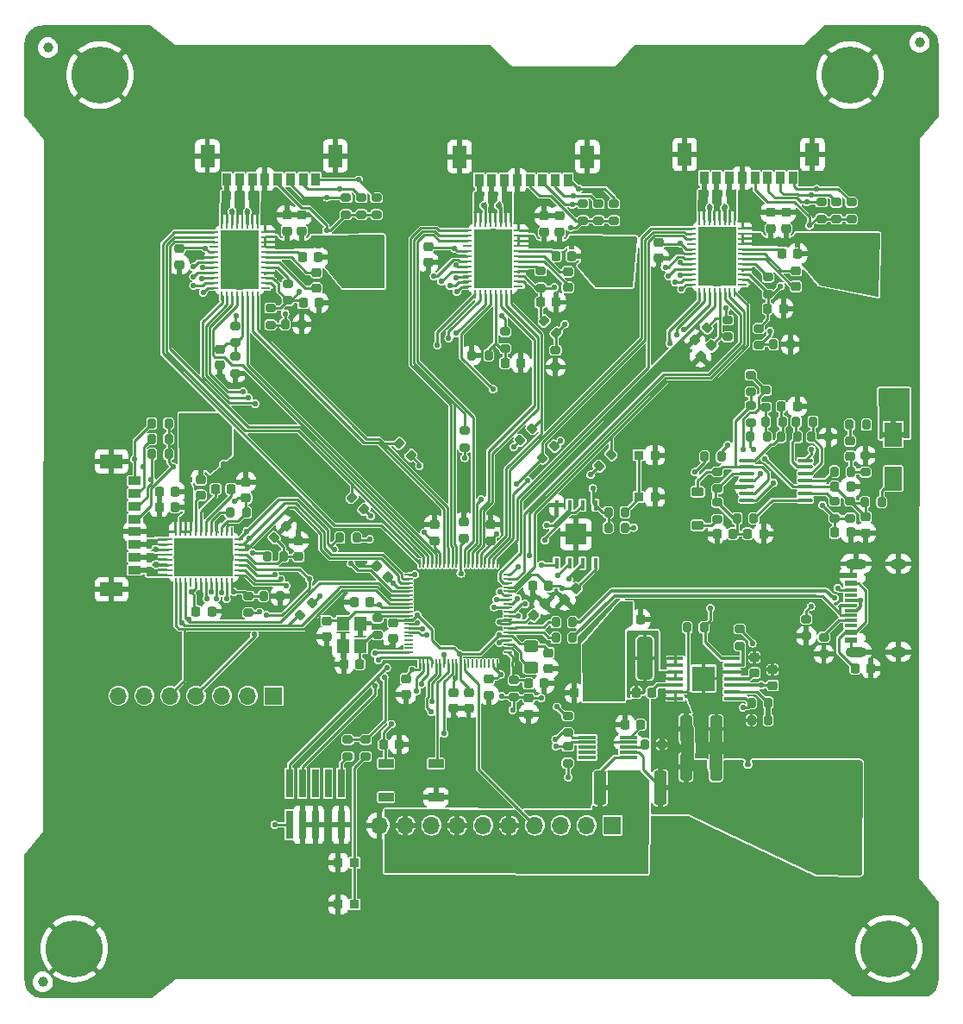
<source format=gtl>
%TF.GenerationSoftware,KiCad,Pcbnew,8.0.8*%
%TF.CreationDate,2025-03-29T22:08:22-04:00*%
%TF.ProjectId,motor_board,6d6f746f-725f-4626-9f61-72642e6b6963,idk*%
%TF.SameCoordinates,Original*%
%TF.FileFunction,Copper,L1,Top*%
%TF.FilePolarity,Positive*%
%FSLAX46Y46*%
G04 Gerber Fmt 4.6, Leading zero omitted, Abs format (unit mm)*
G04 Created by KiCad (PCBNEW 8.0.8) date 2025-03-29 22:08:22*
%MOMM*%
%LPD*%
G01*
G04 APERTURE LIST*
G04 Aperture macros list*
%AMRoundRect*
0 Rectangle with rounded corners*
0 $1 Rounding radius*
0 $2 $3 $4 $5 $6 $7 $8 $9 X,Y pos of 4 corners*
0 Add a 4 corners polygon primitive as box body*
4,1,4,$2,$3,$4,$5,$6,$7,$8,$9,$2,$3,0*
0 Add four circle primitives for the rounded corners*
1,1,$1+$1,$2,$3*
1,1,$1+$1,$4,$5*
1,1,$1+$1,$6,$7*
1,1,$1+$1,$8,$9*
0 Add four rect primitives between the rounded corners*
20,1,$1+$1,$2,$3,$4,$5,0*
20,1,$1+$1,$4,$5,$6,$7,0*
20,1,$1+$1,$6,$7,$8,$9,0*
20,1,$1+$1,$8,$9,$2,$3,0*%
G04 Aperture macros list end*
%TA.AperFunction,SMDPad,CuDef*%
%ADD10R,1.600200X0.304800*%
%TD*%
%TA.AperFunction,SMDPad,CuDef*%
%ADD11R,2.310000X2.460000*%
%TD*%
%TA.AperFunction,SMDPad,CuDef*%
%ADD12RoundRect,0.225000X0.225000X0.250000X-0.225000X0.250000X-0.225000X-0.250000X0.225000X-0.250000X0*%
%TD*%
%TA.AperFunction,SMDPad,CuDef*%
%ADD13RoundRect,0.225000X-0.225000X-0.250000X0.225000X-0.250000X0.225000X0.250000X-0.225000X0.250000X0*%
%TD*%
%TA.AperFunction,SMDPad,CuDef*%
%ADD14RoundRect,0.200000X0.275000X-0.200000X0.275000X0.200000X-0.275000X0.200000X-0.275000X-0.200000X0*%
%TD*%
%TA.AperFunction,SMDPad,CuDef*%
%ADD15RoundRect,0.225000X0.250000X-0.225000X0.250000X0.225000X-0.250000X0.225000X-0.250000X-0.225000X0*%
%TD*%
%TA.AperFunction,ComponentPad*%
%ADD16C,5.600000*%
%TD*%
%TA.AperFunction,SMDPad,CuDef*%
%ADD17C,1.000000*%
%TD*%
%TA.AperFunction,SMDPad,CuDef*%
%ADD18RoundRect,0.200000X0.200000X0.275000X-0.200000X0.275000X-0.200000X-0.275000X0.200000X-0.275000X0*%
%TD*%
%TA.AperFunction,SMDPad,CuDef*%
%ADD19RoundRect,0.200000X-0.200000X-0.275000X0.200000X-0.275000X0.200000X0.275000X-0.200000X0.275000X0*%
%TD*%
%TA.AperFunction,SMDPad,CuDef*%
%ADD20RoundRect,0.250000X0.362500X1.425000X-0.362500X1.425000X-0.362500X-1.425000X0.362500X-1.425000X0*%
%TD*%
%TA.AperFunction,SMDPad,CuDef*%
%ADD21RoundRect,0.333000X0.417000X1.767000X-0.417000X1.767000X-0.417000X-1.767000X0.417000X-1.767000X0*%
%TD*%
%TA.AperFunction,SMDPad,CuDef*%
%ADD22RoundRect,0.250000X-0.325000X-1.100000X0.325000X-1.100000X0.325000X1.100000X-0.325000X1.100000X0*%
%TD*%
%TA.AperFunction,SMDPad,CuDef*%
%ADD23R,1.778000X0.330200*%
%TD*%
%TA.AperFunction,SMDPad,CuDef*%
%ADD24R,1.150000X0.600000*%
%TD*%
%TA.AperFunction,SMDPad,CuDef*%
%ADD25R,1.150000X0.300000*%
%TD*%
%TA.AperFunction,ComponentPad*%
%ADD26O,2.100000X1.000000*%
%TD*%
%TA.AperFunction,ComponentPad*%
%ADD27O,1.600000X1.000000*%
%TD*%
%TA.AperFunction,SMDPad,CuDef*%
%ADD28RoundRect,0.225000X0.335876X0.017678X0.017678X0.335876X-0.335876X-0.017678X-0.017678X-0.335876X0*%
%TD*%
%TA.AperFunction,SMDPad,CuDef*%
%ADD29RoundRect,0.200000X-0.275000X0.200000X-0.275000X-0.200000X0.275000X-0.200000X0.275000X0.200000X0*%
%TD*%
%TA.AperFunction,SMDPad,CuDef*%
%ADD30RoundRect,0.225000X-0.250000X0.225000X-0.250000X-0.225000X0.250000X-0.225000X0.250000X0.225000X0*%
%TD*%
%TA.AperFunction,SMDPad,CuDef*%
%ADD31R,0.242473X0.906066*%
%TD*%
%TA.AperFunction,SMDPad,CuDef*%
%ADD32R,0.906066X0.242473*%
%TD*%
%TA.AperFunction,ComponentPad*%
%ADD33C,0.300000*%
%TD*%
%TA.AperFunction,SMDPad,CuDef*%
%ADD34R,5.800001X3.800000*%
%TD*%
%TA.AperFunction,ComponentPad*%
%ADD35R,1.700000X1.700000*%
%TD*%
%TA.AperFunction,ComponentPad*%
%ADD36O,1.700000X1.700000*%
%TD*%
%TA.AperFunction,SMDPad,CuDef*%
%ADD37R,3.800000X5.800001*%
%TD*%
%TA.AperFunction,SMDPad,CuDef*%
%ADD38RoundRect,0.200000X0.053033X-0.335876X0.335876X-0.053033X-0.053033X0.335876X-0.335876X0.053033X0*%
%TD*%
%TA.AperFunction,SMDPad,CuDef*%
%ADD39RoundRect,0.200000X-0.335876X-0.053033X-0.053033X-0.335876X0.335876X0.053033X0.053033X0.335876X0*%
%TD*%
%TA.AperFunction,SMDPad,CuDef*%
%ADD40RoundRect,0.200000X-0.053033X0.335876X-0.335876X0.053033X0.053033X-0.335876X0.335876X-0.053033X0*%
%TD*%
%TA.AperFunction,SMDPad,CuDef*%
%ADD41RoundRect,0.090000X-0.660000X-0.360000X0.660000X-0.360000X0.660000X0.360000X-0.660000X0.360000X0*%
%TD*%
%TA.AperFunction,SMDPad,CuDef*%
%ADD42R,0.740000X2.790000*%
%TD*%
%TA.AperFunction,SMDPad,CuDef*%
%ADD43RoundRect,0.250000X-0.450000X0.325000X-0.450000X-0.325000X0.450000X-0.325000X0.450000X0.325000X0*%
%TD*%
%TA.AperFunction,SMDPad,CuDef*%
%ADD44R,0.900000X0.900000*%
%TD*%
%TA.AperFunction,SMDPad,CuDef*%
%ADD45R,0.838200X1.295400*%
%TD*%
%TA.AperFunction,SMDPad,CuDef*%
%ADD46R,1.397000X2.260600*%
%TD*%
%TA.AperFunction,SMDPad,CuDef*%
%ADD47R,1.200000X1.400000*%
%TD*%
%TA.AperFunction,SMDPad,CuDef*%
%ADD48RoundRect,0.100000X0.637500X0.100000X-0.637500X0.100000X-0.637500X-0.100000X0.637500X-0.100000X0*%
%TD*%
%TA.AperFunction,SMDPad,CuDef*%
%ADD49R,0.450000X1.050000*%
%TD*%
%TA.AperFunction,SMDPad,CuDef*%
%ADD50R,2.100000X2.100000*%
%TD*%
%TA.AperFunction,SMDPad,CuDef*%
%ADD51RoundRect,0.225000X0.017678X-0.335876X0.335876X-0.017678X-0.017678X0.335876X-0.335876X0.017678X0*%
%TD*%
%TA.AperFunction,SMDPad,CuDef*%
%ADD52R,1.700000X2.350000*%
%TD*%
%TA.AperFunction,SMDPad,CuDef*%
%ADD53RoundRect,0.225000X-0.375000X0.225000X-0.375000X-0.225000X0.375000X-0.225000X0.375000X0.225000X0*%
%TD*%
%TA.AperFunction,SMDPad,CuDef*%
%ADD54RoundRect,0.055000X-0.055000X-0.335000X0.055000X-0.335000X0.055000X0.335000X-0.055000X0.335000X0*%
%TD*%
%TA.AperFunction,SMDPad,CuDef*%
%ADD55RoundRect,0.055000X-0.335000X0.055000X-0.335000X-0.055000X0.335000X-0.055000X0.335000X0.055000X0*%
%TD*%
%TA.AperFunction,ComponentPad*%
%ADD56C,0.600000*%
%TD*%
%TA.AperFunction,SMDPad,CuDef*%
%ADD57R,1.133333X1.133333*%
%TD*%
%TA.AperFunction,SMDPad,CuDef*%
%ADD58R,1.295400X0.838200*%
%TD*%
%TA.AperFunction,SMDPad,CuDef*%
%ADD59R,2.260600X1.397000*%
%TD*%
%TA.AperFunction,SMDPad,CuDef*%
%ADD60RoundRect,0.225000X-0.017678X0.335876X-0.335876X0.017678X0.017678X-0.335876X0.335876X-0.017678X0*%
%TD*%
%TA.AperFunction,ViaPad*%
%ADD61C,0.584200*%
%TD*%
%TA.AperFunction,ViaPad*%
%ADD62C,0.600000*%
%TD*%
%TA.AperFunction,Conductor*%
%ADD63C,0.234950*%
%TD*%
%TA.AperFunction,Conductor*%
%ADD64C,0.279400*%
%TD*%
%TA.AperFunction,Conductor*%
%ADD65C,0.271780*%
%TD*%
%TA.AperFunction,Conductor*%
%ADD66C,1.270000*%
%TD*%
%TA.AperFunction,Conductor*%
%ADD67C,0.271781*%
%TD*%
%TA.AperFunction,Conductor*%
%ADD68C,0.304800*%
%TD*%
%TA.AperFunction,Conductor*%
%ADD69C,0.313400*%
%TD*%
%TA.AperFunction,Conductor*%
%ADD70C,0.508000*%
%TD*%
G04 APERTURE END LIST*
D10*
X168004604Y-118740034D03*
X168004604Y-118090021D03*
X168004604Y-117440012D03*
X168004604Y-116790000D03*
X168004604Y-116139988D03*
X168004604Y-115489979D03*
X168004604Y-114839966D03*
X162467404Y-114839966D03*
X162467404Y-115489979D03*
X162467404Y-116139988D03*
X162467404Y-116790000D03*
X162467404Y-117440012D03*
X162467404Y-118090021D03*
X162467404Y-118740034D03*
D11*
X165236004Y-116790000D03*
D12*
X159069100Y-110973900D03*
X157519100Y-110973900D03*
D13*
X152519100Y-118223900D03*
X154069100Y-118223900D03*
X158603600Y-118152400D03*
X160153600Y-118152400D03*
D14*
X168776600Y-113579900D03*
X168776600Y-111929900D03*
D15*
X170237100Y-116260400D03*
X170237100Y-114710400D03*
D16*
X105946000Y-57564100D03*
X103426000Y-143294000D03*
X183426100Y-143294100D03*
X179606000Y-57564000D03*
D17*
X100330000Y-146558000D03*
D13*
X180100000Y-115800000D03*
X181650000Y-115800000D03*
D18*
X171570100Y-119168400D03*
X169920100Y-119168400D03*
D15*
X172015100Y-117466900D03*
X172015100Y-115916900D03*
D19*
X163619100Y-111773900D03*
X165269100Y-111773900D03*
X169920100Y-120882900D03*
X171570100Y-120882900D03*
D20*
X160962500Y-127500000D03*
X155037500Y-127500000D03*
D21*
X159464100Y-114786900D03*
X155864100Y-114786900D03*
D22*
X163507004Y-121743000D03*
X166457004Y-121743000D03*
X163507004Y-125454900D03*
X166457004Y-125454900D03*
D18*
X161119100Y-123223900D03*
X159469100Y-123223900D03*
D23*
X157838800Y-124549901D03*
X157838800Y-124049899D03*
X157838800Y-123549900D03*
X157838800Y-123049901D03*
X157838800Y-122549899D03*
X153749400Y-122549899D03*
X153749400Y-123049901D03*
X153749400Y-123549900D03*
X153749400Y-124049899D03*
X153749400Y-124549901D03*
D13*
X157519100Y-121323900D03*
X159069100Y-121323900D03*
D24*
X179660000Y-113050000D03*
X179660000Y-112250000D03*
D25*
X179660000Y-111100000D03*
X179660000Y-110100000D03*
X179660000Y-109600000D03*
X179660000Y-108600000D03*
D24*
X179660000Y-107450000D03*
X179660000Y-106650000D03*
D25*
X179660000Y-108100000D03*
X179660000Y-109100000D03*
X179660000Y-110600000D03*
X179660000Y-111600000D03*
D26*
X180235000Y-114170000D03*
D27*
X184375000Y-114170000D03*
D26*
X180235000Y-105530000D03*
D27*
X184375000Y-105530000D03*
D28*
X134217108Y-106846908D03*
X133121092Y-105750892D03*
D29*
X170647132Y-82426933D03*
X170647132Y-84076933D03*
D13*
X125897132Y-79926933D03*
X127447132Y-79926933D03*
D30*
X140650000Y-118175000D03*
X140650000Y-119725000D03*
D15*
X115823592Y-98815914D03*
X115823592Y-97265914D03*
D13*
X125847132Y-75451933D03*
X127397132Y-75451933D03*
D19*
X150719100Y-112773900D03*
X152369100Y-112773900D03*
D18*
X181219100Y-91873900D03*
X179569100Y-91873900D03*
D29*
X124397132Y-78051933D03*
X124397132Y-79701933D03*
D17*
X186436000Y-54356000D03*
D30*
X160847132Y-74001933D03*
X160847132Y-75551933D03*
D15*
X141694100Y-102998900D03*
X141694100Y-101448900D03*
D31*
X118866637Y-102380330D03*
X118366638Y-102380330D03*
X117866636Y-102380330D03*
X117366637Y-102380330D03*
X116866638Y-102380330D03*
X116366637Y-102380330D03*
X115866637Y-102380330D03*
X115366636Y-102380330D03*
X114866637Y-102380330D03*
X114366638Y-102380330D03*
X113866636Y-102380330D03*
X113366637Y-102380330D03*
D32*
X112613604Y-103133364D03*
X112613604Y-103633363D03*
X112613604Y-104133362D03*
X112613604Y-104633363D03*
X112613604Y-105133363D03*
X112613604Y-105633364D03*
X112613604Y-106133363D03*
X112613604Y-106633362D03*
D31*
X113366637Y-107386396D03*
X113866636Y-107386396D03*
X114366638Y-107386396D03*
X114866637Y-107386396D03*
X115366636Y-107386396D03*
X115866637Y-107386396D03*
X116366637Y-107386396D03*
X116866638Y-107386396D03*
X117366637Y-107386396D03*
X117866636Y-107386396D03*
X118366638Y-107386396D03*
X118866637Y-107386396D03*
D32*
X119619670Y-106633362D03*
X119619670Y-106133363D03*
X119619670Y-105633364D03*
X119619670Y-105133363D03*
X119619670Y-104633363D03*
X119619670Y-104133362D03*
X119619670Y-103633363D03*
X119619670Y-103133364D03*
D33*
X117366637Y-103383363D03*
X116116637Y-103383363D03*
X114866637Y-103383363D03*
X118616637Y-104383363D03*
X117366637Y-104383363D03*
X116116637Y-104383363D03*
X114866637Y-104383363D03*
X113616637Y-104383363D03*
D34*
X116116637Y-104883363D03*
D33*
X118616637Y-105383363D03*
X117366637Y-105383363D03*
X116116637Y-105383363D03*
X114866637Y-105383363D03*
X113616637Y-105383363D03*
X117366637Y-106383363D03*
X116116637Y-106383363D03*
X114866637Y-106383363D03*
D14*
X166594100Y-98148900D03*
X166594100Y-96498900D03*
D13*
X111773592Y-98465914D03*
X113323592Y-98465914D03*
D29*
X119222132Y-85201933D03*
X119222132Y-86851933D03*
D19*
X150719100Y-111273900D03*
X152369100Y-111273900D03*
D15*
X125438605Y-104836395D03*
X125438605Y-103286395D03*
D18*
X170169100Y-101073900D03*
X168519100Y-101073900D03*
X112688605Y-93261395D03*
X111038605Y-93261395D03*
D14*
X177032000Y-114387000D03*
X177032000Y-112737000D03*
D30*
X125757132Y-71301933D03*
X125757132Y-72851933D03*
D35*
X122996637Y-118483363D03*
D36*
X120456637Y-118483363D03*
X117916637Y-118483363D03*
X115376637Y-118483363D03*
X112836637Y-118483363D03*
X110296637Y-118483363D03*
X107756637Y-118483363D03*
D14*
X176797132Y-71676933D03*
X176797132Y-70026933D03*
D19*
X169819100Y-93073900D03*
X171469100Y-93073900D03*
X172819100Y-93073900D03*
X174469100Y-93073900D03*
D30*
X113747132Y-74601933D03*
X113747132Y-76151933D03*
D12*
X132444100Y-109323900D03*
X130894100Y-109323900D03*
D32*
X147050165Y-78326933D03*
X147050165Y-77826934D03*
X147050165Y-77326932D03*
X147050165Y-76826933D03*
X147050165Y-76326934D03*
X147050165Y-75826933D03*
X147050165Y-75326933D03*
X147050165Y-74826932D03*
X147050165Y-74326933D03*
X147050165Y-73826934D03*
X147050165Y-73326932D03*
X147050165Y-72826933D03*
D31*
X146297131Y-72073900D03*
X145797132Y-72073900D03*
X145297133Y-72073900D03*
X144797132Y-72073900D03*
X144297132Y-72073900D03*
X143797131Y-72073900D03*
X143297132Y-72073900D03*
X142797133Y-72073900D03*
D32*
X142044099Y-72826933D03*
X142044099Y-73326932D03*
X142044099Y-73826934D03*
X142044099Y-74326933D03*
X142044099Y-74826932D03*
X142044099Y-75326933D03*
X142044099Y-75826933D03*
X142044099Y-76326934D03*
X142044099Y-76826933D03*
X142044099Y-77326932D03*
X142044099Y-77826934D03*
X142044099Y-78326933D03*
D31*
X142797133Y-79079966D03*
X143297132Y-79079966D03*
X143797131Y-79079966D03*
X144297132Y-79079966D03*
X144797132Y-79079966D03*
X145297133Y-79079966D03*
X145797132Y-79079966D03*
X146297131Y-79079966D03*
D33*
X146047132Y-76826933D03*
X146047132Y-75576933D03*
X146047132Y-74326933D03*
X145047132Y-78076933D03*
X145047132Y-76826933D03*
X145047132Y-75576933D03*
X145047132Y-74326933D03*
X145047132Y-73076933D03*
D37*
X144547132Y-75576933D03*
D33*
X144047132Y-78076933D03*
X144047132Y-76826933D03*
X144047132Y-75576933D03*
X144047132Y-74326933D03*
X144047132Y-73076933D03*
X143047132Y-76826933D03*
X143047132Y-75576933D03*
X143047132Y-74326933D03*
D30*
X173322132Y-71051933D03*
X173322132Y-72601933D03*
X128200000Y-111125000D03*
X128200000Y-112675000D03*
D19*
X175819100Y-93073900D03*
X177469100Y-93073900D03*
D12*
X174419100Y-90073900D03*
X172869100Y-90073900D03*
D18*
X157519100Y-100473900D03*
X155869100Y-100473900D03*
D19*
X172094100Y-83998900D03*
X173744100Y-83998900D03*
D15*
X144294100Y-103248900D03*
X144294100Y-101698900D03*
D13*
X111773592Y-99965914D03*
X113323592Y-99965914D03*
D15*
X138794100Y-103248900D03*
X138794100Y-101698900D03*
D29*
X169844100Y-89998900D03*
X169844100Y-91648900D03*
X178112850Y-99398900D03*
X178112850Y-101048900D03*
D19*
X122338605Y-104786395D03*
X123988605Y-104786395D03*
D38*
X154960737Y-95957263D03*
X156127463Y-94790537D03*
D30*
X135994100Y-116798900D03*
X135994100Y-118348900D03*
D19*
X124122132Y-82026933D03*
X125772132Y-82026933D03*
D14*
X120548592Y-110340914D03*
X120548592Y-108690914D03*
D12*
X131469100Y-115373900D03*
X129919100Y-115373900D03*
D14*
X130122132Y-71251933D03*
X130122132Y-69601933D03*
D19*
X118698592Y-100490914D03*
X120348592Y-100490914D03*
D12*
X171119100Y-102573900D03*
X169569100Y-102573900D03*
D30*
X134750000Y-111298900D03*
X134750000Y-112848900D03*
D29*
X119222132Y-82201933D03*
X119222132Y-83851933D03*
D39*
X149585737Y-81715537D03*
X150752463Y-82882263D03*
D40*
X165530495Y-82368570D03*
X164363769Y-83535296D03*
D41*
X134044100Y-125123900D03*
X134044100Y-128423900D03*
X138944100Y-128423900D03*
X138944100Y-125123900D03*
D13*
X166569100Y-102573900D03*
X168119100Y-102573900D03*
D40*
X150552463Y-93990537D03*
X149385737Y-95157263D03*
D30*
X179619100Y-93448900D03*
X179619100Y-94998900D03*
D13*
X150719100Y-75323900D03*
X152269100Y-75323900D03*
X149219100Y-79873900D03*
X150769100Y-79873900D03*
D18*
X112698592Y-94765914D03*
X111048592Y-94765914D03*
D13*
X172922132Y-75076933D03*
X174472132Y-75076933D03*
D18*
X182719100Y-99473900D03*
X181069100Y-99473900D03*
D12*
X179669100Y-97973900D03*
X178119100Y-97973900D03*
D29*
X181119100Y-94898900D03*
X181119100Y-96548900D03*
D14*
X175300000Y-112600000D03*
X175300000Y-110950000D03*
D42*
X124547500Y-131141400D03*
X124547500Y-127071400D03*
X125817500Y-131141400D03*
X125817500Y-127071400D03*
X127087500Y-131141400D03*
X127087500Y-127071400D03*
X128357500Y-127071400D03*
X129627500Y-131141400D03*
X129627500Y-127071400D03*
D39*
X135310737Y-93715537D03*
X136477463Y-94882263D03*
D43*
X148294100Y-113648900D03*
X148294100Y-115698900D03*
D14*
X146594100Y-118598900D03*
X146594100Y-116948900D03*
D29*
X149244100Y-76798900D03*
X149244100Y-78448900D03*
D44*
X158844100Y-94873900D03*
X158844100Y-98973900D03*
X160444100Y-94873900D03*
X160444100Y-98973900D03*
D45*
X151919100Y-67868100D03*
X150669100Y-67868100D03*
X149419100Y-67868100D03*
X148169100Y-67868100D03*
X146919100Y-67868100D03*
X145669100Y-67868100D03*
X144419100Y-67868100D03*
X143169100Y-67868100D03*
D46*
X141269099Y-65573210D03*
X153819101Y-65573210D03*
D13*
X171522132Y-80476933D03*
X173072132Y-80476933D03*
D14*
X154919100Y-71848900D03*
X154919100Y-70198900D03*
D18*
X144119100Y-85073900D03*
X142469100Y-85073900D03*
D14*
X131622132Y-71251933D03*
X131622132Y-69601933D03*
X179644100Y-101048900D03*
X179644100Y-99398900D03*
D13*
X148044100Y-117273900D03*
X149594100Y-117273900D03*
D18*
X179719100Y-96473900D03*
X178069100Y-96473900D03*
D12*
X179669100Y-102473900D03*
X178119100Y-102473900D03*
D17*
X100838000Y-54864000D03*
D18*
X112688605Y-91761395D03*
X111038605Y-91761395D03*
D19*
X174319100Y-91573900D03*
X175969100Y-91573900D03*
D30*
X148069100Y-118723900D03*
X148069100Y-120273900D03*
D14*
X133097132Y-71251933D03*
X133097132Y-69601933D03*
X132044100Y-124436400D03*
X132044100Y-122786400D03*
D30*
X124297132Y-71301933D03*
X124297132Y-72851933D03*
D29*
X171547132Y-77401933D03*
X171547132Y-79051933D03*
D40*
X148377463Y-92240537D03*
X147210737Y-93407263D03*
D19*
X129494100Y-102950000D03*
X131144100Y-102950000D03*
D30*
X171822132Y-71051933D03*
X171822132Y-72601933D03*
D29*
X169844100Y-86998900D03*
X169844100Y-88648900D03*
D18*
X166969100Y-95023900D03*
X165319100Y-95023900D03*
D12*
X150019100Y-107723900D03*
X148469100Y-107723900D03*
D47*
X129844100Y-111373900D03*
X129844100Y-113573900D03*
X131544100Y-113573900D03*
X131544100Y-111373900D03*
D30*
X127197132Y-76926933D03*
X127197132Y-78476933D03*
D48*
X175206600Y-99273900D03*
X175206600Y-98623900D03*
X175206600Y-97973900D03*
X175206600Y-97323900D03*
X175206600Y-96673900D03*
X175206600Y-96023900D03*
X175206600Y-95373900D03*
X169481600Y-95373900D03*
X169481600Y-96023900D03*
X169481600Y-96673900D03*
X169481600Y-97323900D03*
X169481600Y-97973900D03*
X169481600Y-98623900D03*
X169481600Y-99273900D03*
D30*
X142150000Y-118175000D03*
X142150000Y-119725000D03*
D49*
X154599100Y-99773900D03*
X153329100Y-99773900D03*
X152059100Y-99773900D03*
X150789100Y-99773900D03*
X150789100Y-105473900D03*
X152059100Y-105473900D03*
X153329100Y-105473900D03*
X154599100Y-105473900D03*
D50*
X152694100Y-102623900D03*
D13*
X133794100Y-123273900D03*
X135344100Y-123273900D03*
D14*
X133194100Y-112498900D03*
X133194100Y-110848900D03*
D30*
X117747132Y-84476933D03*
X117747132Y-86026933D03*
D45*
X174022132Y-67651933D03*
X172772132Y-67651933D03*
X171522132Y-67651933D03*
X170272132Y-67651933D03*
X169022132Y-67651933D03*
X167772132Y-67651933D03*
X166522132Y-67651933D03*
X165272132Y-67651933D03*
D46*
X163372131Y-65357043D03*
X175922133Y-65357043D03*
D32*
X169050165Y-78126933D03*
X169050165Y-77626934D03*
X169050165Y-77126932D03*
X169050165Y-76626933D03*
X169050165Y-76126934D03*
X169050165Y-75626933D03*
X169050165Y-75126933D03*
X169050165Y-74626932D03*
X169050165Y-74126933D03*
X169050165Y-73626934D03*
X169050165Y-73126932D03*
X169050165Y-72626933D03*
D31*
X168297131Y-71873900D03*
X167797132Y-71873900D03*
X167297133Y-71873900D03*
X166797132Y-71873900D03*
X166297132Y-71873900D03*
X165797131Y-71873900D03*
X165297132Y-71873900D03*
X164797133Y-71873900D03*
D32*
X164044099Y-72626933D03*
X164044099Y-73126932D03*
X164044099Y-73626934D03*
X164044099Y-74126933D03*
X164044099Y-74626932D03*
X164044099Y-75126933D03*
X164044099Y-75626933D03*
X164044099Y-76126934D03*
X164044099Y-76626933D03*
X164044099Y-77126932D03*
X164044099Y-77626934D03*
X164044099Y-78126933D03*
D31*
X164797133Y-78879966D03*
X165297132Y-78879966D03*
X165797131Y-78879966D03*
X166297132Y-78879966D03*
X166797132Y-78879966D03*
X167297133Y-78879966D03*
X167797132Y-78879966D03*
X168297131Y-78879966D03*
D33*
X168047132Y-76626933D03*
X168047132Y-75376933D03*
X168047132Y-74126933D03*
X167047132Y-77876933D03*
X167047132Y-76626933D03*
X167047132Y-75376933D03*
X167047132Y-74126933D03*
X167047132Y-72876933D03*
D37*
X166547132Y-75376933D03*
D33*
X166047132Y-77876933D03*
X166047132Y-76626933D03*
X166047132Y-75376933D03*
X166047132Y-74126933D03*
X166047132Y-72876933D03*
X165047132Y-76626933D03*
X165047132Y-75376933D03*
X165047132Y-74126933D03*
D51*
X148546092Y-110596908D03*
X149642108Y-109500892D03*
D44*
X130940425Y-138957500D03*
X130940425Y-134857500D03*
X129340425Y-138957500D03*
X129340425Y-134857500D03*
D39*
X130710737Y-99015537D03*
X131877463Y-100182263D03*
D14*
X179747132Y-71701933D03*
X179747132Y-70051933D03*
D13*
X115388605Y-110186395D03*
X116938605Y-110186395D03*
D52*
X183844100Y-97173900D03*
X183844100Y-92873900D03*
D13*
X145719100Y-85823900D03*
X147269100Y-85823900D03*
D30*
X149994100Y-114248900D03*
X149994100Y-115798900D03*
D19*
X171319100Y-91573900D03*
X172969100Y-91573900D03*
D30*
X151894100Y-76848900D03*
X151894100Y-78398900D03*
X181169100Y-100948900D03*
X181169100Y-102498900D03*
X138194100Y-74398900D03*
X138194100Y-75948900D03*
D29*
X122697132Y-80426933D03*
X122697132Y-82076933D03*
D32*
X122175165Y-78451933D03*
X122175165Y-77951934D03*
X122175165Y-77451932D03*
X122175165Y-76951933D03*
X122175165Y-76451934D03*
X122175165Y-75951933D03*
X122175165Y-75451933D03*
X122175165Y-74951932D03*
X122175165Y-74451933D03*
X122175165Y-73951934D03*
X122175165Y-73451932D03*
X122175165Y-72951933D03*
D31*
X121422131Y-72198900D03*
X120922132Y-72198900D03*
X120422133Y-72198900D03*
X119922132Y-72198900D03*
X119422132Y-72198900D03*
X118922131Y-72198900D03*
X118422132Y-72198900D03*
X117922133Y-72198900D03*
D32*
X117169099Y-72951933D03*
X117169099Y-73451932D03*
X117169099Y-73951934D03*
X117169099Y-74451933D03*
X117169099Y-74951932D03*
X117169099Y-75451933D03*
X117169099Y-75951933D03*
X117169099Y-76451934D03*
X117169099Y-76951933D03*
X117169099Y-77451932D03*
X117169099Y-77951934D03*
X117169099Y-78451933D03*
D31*
X117922133Y-79204966D03*
X118422132Y-79204966D03*
X118922131Y-79204966D03*
X119422132Y-79204966D03*
X119922132Y-79204966D03*
X120422133Y-79204966D03*
X120922132Y-79204966D03*
X121422131Y-79204966D03*
D33*
X121172132Y-76951933D03*
X121172132Y-75701933D03*
X121172132Y-74451933D03*
X120172132Y-78201933D03*
X120172132Y-76951933D03*
X120172132Y-75701933D03*
X120172132Y-74451933D03*
X120172132Y-73201933D03*
D37*
X119672132Y-75701933D03*
D33*
X119172132Y-78201933D03*
X119172132Y-76951933D03*
X119172132Y-75701933D03*
X119172132Y-74451933D03*
X119172132Y-73201933D03*
X118172132Y-76951933D03*
X118172132Y-75701933D03*
X118172132Y-74451933D03*
D29*
X150694100Y-84573900D03*
X150694100Y-86223900D03*
D30*
X174297132Y-76751933D03*
X174297132Y-78301933D03*
D29*
X167597132Y-81601933D03*
X167597132Y-83251933D03*
X166594100Y-99498900D03*
X166594100Y-101148900D03*
X171344100Y-88498900D03*
X171344100Y-90148900D03*
D14*
X178272132Y-71701933D03*
X178272132Y-70051933D03*
X153394100Y-71848900D03*
X153394100Y-70198900D03*
D30*
X144144100Y-116848900D03*
X144144100Y-118398900D03*
D13*
X117298592Y-98190914D03*
X118848592Y-98190914D03*
D29*
X151894100Y-123448900D03*
X151894100Y-125098900D03*
D19*
X155869100Y-101973900D03*
X157519100Y-101973900D03*
D38*
X125633274Y-110566726D03*
X126800000Y-109400000D03*
D53*
X164644100Y-98473900D03*
X164644100Y-101773900D03*
D30*
X149584100Y-71398900D03*
X149584100Y-72948900D03*
D15*
X120298592Y-99040914D03*
X120298592Y-97490914D03*
D54*
X144944100Y-105527400D03*
X144544100Y-105527400D03*
X144144100Y-105527400D03*
X143744100Y-105527400D03*
X143344100Y-105527400D03*
X142944100Y-105527400D03*
X142544100Y-105527400D03*
X142144100Y-105527400D03*
X141744100Y-105527400D03*
X141344100Y-105527400D03*
X140944100Y-105527400D03*
X140544100Y-105527400D03*
X140144100Y-105527400D03*
X139744100Y-105527400D03*
X139344100Y-105527400D03*
X138944100Y-105527400D03*
X138544100Y-105527400D03*
X138144100Y-105527400D03*
X137744100Y-105527400D03*
X137344100Y-105527400D03*
D55*
X136247600Y-106623900D03*
X136247600Y-107023900D03*
X136247600Y-107423900D03*
X136247600Y-107823900D03*
X136247600Y-108223900D03*
X136247600Y-108623900D03*
X136247600Y-109023900D03*
X136247600Y-109423900D03*
X136247600Y-109823900D03*
X136247600Y-110223900D03*
X136247600Y-110623900D03*
X136247600Y-111023900D03*
X136247600Y-111423900D03*
X136247600Y-111823900D03*
X136247600Y-112223900D03*
X136247600Y-112623900D03*
X136247600Y-113023900D03*
X136247600Y-113423900D03*
X136247600Y-113823900D03*
X136247600Y-114223900D03*
D54*
X137344100Y-115320400D03*
X137744100Y-115320400D03*
X138144100Y-115320400D03*
X138544100Y-115320400D03*
X138944100Y-115320400D03*
X139344100Y-115320400D03*
X139744100Y-115320400D03*
X140144100Y-115320400D03*
X140544100Y-115320400D03*
X140944100Y-115320400D03*
X141344100Y-115320400D03*
X141744100Y-115320400D03*
X142144100Y-115320400D03*
X142544100Y-115320400D03*
X142944100Y-115320400D03*
X143344100Y-115320400D03*
X143744100Y-115320400D03*
X144144100Y-115320400D03*
X144544100Y-115320400D03*
X144944100Y-115320400D03*
D55*
X146040600Y-114223900D03*
X146040600Y-113823900D03*
X146040600Y-113423900D03*
X146040600Y-113023900D03*
X146040600Y-112623900D03*
X146040600Y-112223900D03*
X146040600Y-111823900D03*
X146040600Y-111423900D03*
X146040600Y-111023900D03*
X146040600Y-110623900D03*
X146040600Y-110223900D03*
X146040600Y-109823900D03*
X146040600Y-109423900D03*
X146040600Y-109023900D03*
X146040600Y-108623900D03*
X146040600Y-108223900D03*
X146040600Y-107823900D03*
X146040600Y-107423900D03*
X146040600Y-107023900D03*
X146040600Y-106623900D03*
D56*
X142277433Y-109290567D03*
D57*
X142277433Y-109290567D03*
D56*
X141144100Y-109290567D03*
D57*
X141144100Y-109290567D03*
D56*
X140010767Y-109290567D03*
D57*
X140010767Y-109290567D03*
D56*
X142277433Y-110423900D03*
D57*
X142277433Y-110423900D03*
D56*
X141144100Y-110423900D03*
D57*
X141144100Y-110423900D03*
D56*
X140010767Y-110423900D03*
D57*
X140010767Y-110423900D03*
D56*
X142277433Y-111557233D03*
D57*
X142277433Y-111557233D03*
D56*
X141144100Y-111557233D03*
D57*
X141144100Y-111557233D03*
D56*
X140010767Y-111557233D03*
D57*
X140010767Y-111557233D03*
D29*
X145744100Y-82748900D03*
X145744100Y-84398900D03*
D19*
X121998592Y-108690914D03*
X123648592Y-108690914D03*
D58*
X109373592Y-97390914D03*
X109373592Y-98640914D03*
X109373592Y-99890914D03*
X109373592Y-101140914D03*
X109373592Y-102390914D03*
X109373592Y-103640914D03*
X109373592Y-104890914D03*
X109373592Y-106140914D03*
D59*
X107078702Y-108040915D03*
X107078702Y-95490913D03*
D38*
X123055242Y-102969758D03*
X124221968Y-101803032D03*
D60*
X152692108Y-107975892D03*
X151596092Y-109071908D03*
D45*
X127147132Y-67796133D03*
X125897132Y-67796133D03*
X124647132Y-67796133D03*
X123397132Y-67796133D03*
X122147132Y-67796133D03*
X120897132Y-67796133D03*
X119647132Y-67796133D03*
X118397132Y-67796133D03*
D46*
X116497131Y-65501243D03*
X129047133Y-65501243D03*
D30*
X151094100Y-71398900D03*
X151094100Y-72948900D03*
D29*
X141744100Y-92448900D03*
X141744100Y-94098900D03*
D14*
X130294100Y-124436400D03*
X130294100Y-122786400D03*
X151894100Y-122098900D03*
X151894100Y-120448900D03*
X156444100Y-71848900D03*
X156444100Y-70198900D03*
D60*
X166020140Y-84103925D03*
X164924124Y-85199941D03*
D35*
X156282000Y-131200000D03*
D36*
X153742000Y-131200000D03*
X151202000Y-131200000D03*
X148662000Y-131200000D03*
X146122000Y-131200000D03*
X143582000Y-131200000D03*
X141042000Y-131200000D03*
X138502000Y-131200000D03*
X135962000Y-131200000D03*
X133422000Y-131200000D03*
D61*
X182594100Y-126973900D03*
D62*
X124866587Y-93048519D03*
X124866587Y-94438419D03*
D61*
X152219100Y-79848900D03*
X139594100Y-66973900D03*
X122922132Y-71248900D03*
X172994100Y-115673900D03*
X162897132Y-85276933D03*
X172997132Y-79326933D03*
X174944100Y-104423900D03*
X125113605Y-108511395D03*
X137598100Y-137011900D03*
X122947132Y-87101933D03*
X147294100Y-86973900D03*
X169344100Y-100073900D03*
X129694100Y-116673900D03*
X147524100Y-141383900D03*
X167308776Y-103488576D03*
X177794100Y-64473900D03*
X129700000Y-109400000D03*
X168094100Y-97973900D03*
X129819100Y-93223900D03*
X118922131Y-70970869D03*
X114894100Y-64173900D03*
X161494100Y-64473900D03*
X114847132Y-81726933D03*
X150044100Y-139973900D03*
X167794100Y-122573900D03*
X155994100Y-64673900D03*
X160294100Y-110973900D03*
X141694100Y-120773900D03*
X157494100Y-119973900D03*
X137904100Y-144063900D03*
X172094100Y-101823900D03*
X161894100Y-98973900D03*
X154794100Y-103173900D03*
X156194100Y-123073900D03*
X137994100Y-77073900D03*
X117847132Y-87026933D03*
X138794100Y-100373900D03*
X119222132Y-88101933D03*
X172703675Y-94621915D03*
X177694100Y-65673900D03*
X135894100Y-119673900D03*
X172569100Y-85948900D03*
X119659967Y-101966828D03*
X139214100Y-145453900D03*
X111424980Y-102062309D03*
X151494100Y-118273900D03*
X171300000Y-114700000D03*
X174394100Y-88698900D03*
X168344100Y-99823900D03*
X150494100Y-110173900D03*
X175644100Y-90223900D03*
X148044100Y-69548900D03*
X143666577Y-70365643D03*
X175700000Y-115750000D03*
X170447132Y-77126933D03*
X182394100Y-102673900D03*
X125263605Y-107686395D03*
X126744100Y-96073900D03*
X128594100Y-79873900D03*
X165344100Y-102823900D03*
X128544100Y-105798900D03*
X169794100Y-121973900D03*
X179694100Y-103973900D03*
X107563605Y-93386395D03*
X127790425Y-136820000D03*
X144294100Y-100373900D03*
X120594100Y-123873900D03*
X125213605Y-101086395D03*
X131519100Y-105648900D03*
X126800000Y-112900000D03*
X180994100Y-93673900D03*
X131194100Y-65973900D03*
X115747132Y-75226933D03*
X169997132Y-78276933D03*
X128621575Y-131138400D03*
X113694100Y-77473900D03*
X147200000Y-125700000D03*
X126894100Y-82073900D03*
X118072112Y-95733177D03*
X114794100Y-66773900D03*
X167594100Y-121373900D03*
X140744100Y-141348900D03*
X123347132Y-77201933D03*
X149144100Y-127623900D03*
X164044100Y-118723900D03*
X175500000Y-117600000D03*
X125938605Y-101936395D03*
X122194100Y-66073900D03*
X155594100Y-137673900D03*
X175194100Y-105673900D03*
X177144100Y-91923900D03*
X148019100Y-71198900D03*
X161197132Y-79626933D03*
X165822132Y-70558733D03*
X144094100Y-119873900D03*
X146894100Y-66473900D03*
X115684967Y-108391828D03*
X170536575Y-104031425D03*
X139494100Y-64773900D03*
X117749736Y-101214769D03*
X111427415Y-104109276D03*
X147794100Y-78823900D03*
X173097132Y-81676933D03*
X161494100Y-66173900D03*
X155694100Y-66373900D03*
X164719100Y-88173900D03*
X162972132Y-74913333D03*
X147894100Y-121373900D03*
X127381955Y-105107551D03*
X146969100Y-115348900D03*
X169597132Y-71251933D03*
X140794100Y-120673900D03*
X180994100Y-97873900D03*
X137119100Y-91498900D03*
X171600000Y-110900000D03*
X106324980Y-109962309D03*
X122349980Y-109737309D03*
X148394100Y-139573900D03*
X126938605Y-103186395D03*
X177432000Y-106562000D03*
X166344100Y-88823900D03*
X111442517Y-105609278D03*
X128200000Y-113790425D03*
X164594100Y-89573900D03*
X163844100Y-104173900D03*
X172544100Y-103423900D03*
X150694100Y-87373900D03*
X166397132Y-85426933D03*
X162094100Y-94873900D03*
X112524980Y-101262309D03*
X176544100Y-102773900D03*
X167694100Y-123973900D03*
X131094100Y-64473900D03*
X170522132Y-72101933D03*
X148065279Y-77052721D03*
X174572132Y-72176933D03*
X166294100Y-118973900D03*
X164994100Y-124148900D03*
X133550000Y-113600000D03*
X107524980Y-109962309D03*
X164794100Y-119473900D03*
X129500000Y-136800000D03*
X133794100Y-111673900D03*
X150094100Y-141773900D03*
X169576700Y-125200900D03*
X121946968Y-122903032D03*
X120422132Y-70979965D03*
X106563605Y-93286395D03*
X142594100Y-128073900D03*
X158344100Y-85873900D03*
X149569100Y-70048900D03*
X143394100Y-86173900D03*
X122694100Y-69673900D03*
X158994100Y-109773900D03*
X141794100Y-100423900D03*
X131772132Y-87726933D03*
X180047132Y-84176933D03*
X140317426Y-75297392D03*
X150794100Y-117273900D03*
X152144100Y-80823900D03*
X145116577Y-70365643D03*
X123022132Y-79051933D03*
X139819100Y-87323900D03*
X160547132Y-76626933D03*
X175694100Y-84073900D03*
X167297132Y-70558733D03*
X152694100Y-109973900D03*
X151094100Y-115873900D03*
X137794100Y-102473900D03*
X132544100Y-100848900D03*
X145194100Y-111273900D03*
X158394100Y-101973900D03*
X154144100Y-96773900D03*
X150844100Y-119573900D03*
X140834525Y-116717233D03*
X149269100Y-118698900D03*
X134594100Y-121273900D03*
X146584000Y-94034000D03*
X144894100Y-102573900D03*
X145194100Y-113273900D03*
X137319100Y-95948900D03*
X134750000Y-107450000D03*
X155044100Y-118073900D03*
X151200000Y-93450000D03*
X157194100Y-118273900D03*
X127516637Y-108683363D03*
X151944100Y-126473900D03*
X146469100Y-119898900D03*
X133406600Y-109561400D03*
X151294100Y-107923900D03*
X169094046Y-119612900D03*
X136631050Y-115936950D03*
X145294100Y-116373900D03*
X141744100Y-95123900D03*
X123100000Y-131141400D03*
X145394100Y-118523900D03*
X132419100Y-103123900D03*
X137100000Y-111314325D03*
X132979424Y-117509224D03*
X134119100Y-115723900D03*
X137610324Y-111889676D03*
X117136375Y-94575914D03*
X178747132Y-75226933D03*
X176797132Y-75326933D03*
X157244100Y-76373900D03*
X184894100Y-88923900D03*
X177947132Y-76876933D03*
X157744100Y-74723900D03*
X155544100Y-77323900D03*
X130222132Y-76276933D03*
X173794100Y-126273900D03*
X181397132Y-77776933D03*
X167294100Y-127973900D03*
X131972132Y-76326933D03*
X132972132Y-74476933D03*
X180347132Y-76626933D03*
X180197132Y-78026933D03*
X154744100Y-74623900D03*
X184894100Y-90573900D03*
X114520724Y-93011782D03*
X179097132Y-77076933D03*
X154044100Y-76373900D03*
X180094100Y-131173900D03*
X115220724Y-93811782D03*
X183744100Y-89073900D03*
X179997132Y-75026933D03*
X165594100Y-128173900D03*
X115048592Y-91865914D03*
X184344100Y-89873900D03*
X178897132Y-73426933D03*
X183594100Y-90473900D03*
X156094100Y-74423900D03*
X163794100Y-128073900D03*
X181547132Y-75976933D03*
X177047132Y-73676933D03*
X116800000Y-93300000D03*
X181097132Y-73676933D03*
X166794100Y-129273900D03*
X115720724Y-91586782D03*
X114523592Y-94165914D03*
X117200000Y-91786782D03*
X157294100Y-78023900D03*
X180280700Y-128060500D03*
X162694100Y-128673900D03*
X164394100Y-129373900D03*
X130272132Y-74226933D03*
X131072132Y-77476933D03*
X131772132Y-74576933D03*
X133022132Y-77326933D03*
X178100000Y-108900000D03*
X180616000Y-109136000D03*
X170019100Y-113323900D03*
X170921710Y-117440012D03*
X175844100Y-94323900D03*
X176894100Y-99773900D03*
X175772000Y-109702000D03*
X178390000Y-107910000D03*
X167416300Y-80407765D03*
X162969100Y-74073900D03*
X141294100Y-114373900D03*
X137094100Y-110573900D03*
X141394100Y-106473900D03*
X145194100Y-112473900D03*
X150691754Y-122765244D03*
X138584525Y-119073900D03*
X138494100Y-120073900D03*
X150719100Y-123448900D03*
X133854424Y-116634224D03*
X138018200Y-112500000D03*
X145258501Y-108267989D03*
X154344100Y-98123900D03*
X164394100Y-96523900D03*
X165894100Y-109873900D03*
X146952075Y-108915925D03*
X149844100Y-101723900D03*
X150945327Y-106675127D03*
X147694100Y-109473900D03*
X144644100Y-109773900D03*
X149344100Y-105623900D03*
X144894100Y-109023900D03*
X149644100Y-103223900D03*
X151994100Y-107023900D03*
X146994100Y-110673900D03*
X170831599Y-96711399D03*
X169094100Y-94323900D03*
X172094100Y-97573900D03*
X167594100Y-93873900D03*
X170094100Y-94323900D03*
X171219100Y-95198900D03*
X175622132Y-72326933D03*
X172797132Y-78276933D03*
X140779424Y-74588576D03*
X145394100Y-81173900D03*
X150594100Y-78373900D03*
X152144100Y-72523900D03*
X119322132Y-81151933D03*
X116323966Y-74550099D03*
X128197132Y-72801933D03*
X125522132Y-78826933D03*
X120924980Y-104462309D03*
X114909967Y-108316828D03*
X137520834Y-117350000D03*
X137011259Y-118025995D03*
X139761754Y-122188246D03*
X140994100Y-78823900D03*
X140894100Y-77423900D03*
X140894100Y-76223900D03*
X151569100Y-81998900D03*
X121197132Y-89801933D03*
X132950000Y-114300000D03*
X161897132Y-83876933D03*
X139094100Y-84073900D03*
X124263605Y-107650489D03*
X146850000Y-97700000D03*
X143400000Y-99200000D03*
X148083774Y-104722068D03*
X146985233Y-105820608D03*
X163247132Y-82576933D03*
X123100000Y-106567964D03*
X139750000Y-114450000D03*
X140944100Y-82914325D03*
X119997132Y-88651933D03*
X120547132Y-89251933D03*
X123704030Y-107041289D03*
X162597132Y-83076933D03*
X133273676Y-114973676D03*
X140200000Y-83423900D03*
X113963605Y-111286395D03*
X114700000Y-111000000D03*
X120593845Y-103056154D03*
X120470487Y-103907816D03*
X136850000Y-106600000D03*
X121124980Y-112462309D03*
X122324980Y-110562309D03*
X126494166Y-107013950D03*
X147950000Y-97350000D03*
X144550000Y-88400000D03*
X128950000Y-104105475D03*
X130600000Y-105500000D03*
X120376497Y-102313826D03*
X162397132Y-77876933D03*
X175372132Y-70026933D03*
X175772132Y-69326933D03*
X161787557Y-77276933D03*
X161452607Y-76405985D03*
X176347132Y-68751933D03*
X152469100Y-69423900D03*
X139494100Y-77798900D03*
X152344100Y-70248900D03*
X140294100Y-78223900D03*
X138744100Y-77273900D03*
X152969100Y-68698900D03*
X115137300Y-77334296D03*
X129497132Y-68711308D03*
X115137300Y-76401652D03*
X131341332Y-67846133D03*
X128247132Y-69551933D03*
X115137301Y-78257412D03*
X117359967Y-108916828D03*
X110200142Y-96012309D03*
X109334967Y-95262309D03*
X116473592Y-108940914D03*
X118369542Y-108982253D03*
X110982149Y-97309491D03*
X113154080Y-96037309D03*
X119134967Y-99366828D03*
X121624980Y-110262309D03*
X162947132Y-75976933D03*
X163047132Y-78576933D03*
X162947132Y-77176933D03*
X171769100Y-82673900D03*
X116073648Y-78926934D03*
X124122132Y-80976933D03*
X115973648Y-77526934D03*
X116060181Y-76442358D03*
X117898592Y-108340914D03*
X119084967Y-108291828D03*
X116873592Y-108290914D03*
D63*
X148469100Y-108327884D02*
X149642108Y-109500892D01*
X131621092Y-105750892D02*
X131519100Y-105648900D01*
X147794100Y-78061649D02*
X147556351Y-77823900D01*
X146969100Y-115348900D02*
X146969100Y-115423900D01*
X115723592Y-108415914D02*
X115866637Y-108272869D01*
X133550000Y-113600000D02*
X134300000Y-113600000D01*
X165822640Y-70559241D02*
X165822640Y-71968677D01*
X167322642Y-70584243D02*
X167322642Y-71968677D01*
X118366638Y-101871110D02*
X118366638Y-102380330D01*
X165822132Y-70558733D02*
X165822640Y-70559241D01*
X145297133Y-72073900D02*
X145297133Y-70546199D01*
X123097132Y-76951933D02*
X123347132Y-77201933D01*
X115823592Y-108415914D02*
X115848592Y-108440914D01*
X169947132Y-76626933D02*
X169050165Y-76626933D01*
D64*
X179660000Y-106105000D02*
X180235000Y-105530000D01*
D63*
X147794100Y-78823900D02*
X147794100Y-78061649D01*
D65*
X129867000Y-131141400D02*
X128600000Y-131141400D01*
D63*
X123347132Y-77201933D02*
X123347132Y-77351933D01*
X143797131Y-72073900D02*
X143794100Y-72070869D01*
X118922131Y-70970869D02*
X118922131Y-72198900D01*
X162972132Y-74913333D02*
X163142516Y-74913333D01*
X170447132Y-77126933D02*
X169947132Y-76626933D01*
X163356116Y-75126933D02*
X164044099Y-75126933D01*
X148469100Y-107723900D02*
X148469100Y-108327884D01*
X123022132Y-78289681D02*
X123022132Y-79051933D01*
X169997132Y-78276933D02*
X169997132Y-78064681D01*
X120422132Y-70979965D02*
X120422132Y-72198899D01*
X148065279Y-77052721D02*
X147836457Y-76823899D01*
X147836457Y-76823899D02*
X146939490Y-76823899D01*
X111481142Y-105633364D02*
X112613604Y-105633364D01*
X134300000Y-113600000D02*
X134619100Y-113280900D01*
X134619100Y-113280900D02*
X134619100Y-112848900D01*
D64*
X179660000Y-113595000D02*
X180235000Y-114170000D01*
D63*
X119698592Y-101990914D02*
X119417500Y-101709822D01*
X115723592Y-108415914D02*
X115823592Y-108415914D01*
X117873592Y-101090914D02*
X117366637Y-101597869D01*
D64*
X179660000Y-113050000D02*
X179660000Y-113595000D01*
D63*
X146969100Y-115348900D02*
X146969100Y-114362401D01*
X117366637Y-101597869D02*
X117366637Y-102380330D01*
X140346967Y-75326933D02*
X142044099Y-75326933D01*
X146430599Y-113823900D02*
X146040600Y-113823900D01*
D66*
X166382004Y-125454900D02*
X166382004Y-121743000D01*
D63*
X145297133Y-70546199D02*
X145116577Y-70365643D01*
X111466040Y-104133362D02*
X112613604Y-104133362D01*
X147556351Y-77823900D02*
X146939490Y-77823900D01*
X115866637Y-108272869D02*
X115866637Y-107386396D01*
X143794100Y-70493166D02*
X143666577Y-70365643D01*
X122175165Y-76951933D02*
X123097132Y-76951933D01*
X169997132Y-78064681D02*
X169559385Y-77626934D01*
X143794100Y-72070869D02*
X143794100Y-70493166D01*
X140317426Y-75297392D02*
X140346967Y-75326933D01*
D65*
X129176100Y-131141400D02*
X125817500Y-131141400D01*
D63*
X111466040Y-104133362D02*
X111298592Y-103965914D01*
X120422132Y-72198899D02*
X120422133Y-72198900D01*
X123347132Y-77351933D02*
X123297132Y-77401933D01*
D64*
X179660000Y-106650000D02*
X179660000Y-106105000D01*
D63*
X119417500Y-101709822D02*
X118527926Y-101709822D01*
X122175165Y-77951934D02*
X122684385Y-77951934D01*
X167297132Y-70558733D02*
X167322642Y-70584243D01*
X133121092Y-105750892D02*
X131621092Y-105750892D01*
X146969100Y-114362401D02*
X146430599Y-113823900D01*
X122684385Y-77951934D02*
X123022132Y-78289681D01*
X118527926Y-101709822D02*
X118366638Y-101871110D01*
X163142516Y-74913333D02*
X163356116Y-75126933D01*
X169559385Y-77626934D02*
X169050165Y-77626934D01*
X138844100Y-103973900D02*
X138844100Y-103298900D01*
X140950767Y-116717233D02*
X140950767Y-115330400D01*
X148276670Y-106598900D02*
X148894100Y-106598900D01*
X137263050Y-115936950D02*
X137344100Y-115855900D01*
D67*
X169957600Y-119295400D02*
X169640100Y-119612900D01*
D63*
X146494100Y-111266751D02*
X146214416Y-111266751D01*
X133994100Y-125073900D02*
X133994100Y-123473900D01*
X157444100Y-101973900D02*
X158394100Y-101973900D01*
X134217108Y-106846908D02*
X134217108Y-106917108D01*
X136247600Y-107823900D02*
X135123900Y-107823900D01*
X148894100Y-106598900D02*
X150019100Y-107723900D01*
X144950767Y-116030567D02*
X144950767Y-115330400D01*
X147944100Y-118598900D02*
X148069100Y-118723900D01*
X146214416Y-111266751D02*
X146047267Y-111433900D01*
X151094100Y-107723900D02*
X150019100Y-107723900D01*
X144550767Y-115630567D02*
X144550767Y-115330400D01*
X154599100Y-106068900D02*
X153044100Y-107623900D01*
X127516637Y-108683363D02*
X126856955Y-109343045D01*
X146594100Y-118598900D02*
X147944100Y-118598900D01*
X131877463Y-100182263D02*
X132544100Y-100848900D01*
D65*
X151719100Y-120448900D02*
X150844100Y-119573900D01*
D63*
X146047267Y-111033900D02*
X145434100Y-111033900D01*
X144294100Y-103248900D02*
X144294100Y-103573900D01*
D67*
X169640100Y-119612900D02*
X169094046Y-119612900D01*
D63*
X141744100Y-95123900D02*
X141744100Y-95173900D01*
X133679100Y-109833900D02*
X136254267Y-109833900D01*
X139350767Y-105537400D02*
X139350767Y-104480567D01*
X145294100Y-116373900D02*
X144550767Y-115630567D01*
X151294100Y-107923900D02*
X152794100Y-107923900D01*
X146651670Y-108223900D02*
X148276670Y-106598900D01*
X140834525Y-116717233D02*
X140950767Y-116717233D01*
X136631050Y-115936950D02*
X137263050Y-115936950D01*
X146047267Y-113033900D02*
X145434100Y-113033900D01*
X146584000Y-94034000D02*
X147210737Y-93407263D01*
X146047267Y-111433900D02*
X145354100Y-111433900D01*
X145434100Y-113033900D02*
X145194100Y-113273900D01*
X133794100Y-123273900D02*
X133794100Y-122073900D01*
D65*
X124547500Y-131141400D02*
X123100000Y-131141400D01*
D63*
X135123900Y-107823900D02*
X134750000Y-107450000D01*
X148346092Y-110621908D02*
X147701249Y-111266751D01*
X151093000Y-93450000D02*
X150552463Y-93990537D01*
X145354100Y-111433900D02*
X145194100Y-111273900D01*
X147701249Y-111266751D02*
X146494100Y-111266751D01*
X134217108Y-106917108D02*
X134750000Y-107450000D01*
X143350767Y-104517233D02*
X143350767Y-105537400D01*
X146280118Y-111266751D02*
X146494100Y-111266751D01*
D68*
X168004604Y-118740034D02*
X169402234Y-118740034D01*
D63*
X146594100Y-118598900D02*
X145469100Y-118598900D01*
X154599100Y-105473900D02*
X154599100Y-105868900D01*
X145294100Y-116373900D02*
X144919100Y-116748900D01*
X140950767Y-116717233D02*
X140650000Y-117018000D01*
X133406600Y-109561400D02*
X132681600Y-109561400D01*
X133994100Y-123473900D02*
X133744100Y-123223900D01*
X145469100Y-118598900D02*
X145394100Y-118523900D01*
D65*
X151894100Y-120448900D02*
X151719100Y-120448900D01*
D68*
X169402234Y-118740034D02*
X169957600Y-119295400D01*
D63*
X132344100Y-103198900D02*
X132419100Y-103123900D01*
X146047267Y-111033900D02*
X146280118Y-111266751D01*
X146594100Y-118598900D02*
X146594100Y-119773900D01*
D65*
X151944100Y-125148900D02*
X151894100Y-125098900D01*
D63*
X138569100Y-103248900D02*
X137794100Y-102473900D01*
X137319100Y-95723900D02*
X137319100Y-95948900D01*
X144294100Y-103573900D02*
X143350767Y-104517233D01*
X133406600Y-109561400D02*
X133679100Y-109833900D01*
X139350767Y-104480567D02*
X138844100Y-103973900D01*
X151200000Y-93450000D02*
X151093000Y-93450000D01*
X132544100Y-100848900D02*
X132619100Y-100923900D01*
D65*
X123041400Y-131141400D02*
X123000000Y-131100000D01*
D63*
X148069100Y-118723900D02*
X149244100Y-118723900D01*
X149244100Y-118723900D02*
X149269100Y-118698900D01*
X137344100Y-115855900D02*
X137344100Y-115320400D01*
X131144100Y-103198900D02*
X132344100Y-103198900D01*
X144894100Y-102573900D02*
X144294100Y-103173900D01*
X145434100Y-111033900D02*
X145194100Y-111273900D01*
X154960737Y-95957263D02*
X154144100Y-96773900D01*
D65*
X151944100Y-126473900D02*
X151944100Y-125148900D01*
D63*
X146594100Y-119773900D02*
X146469100Y-119898900D01*
X138844100Y-103298900D02*
X138794100Y-103248900D01*
D65*
X123100000Y-131141400D02*
X123041400Y-131141400D01*
D63*
X145294100Y-116373900D02*
X144950767Y-116030567D01*
X140650000Y-117018000D02*
X140650000Y-118175000D01*
X136477463Y-94882263D02*
X137319100Y-95723900D01*
X133794100Y-122073900D02*
X134594100Y-121273900D01*
X152794100Y-107923900D02*
X152992108Y-107725892D01*
X146040600Y-108223900D02*
X146651670Y-108223900D01*
X151294100Y-107923900D02*
X151094100Y-107723900D01*
X136631050Y-115936950D02*
X135994100Y-116573900D01*
X132681600Y-109561400D02*
X132444100Y-109323900D01*
X144919100Y-116748900D02*
X144244100Y-116748900D01*
X141744100Y-94098900D02*
X141744100Y-95123900D01*
X154599100Y-105473900D02*
X154599100Y-106068900D01*
X132979424Y-117509224D02*
X132979424Y-118338576D01*
X132979424Y-118338576D02*
X125817500Y-125500500D01*
X136980425Y-111433900D02*
X136254267Y-111433900D01*
X125817500Y-125500500D02*
X125817500Y-127071400D01*
X137100000Y-111314325D02*
X136980425Y-111433900D01*
X134119100Y-115723900D02*
X134044100Y-115723900D01*
X137544548Y-111823900D02*
X136247600Y-111823900D01*
X134044100Y-115723900D02*
X124547500Y-125220500D01*
X124547500Y-125220500D02*
X124547500Y-127071400D01*
X137610324Y-111889676D02*
X137544548Y-111823900D01*
X130294100Y-124436400D02*
X129627500Y-125103000D01*
X129627500Y-125103000D02*
X129627500Y-126249800D01*
X163694100Y-117898375D02*
X163502454Y-118090021D01*
D65*
X159294100Y-125723900D02*
X160981600Y-127411400D01*
D63*
X163619100Y-111773900D02*
X163694100Y-111848900D01*
D65*
X157838800Y-124049899D02*
X158864678Y-124049899D01*
D63*
X163502454Y-118090021D02*
X162467404Y-118090021D01*
D65*
X159294100Y-124479321D02*
X159294100Y-125723900D01*
D63*
X163694100Y-111848900D02*
X163694100Y-117898375D01*
D66*
X163582004Y-125454900D02*
X163582004Y-121743000D01*
D65*
X158864678Y-124049899D02*
X159294100Y-124479321D01*
D69*
X180616000Y-109736000D02*
X180252000Y-110100000D01*
X156172332Y-108173900D02*
X153072332Y-111273900D01*
X178100000Y-108900000D02*
X178000000Y-108900000D01*
X180616000Y-109136000D02*
X180616000Y-109736000D01*
X176495805Y-108173900D02*
X156172332Y-108173900D01*
X178000000Y-108900000D02*
X177273900Y-108173900D01*
X153072332Y-111273900D02*
X152369100Y-111273900D01*
X180252000Y-110100000D02*
X179420000Y-110100000D01*
X180616000Y-109136000D02*
X180580000Y-109100000D01*
X177273900Y-108173900D02*
X176495805Y-108173900D01*
X180580000Y-109100000D02*
X179420000Y-109100000D01*
D64*
X176873900Y-108673900D02*
X178588300Y-110388300D01*
X176199037Y-108673900D02*
X176873900Y-108673900D01*
X178715600Y-110600000D02*
X178588300Y-110472700D01*
X179420000Y-110600000D02*
X178715600Y-110600000D01*
D69*
X156469100Y-108673900D02*
X152369100Y-112773900D01*
X179420000Y-109600000D02*
X178681600Y-109600000D01*
D64*
X178588300Y-110388300D02*
X178588300Y-110472700D01*
X178588300Y-110472700D02*
X178588300Y-110236000D01*
D69*
X176199037Y-108673900D02*
X156469100Y-108673900D01*
D64*
X178588300Y-110236000D02*
X178588300Y-109693300D01*
D69*
X178681600Y-109600000D02*
X178588300Y-109693300D01*
D65*
X179719100Y-95098900D02*
X179619100Y-94998900D01*
X181069100Y-96473900D02*
X179719100Y-96473900D01*
X179719100Y-96473900D02*
X179719100Y-95098900D01*
D63*
X179619100Y-91923900D02*
X179569100Y-91873900D01*
X179619100Y-93448900D02*
X179619100Y-91923900D01*
D68*
X160751488Y-117440012D02*
X160166100Y-118025400D01*
X162467404Y-117440012D02*
X160751488Y-117440012D01*
D63*
X130994100Y-110223900D02*
X136247600Y-110223900D01*
X129844100Y-111373900D02*
X130994100Y-110223900D01*
X128194100Y-111048900D02*
X129519100Y-111048900D01*
X129519100Y-111048900D02*
X129844100Y-111373900D01*
X133419100Y-110623900D02*
X133194100Y-110848900D01*
X136247600Y-110623900D02*
X133419100Y-110623900D01*
D68*
X170211600Y-116272900D02*
X169694500Y-116790000D01*
X169694500Y-116790000D02*
X168538004Y-116790000D01*
D64*
X172307094Y-117453894D02*
X170935592Y-117453894D01*
D63*
X170019100Y-113172400D02*
X170019100Y-113323900D01*
X170019100Y-113323900D02*
X170019100Y-113398900D01*
D68*
X170921710Y-117440012D02*
X168004604Y-117440012D01*
D63*
X168776600Y-111929900D02*
X170019100Y-113172400D01*
D65*
X159069100Y-121473900D02*
X157993101Y-122549899D01*
D63*
X133194100Y-112498900D02*
X132619100Y-112498900D01*
X131469100Y-115373900D02*
X131469100Y-113648900D01*
X132619100Y-112498900D02*
X131544100Y-113573900D01*
X131469100Y-113648900D02*
X131544100Y-113573900D01*
D65*
X178099100Y-101048900D02*
X179644100Y-101048900D01*
X175844100Y-94736400D02*
X175206600Y-95373900D01*
D63*
X178112850Y-101048900D02*
X178112850Y-100992650D01*
X178112850Y-100992650D02*
X176894100Y-99773900D01*
D65*
X175844100Y-94323900D02*
X175844100Y-94736400D01*
X178111600Y-102491400D02*
X178111600Y-101323900D01*
D63*
X178316000Y-107836000D02*
X178580000Y-108100000D01*
X178580000Y-108100000D02*
X179420000Y-108100000D01*
X175300000Y-110174000D02*
X175772000Y-109702000D01*
X175300000Y-110950000D02*
X175300000Y-110174000D01*
X178458050Y-111150000D02*
X177082000Y-112526050D01*
X178508050Y-111100000D02*
X178458050Y-111150000D01*
X179420000Y-111100000D02*
X178508050Y-111100000D01*
X166797132Y-81451933D02*
X166797132Y-82876933D01*
X166447132Y-81451933D02*
X165530495Y-82368570D01*
X167172132Y-83251933D02*
X166797132Y-82876933D01*
X166797132Y-78879966D02*
X166797132Y-81451933D01*
X166797132Y-82876933D02*
X166797132Y-83326933D01*
X166797132Y-81451933D02*
X166447132Y-81451933D01*
X167597132Y-83251933D02*
X167172132Y-83251933D01*
X166797132Y-83326933D02*
X166020140Y-84103925D01*
X163534879Y-74626932D02*
X164044099Y-74626932D01*
X167416300Y-81121101D02*
X167497132Y-81201933D01*
X163373591Y-74465644D02*
X163534879Y-74626932D01*
D65*
X162891067Y-74151933D02*
X161147132Y-74151933D01*
D63*
X162969100Y-74073900D02*
X163360844Y-74465644D01*
X167416300Y-80407765D02*
X167416300Y-81121101D01*
X163360844Y-74465644D02*
X163373591Y-74465644D01*
D65*
X162969100Y-74073900D02*
X162891067Y-74151933D01*
D63*
X169050165Y-75626933D02*
X171273442Y-75626933D01*
X171273442Y-75626933D02*
X173948442Y-78301933D01*
X173948442Y-78301933D02*
X174297132Y-78301933D01*
X141350767Y-105537400D02*
X141350767Y-106430567D01*
X149544100Y-113598900D02*
X150194100Y-114248900D01*
X137094100Y-110573900D02*
X136874713Y-110793287D01*
X141344100Y-116914357D02*
X141344100Y-115320400D01*
X136874713Y-110793287D02*
X136855075Y-110793287D01*
X142150000Y-117720257D02*
X141344100Y-116914357D01*
D64*
X140720200Y-113800000D02*
X139350000Y-113800000D01*
D63*
X141794100Y-103248900D02*
X141350767Y-103692233D01*
D64*
X139350000Y-113800000D02*
X138550000Y-113000000D01*
D63*
X141350767Y-106430567D02*
X141394100Y-106473900D01*
X146430599Y-112623900D02*
X147205599Y-113398900D01*
X141350767Y-103692233D02*
X141350767Y-105537400D01*
D64*
X137111654Y-110573900D02*
X137094100Y-110573900D01*
D63*
X145354100Y-112633900D02*
X146047267Y-112633900D01*
D64*
X138550000Y-113000000D02*
X138550000Y-112012246D01*
X143294100Y-114373900D02*
X145194100Y-112473900D01*
D63*
X141350767Y-114430567D02*
X141294100Y-114373900D01*
X148494100Y-113598900D02*
X149544100Y-113598900D01*
D64*
X141294100Y-114373900D02*
X143294100Y-114373900D01*
D63*
X146040600Y-112623900D02*
X146430599Y-112623900D01*
X136614462Y-111033900D02*
X135059100Y-111033900D01*
X136855075Y-110793287D02*
X136614462Y-111033900D01*
D64*
X138550000Y-112012246D02*
X137111654Y-110573900D01*
D63*
X147205599Y-113398900D02*
X148294100Y-113398900D01*
X142150000Y-118175000D02*
X142150000Y-117720257D01*
D64*
X141294100Y-114373900D02*
X140720200Y-113800000D01*
D63*
X145194100Y-112473900D02*
X145354100Y-112633900D01*
X141350767Y-115330400D02*
X141350767Y-114430567D01*
D64*
X141194100Y-106473900D02*
X141394100Y-106473900D01*
D63*
X146469100Y-114652400D02*
X146469100Y-115128252D01*
X146469100Y-115128252D02*
X146459525Y-115137827D01*
X146459525Y-115559973D02*
X146469100Y-115569548D01*
X146469100Y-115569548D02*
X146469100Y-116823900D01*
X146459525Y-115137827D02*
X146459525Y-115559973D01*
X147719100Y-116948900D02*
X148044100Y-117273900D01*
X146594100Y-116948900D02*
X147719100Y-116948900D01*
X146469100Y-116823900D02*
X146594100Y-116948900D01*
X146040600Y-114223900D02*
X146469100Y-114652400D01*
D65*
X169481600Y-96023900D02*
X170984240Y-96023900D01*
X169844100Y-89998900D02*
X168344100Y-91498900D01*
X170984240Y-96023900D02*
X171594100Y-96633760D01*
X164644100Y-98473900D02*
X164644100Y-97373900D01*
X168344100Y-91498900D02*
X168344100Y-96023900D01*
X167069100Y-96023900D02*
X166594100Y-96498900D01*
X169844100Y-88648900D02*
X169844100Y-89998900D01*
X164644100Y-97373900D02*
X165519100Y-96498900D01*
X168344100Y-96023900D02*
X167069100Y-96023900D01*
X166594100Y-96498900D02*
X165519100Y-96498900D01*
X171594100Y-97248899D02*
X170219099Y-98623900D01*
X169481600Y-96023900D02*
X168344100Y-96023900D01*
X170219099Y-98623900D02*
X169481600Y-98623900D01*
X171594100Y-96633760D02*
X171594100Y-97248899D01*
D63*
X139344100Y-116424166D02*
X139344100Y-115320400D01*
D65*
X150691754Y-122765244D02*
X151358098Y-122098900D01*
D63*
X138594100Y-117174166D02*
X139344100Y-116424166D01*
D65*
X138544100Y-117224166D02*
X138594100Y-117174166D01*
X151358098Y-122098900D02*
X151894100Y-122098900D01*
X153749400Y-122549899D02*
X152345099Y-122549899D01*
X152345099Y-122549899D02*
X151894100Y-122098900D01*
D63*
X138584525Y-119073900D02*
X138544100Y-119033475D01*
X138544100Y-119033475D02*
X138544100Y-117224166D01*
X138074950Y-118725050D02*
X138209150Y-118590850D01*
D65*
X151894100Y-123448900D02*
X150719100Y-123448900D01*
X153749400Y-123049901D02*
X152293099Y-123049901D01*
D63*
X138209150Y-117388950D02*
X138190734Y-117370534D01*
X138190734Y-117077798D02*
X138944100Y-116324432D01*
X138190734Y-117370534D02*
X138190734Y-117077798D01*
X138209150Y-118590850D02*
X138209150Y-117388950D01*
D65*
X150719100Y-123448900D02*
X150694100Y-123423900D01*
D63*
X138074950Y-119654750D02*
X138074950Y-118725050D01*
X138494100Y-120073900D02*
X138074950Y-119654750D01*
D65*
X152293099Y-123049901D02*
X151894100Y-123448900D01*
D63*
X138944100Y-116324432D02*
X138944100Y-115320400D01*
D65*
X165969100Y-101773900D02*
X166594100Y-101148900D01*
X164644100Y-101773900D02*
X165969100Y-101773900D01*
D63*
X139094100Y-117173900D02*
X139094100Y-124973900D01*
X140144100Y-116123900D02*
X139094100Y-117173900D01*
X139094100Y-124973900D02*
X138944100Y-125123900D01*
X140144100Y-115320400D02*
X140144100Y-116123900D01*
D65*
X156468099Y-124549901D02*
X155056600Y-125961400D01*
X157838800Y-124549901D02*
X156468099Y-124549901D01*
D63*
X146040600Y-113423900D02*
X146504290Y-113423900D01*
X147304050Y-114223660D02*
X147304050Y-114858850D01*
X148494100Y-115648900D02*
X148494100Y-115500538D01*
X147304050Y-114858850D02*
X148144100Y-115698900D01*
X148144100Y-115698900D02*
X148294100Y-115698900D01*
X146504290Y-113423900D02*
X147304050Y-114223660D01*
X182719100Y-98403761D02*
X182719100Y-99523900D01*
X183794100Y-97328761D02*
X182719100Y-98403761D01*
X130940425Y-125540075D02*
X132044100Y-124436400D01*
X130940425Y-134857500D02*
X130940425Y-125540075D01*
X130940425Y-134857500D02*
X130940425Y-138957500D01*
X131594100Y-124886400D02*
X132044100Y-124436400D01*
X133969100Y-116748900D02*
X133969100Y-120861400D01*
X138018200Y-112500000D02*
X137500000Y-112500000D01*
X133854424Y-116634224D02*
X133969100Y-116748900D01*
X130294100Y-122786400D02*
X132044100Y-122786400D01*
X133969100Y-120861400D02*
X132044100Y-122786400D01*
X137223900Y-112223900D02*
X136247600Y-112223900D01*
X137500000Y-112500000D02*
X137223900Y-112223900D01*
D70*
X171532600Y-120882900D02*
X171532600Y-119295400D01*
D65*
X170491721Y-118090021D02*
X171570100Y-119168400D01*
X168004604Y-118090021D02*
X170491721Y-118090021D01*
D68*
X169094100Y-113859900D02*
X169094100Y-115485400D01*
X169094100Y-115485400D02*
X169089521Y-115489979D01*
X168776600Y-113542400D02*
X169094100Y-113859900D01*
X169089521Y-115489979D02*
X168004604Y-115489979D01*
D65*
X159469100Y-123223900D02*
X159143100Y-123549900D01*
X159143100Y-123549900D02*
X157838800Y-123549900D01*
D63*
X145624412Y-108633900D02*
X146047267Y-108633900D01*
X155869100Y-100473900D02*
X155299100Y-100473900D01*
X145258501Y-108267989D02*
X145624412Y-108633900D01*
X155869100Y-101973900D02*
X155869100Y-100473900D01*
X155299100Y-100473900D02*
X154599100Y-99773900D01*
X154344100Y-98123900D02*
X154344100Y-99518900D01*
X154344100Y-99518900D02*
X154599100Y-99773900D01*
X158844100Y-94873900D02*
X158844100Y-98973900D01*
X158819100Y-99173900D02*
X157519100Y-100473900D01*
D68*
X168004604Y-114839966D02*
X167083392Y-114839966D01*
D65*
X166985166Y-114839966D02*
X167083392Y-114839966D01*
D63*
X165894100Y-109873900D02*
X165894100Y-111048900D01*
X165319100Y-95598900D02*
X164394100Y-96523900D01*
X165319100Y-95023900D02*
X165319100Y-95598900D01*
D65*
X165369100Y-113223900D02*
X166985166Y-114839966D01*
D63*
X165894100Y-111048900D02*
X165219100Y-111723900D01*
D65*
X165369100Y-113223900D02*
X165369100Y-111873900D01*
D63*
X178069100Y-96473900D02*
X177219100Y-97323900D01*
X177219100Y-97323900D02*
X175206600Y-97323900D01*
D65*
X175206600Y-98623900D02*
X176144100Y-98623900D01*
D63*
X177337850Y-98623900D02*
X176144100Y-98623900D01*
X178112850Y-99398900D02*
X177337850Y-98623900D01*
X152059100Y-100113950D02*
X152059100Y-99773900D01*
X150449150Y-101723900D02*
X152059100Y-100113950D01*
X149844100Y-101723900D02*
X150449150Y-101723900D01*
X146952075Y-108915925D02*
X146434100Y-109433900D01*
X146434100Y-109433900D02*
X146047267Y-109433900D01*
X150945327Y-106587673D02*
X152059100Y-105473900D01*
X150945327Y-106675127D02*
X150945327Y-106587673D01*
X146634100Y-110233900D02*
X146047267Y-110233900D01*
X147394100Y-109473900D02*
X146634100Y-110233900D01*
X147694100Y-109473900D02*
X147394100Y-109473900D01*
X144644100Y-109773900D02*
X144704100Y-109833900D01*
X149344100Y-105623900D02*
X150639100Y-105623900D01*
X150639100Y-105623900D02*
X150789100Y-105473900D01*
X144704100Y-109833900D02*
X146047267Y-109833900D01*
X144894100Y-109023900D02*
X144904100Y-109033900D01*
X149644100Y-103223900D02*
X149644100Y-103002640D01*
X152122840Y-100523900D02*
X152579100Y-100523900D01*
X144904100Y-109033900D02*
X146047267Y-109033900D01*
X152579100Y-100523900D02*
X153329100Y-99773900D01*
X149644100Y-103002640D02*
X152122840Y-100523900D01*
X151994100Y-107023900D02*
X151994100Y-106808900D01*
X146994100Y-110673900D02*
X146954100Y-110633900D01*
X151994100Y-106808900D02*
X153329100Y-105473900D01*
X146954100Y-110633900D02*
X146047267Y-110633900D01*
D65*
X175206600Y-99273900D02*
X171969100Y-99273900D01*
X171969100Y-99273900D02*
X170169100Y-101073900D01*
X170305194Y-90634790D02*
X170633210Y-90306774D01*
X170844100Y-96698899D02*
X170831600Y-96711399D01*
X170633210Y-90306774D02*
X170633210Y-89209790D01*
X170219099Y-97323900D02*
X169481600Y-97323900D01*
X170831599Y-96711399D02*
X170831599Y-96711400D01*
X169761226Y-90634790D02*
X170305194Y-90634790D01*
X170831599Y-96711400D02*
X170219099Y-97323900D01*
X170633210Y-89209790D02*
X171344100Y-88498900D01*
X169094100Y-94323900D02*
X169094100Y-91301916D01*
X170831600Y-96711399D02*
X170831599Y-96711399D01*
X169094100Y-91301916D02*
X169761226Y-90634790D01*
X169844100Y-86998900D02*
X171344100Y-88498900D01*
D63*
X146746020Y-111823900D02*
X146806910Y-111763010D01*
X146040600Y-111823900D02*
X146746020Y-111823900D01*
D65*
X150719100Y-111273900D02*
X150006599Y-111273900D01*
X149517489Y-111763010D02*
X146806910Y-111763010D01*
X150006599Y-111273900D02*
X149517489Y-111763010D01*
D63*
X146040600Y-112223900D02*
X146746020Y-112223900D01*
D65*
X150006599Y-112773900D02*
X149517489Y-112284790D01*
D63*
X146746020Y-112223900D02*
X146806910Y-112284790D01*
D65*
X150719100Y-112773900D02*
X150006599Y-112773900D01*
X149517489Y-112284790D02*
X146806910Y-112284790D01*
X169481600Y-99273900D02*
X170394100Y-99273900D01*
X167594100Y-93873900D02*
X166969100Y-94498900D01*
X166969100Y-94498900D02*
X166969100Y-95023900D01*
X170394100Y-99273900D02*
X172094100Y-97573900D01*
X168519100Y-102498900D02*
X168519100Y-101073900D01*
X166367710Y-98375290D02*
X166367710Y-99272510D01*
X168169100Y-101073900D02*
X166594100Y-99498900D01*
X168594100Y-102573900D02*
X168119100Y-102573900D01*
X168594100Y-102573900D02*
X168519100Y-102498900D01*
X169481600Y-96673900D02*
X168069100Y-96673900D01*
X168069100Y-96673900D02*
X166594100Y-98148900D01*
X168519100Y-101073900D02*
X168169100Y-101073900D01*
X169569100Y-102573900D02*
X168594100Y-102573900D01*
X179544100Y-99398900D02*
X178119100Y-97973900D01*
X169844100Y-91648900D02*
X169844100Y-93048900D01*
X175206600Y-97973900D02*
X173994100Y-97973900D01*
X175206600Y-97973900D02*
X178119100Y-97973900D01*
X169819100Y-94048900D02*
X170094100Y-94323900D01*
X173994100Y-97973900D02*
X171219100Y-95198900D01*
D63*
X181119100Y-99548900D02*
X179794100Y-99548900D01*
D65*
X169819100Y-93073900D02*
X169819100Y-94048900D01*
D63*
X179794100Y-99548900D02*
X179644100Y-99398900D01*
D65*
X181169100Y-100923900D02*
X179644100Y-99398900D01*
X181169100Y-99373900D02*
X181169100Y-100923900D01*
X172869100Y-90073900D02*
X172869100Y-91473900D01*
X170219099Y-95373900D02*
X171808209Y-93784790D01*
X171808209Y-93784790D02*
X172108210Y-93784790D01*
X169481600Y-95373900D02*
X170219099Y-95373900D01*
X172969100Y-91573900D02*
X172969100Y-92923900D01*
X172108210Y-93784790D02*
X172819100Y-93073900D01*
X171319100Y-91573900D02*
X171319100Y-92923900D01*
X171344100Y-90148900D02*
X171344100Y-91548900D01*
X173919100Y-95473899D02*
X174469101Y-96023900D01*
X173919100Y-95473899D02*
X173919100Y-93623900D01*
X173919100Y-93623900D02*
X174469100Y-93073900D01*
X174319100Y-91573900D02*
X174319100Y-92923900D01*
X174469101Y-96023900D02*
X175206600Y-96023900D01*
X176844100Y-95601690D02*
X175771890Y-96673900D01*
X176844100Y-94098900D02*
X176844100Y-95601690D01*
X175819100Y-93073900D02*
X176844100Y-94098900D01*
X175969100Y-91573900D02*
X175969100Y-92923900D01*
D63*
X172872132Y-76751933D02*
X171247132Y-75126933D01*
X171247132Y-75126933D02*
X169050165Y-75126933D01*
X174297132Y-76751933D02*
X172872132Y-76751933D01*
X175622132Y-72326933D02*
X175622132Y-71476933D01*
X171547132Y-79051933D02*
X171547132Y-80451933D01*
X179747132Y-71701933D02*
X176822132Y-71701933D01*
X174147132Y-70001933D02*
X171472132Y-70001933D01*
X171547132Y-79051933D02*
X172022132Y-79051933D01*
X169050165Y-77126932D02*
X169726483Y-77126932D01*
X170272132Y-68801933D02*
X170272132Y-67651933D01*
X171472132Y-70001933D02*
X170272132Y-68801933D01*
X171547132Y-78947581D02*
X171547132Y-79051933D01*
X171522132Y-81551933D02*
X170647132Y-82426933D01*
X176822132Y-71701933D02*
X176797132Y-71676933D01*
X171547132Y-80451933D02*
X171522132Y-80476933D01*
X175622132Y-71476933D02*
X174147132Y-70001933D01*
X176797132Y-71676933D02*
X176272132Y-71676933D01*
X171522132Y-80476933D02*
X171522132Y-81551933D01*
X169726483Y-77126932D02*
X171547132Y-78947581D01*
X172022132Y-79051933D02*
X172797132Y-78276933D01*
X176272132Y-71676933D02*
X175622132Y-72326933D01*
X172472131Y-74626932D02*
X169050165Y-74626932D01*
X172922132Y-75076933D02*
X172472131Y-74626932D01*
X144797132Y-79079966D02*
X144797132Y-83223900D01*
X145744100Y-85798900D02*
X145719100Y-85823900D01*
X144119100Y-84551932D02*
X144797132Y-83873900D01*
X145744100Y-84398900D02*
X145322132Y-84398900D01*
X144119100Y-85073900D02*
X144119100Y-84551932D01*
X144797132Y-83223900D02*
X144797132Y-83873900D01*
X145744100Y-84398900D02*
X145744100Y-85798900D01*
X145322132Y-84398900D02*
X144797132Y-83873900D01*
X144019100Y-84723900D02*
X144019100Y-84973900D01*
X141017780Y-74826932D02*
X140689748Y-74498900D01*
X145394100Y-81173900D02*
X145744100Y-81523900D01*
X142044099Y-74826932D02*
X141017780Y-74826932D01*
X145744100Y-81523900D02*
X145744100Y-82748900D01*
X140689748Y-74498900D02*
X138444100Y-74498900D01*
D64*
X181147800Y-111241900D02*
X181147800Y-108176406D01*
X180100000Y-115800000D02*
X178500000Y-114200000D01*
X179105600Y-112250000D02*
X179660000Y-112250000D01*
X180139700Y-112250000D02*
X181147800Y-111241900D01*
X181147800Y-108176406D02*
X180421394Y-107450000D01*
X179660000Y-112250000D02*
X180139700Y-112250000D01*
X178500000Y-114200000D02*
X178500000Y-112855600D01*
X180421394Y-107450000D02*
X179660000Y-107450000D01*
X178500000Y-112855600D02*
X179105600Y-112250000D01*
D63*
X147050165Y-75326933D02*
X149520823Y-75326933D01*
X151042790Y-76848900D02*
X151894100Y-76848900D01*
X149520823Y-75326933D02*
X151042790Y-76848900D01*
X151894100Y-78173900D02*
X149547133Y-75826933D01*
X151894100Y-78398900D02*
X151894100Y-78173900D01*
X149547133Y-75826933D02*
X147050165Y-75826933D01*
X147050165Y-74826932D02*
X150222132Y-74826932D01*
X150222132Y-74826932D02*
X150719100Y-75323900D01*
X152719100Y-72523900D02*
X153394100Y-71848900D01*
X150216513Y-69414325D02*
X152651088Y-71848900D01*
X154919100Y-71848900D02*
X156444100Y-71848900D01*
X149109525Y-69414325D02*
X148232749Y-68537549D01*
X147050165Y-77326932D02*
X147618842Y-77326932D01*
X149219100Y-81348900D02*
X149585737Y-81715537D01*
X147618842Y-77326932D02*
X148740810Y-78448900D01*
X150216513Y-69414325D02*
X149109525Y-69414325D01*
X153394100Y-71848900D02*
X154919100Y-71848900D01*
X152144100Y-72523900D02*
X152719100Y-72523900D01*
X149219100Y-79873900D02*
X149219100Y-81348900D01*
X149244100Y-79848900D02*
X149219100Y-79873900D01*
X150519100Y-78448900D02*
X150594100Y-78373900D01*
X152651088Y-71848900D02*
X153394100Y-71848900D01*
X149244100Y-78448900D02*
X150519100Y-78448900D01*
X148232749Y-68537549D02*
X148232749Y-67693100D01*
X149244100Y-78448900D02*
X149244100Y-79848900D01*
X148740810Y-78448900D02*
X149244100Y-78448900D01*
X119939607Y-83184458D02*
X119247132Y-83876933D01*
X119939607Y-80351933D02*
X119939607Y-83184458D01*
X119922132Y-79204966D02*
X119939607Y-79222441D01*
X118372132Y-83876933D02*
X117772132Y-84476933D01*
X119939607Y-79222441D02*
X119939607Y-80351933D01*
X119247132Y-83876933D02*
X118372132Y-83876933D01*
X119222132Y-83876933D02*
X119222132Y-85201933D01*
X116300800Y-74526933D02*
X113822132Y-74526933D01*
X119322132Y-81151933D02*
X119247132Y-81226933D01*
X116323966Y-74550099D02*
X116300800Y-74526933D01*
X116323966Y-74550099D02*
X116725799Y-74951932D01*
X113822132Y-74526933D02*
X113747132Y-74601933D01*
X119247132Y-81226933D02*
X119247132Y-82226933D01*
X116725799Y-74951932D02*
X117169099Y-74951932D01*
X126097132Y-78476933D02*
X127197132Y-78476933D01*
X123572132Y-75951933D02*
X126097132Y-78476933D01*
X122175165Y-75951933D02*
X123572132Y-75951933D01*
X124740144Y-75451933D02*
X126215144Y-76926933D01*
X122175165Y-75451933D02*
X124740144Y-75451933D01*
X126215144Y-76926933D02*
X127197132Y-76926933D01*
X125347131Y-74951932D02*
X125847132Y-75451933D01*
X122175165Y-74951932D02*
X125347131Y-74951932D01*
X126529657Y-70634458D02*
X128197132Y-72301933D01*
X124697132Y-79701933D02*
X124397132Y-79701933D01*
X122962182Y-77537631D02*
X122962182Y-77540673D01*
X125781857Y-70634458D02*
X126529657Y-70634458D01*
X128572132Y-72801933D02*
X130122132Y-71251933D01*
X123222132Y-67846133D02*
X123222132Y-68074733D01*
X125522132Y-78826933D02*
X125522132Y-78876933D01*
X124397132Y-79701933D02*
X125672132Y-79701933D01*
X123158392Y-77736883D02*
X123207082Y-77736883D01*
X128197132Y-72801933D02*
X128572132Y-72801933D01*
X123672132Y-80426933D02*
X124397132Y-79701933D01*
X122175165Y-77451932D02*
X122876483Y-77451932D01*
X128197132Y-72301933D02*
X128197132Y-72801933D01*
X125447132Y-78901933D02*
X125447132Y-78951933D01*
X125522132Y-78876933D02*
X124697132Y-79701933D01*
X125522132Y-78826933D02*
X125447132Y-78901933D01*
X123497132Y-78801933D02*
X124397132Y-79701933D01*
X123207082Y-77736883D02*
X123497132Y-78026933D01*
X123497132Y-78026933D02*
X123497132Y-78801933D01*
X122697132Y-80426933D02*
X123672132Y-80426933D01*
X130122132Y-71251933D02*
X133097132Y-71251933D01*
X122962182Y-77540673D02*
X123158392Y-77736883D01*
X123222132Y-68074733D02*
X125781857Y-70634458D01*
X125672132Y-79701933D02*
X125897132Y-79926933D01*
X122876483Y-77451932D02*
X122962182Y-77537631D01*
X123396130Y-105478870D02*
X124088605Y-104786395D01*
X125388605Y-104786395D02*
X125438605Y-104836395D01*
X124088605Y-104786395D02*
X125388605Y-104786395D01*
X123988605Y-104786395D02*
X123988605Y-103903121D01*
X123988605Y-103903121D02*
X123055242Y-102969758D01*
X119619670Y-104633363D02*
X120310573Y-104633363D01*
X120310573Y-104633363D02*
X121156080Y-105478870D01*
X121156080Y-105478870D02*
X123396130Y-105478870D01*
X114948592Y-108340914D02*
X115366636Y-107922870D01*
X114948592Y-108340914D02*
X115148592Y-108540914D01*
X115148592Y-108540914D02*
X115148592Y-110540914D01*
X115366636Y-107922870D02*
X115366636Y-107386396D01*
X120963605Y-104486395D02*
X122038605Y-104486395D01*
X122038605Y-104486395D02*
X122338605Y-104786395D01*
X138144100Y-115320400D02*
X138144100Y-116405900D01*
X137520834Y-117029166D02*
X137520834Y-117350000D01*
X138144100Y-116405900D02*
X137520834Y-117029166D01*
X143150000Y-117350000D02*
X143150000Y-125688000D01*
X143150000Y-125688000D02*
X148662000Y-131200000D01*
X141744100Y-115320400D02*
X141744100Y-115944100D01*
X141744100Y-115944100D02*
X143150000Y-117350000D01*
X137011259Y-118025995D02*
X137011259Y-116784116D01*
X137011259Y-116784116D02*
X137744100Y-116051275D01*
X137744100Y-116051275D02*
X137744100Y-115320400D01*
X140544100Y-116287010D02*
X139761754Y-117069356D01*
X139761754Y-117069356D02*
X139761754Y-122188246D01*
X140544100Y-115320400D02*
X140544100Y-116287010D01*
X150752463Y-84515537D02*
X150694100Y-84573900D01*
D64*
X140894100Y-76223900D02*
X141044101Y-76373901D01*
X140944101Y-77373899D02*
X141991067Y-77373899D01*
D63*
X150752463Y-82882263D02*
X151569100Y-82065626D01*
D64*
X141044101Y-76373901D02*
X141991067Y-76373901D01*
D63*
X150752463Y-82882263D02*
X150752463Y-84515537D01*
D64*
X140994100Y-78823900D02*
X141444100Y-78373900D01*
X140894100Y-77423900D02*
X140944101Y-77373899D01*
D63*
X151569100Y-82065626D02*
X151569100Y-81998900D01*
D64*
X141444100Y-78373900D02*
X141991067Y-78373900D01*
X161897132Y-83876933D02*
X161897132Y-83476933D01*
D63*
X118627337Y-89761508D02*
X116024807Y-87158978D01*
X121237557Y-89761508D02*
X118627337Y-89761508D01*
X121197132Y-89801933D02*
X121237557Y-89761508D01*
X132950000Y-114300000D02*
X133026100Y-114223900D01*
D64*
X164797133Y-79738301D02*
X164797133Y-78879966D01*
X139094100Y-82782999D02*
X139094100Y-84073900D01*
X161847132Y-83826933D02*
X161847132Y-82688302D01*
D63*
X116024807Y-81799258D02*
X117947132Y-79876933D01*
X124163980Y-107550864D02*
X121128074Y-107550864D01*
X117947132Y-79876933D02*
X117947132Y-79229965D01*
X116024807Y-87158978D02*
X116024807Y-81799258D01*
X124263605Y-107650489D02*
X124163980Y-107550864D01*
X133026100Y-114223900D02*
X136247600Y-114223900D01*
X117947132Y-79229965D02*
X117922133Y-79204966D01*
D64*
X142797133Y-79079966D02*
X139094100Y-82782999D01*
X161897132Y-83876933D02*
X161847132Y-83826933D01*
X161847132Y-82688302D02*
X164797133Y-79738301D01*
D63*
X121128074Y-107550864D02*
X120210572Y-106633362D01*
X120210572Y-106633362D02*
X119619670Y-106633362D01*
X146209150Y-96308850D02*
X159162182Y-83355818D01*
X144144100Y-105527400D02*
X144144100Y-104979578D01*
X144144100Y-104979578D02*
X146209150Y-102914528D01*
X146209150Y-102914528D02*
X146209150Y-96308850D01*
X160097132Y-72626933D02*
X164044099Y-72626933D01*
X159162182Y-83355818D02*
X159162182Y-73561883D01*
X159162182Y-73561883D02*
X160097132Y-72626933D01*
X168856117Y-81126933D02*
X167297133Y-79567949D01*
X168856117Y-83817948D02*
X168856117Y-81126933D01*
X161326153Y-86916983D02*
X165757082Y-86916983D01*
X167297133Y-79567949D02*
X167297133Y-78879966D01*
X147574200Y-100668936D02*
X161326153Y-86916983D01*
X165757082Y-86916983D02*
X168856117Y-83817948D01*
X147574200Y-106325800D02*
X147574200Y-100668936D01*
X146040600Y-107023900D02*
X146876100Y-107023900D01*
X146876100Y-107023900D02*
X147574200Y-106325800D01*
X166297132Y-78879966D02*
X166297132Y-80247581D01*
X145250000Y-106450000D02*
X145250000Y-107096425D01*
X145250000Y-107096425D02*
X145577475Y-107423900D01*
X147239250Y-99305463D02*
X147239250Y-104460750D01*
X147239250Y-104460750D02*
X145250000Y-106450000D01*
X145577475Y-107423900D02*
X146040600Y-107423900D01*
X166297132Y-80247581D02*
X147239250Y-99305463D01*
X142931725Y-103515204D02*
X142144100Y-104302829D01*
X163470822Y-73126932D02*
X163343398Y-72999508D01*
X149185737Y-94957263D02*
X149160737Y-94957263D01*
X159497132Y-83537594D02*
X149385737Y-93648989D01*
X148444100Y-96105900D02*
X148444100Y-96098900D01*
X160268878Y-72999508D02*
X159497132Y-73771254D01*
X149385737Y-95157263D02*
X149185737Y-94957263D01*
X142931725Y-99668275D02*
X142931725Y-103515204D01*
X142144100Y-104302829D02*
X142144100Y-105527400D01*
X163343398Y-72999508D02*
X160268878Y-72999508D01*
X164044099Y-73126932D02*
X163470822Y-73126932D01*
X143400000Y-99200000D02*
X142931725Y-99668275D01*
X159497132Y-73771254D02*
X159497132Y-83537594D01*
X146850000Y-97700000D02*
X148444100Y-96105900D01*
X149385737Y-93648989D02*
X149385737Y-95157263D01*
X148444100Y-96098900D02*
X149385737Y-95157263D01*
X146176100Y-106623900D02*
X146040600Y-106623900D01*
X167797132Y-79326933D02*
X169191067Y-80720868D01*
X148100000Y-100616827D02*
X148100000Y-104705842D01*
X169191067Y-80720868D02*
X169191067Y-83956689D01*
X167797132Y-78879966D02*
X167797132Y-79326933D01*
X146979392Y-105820608D02*
X146176100Y-106623900D01*
X161464894Y-87251933D02*
X148100000Y-100616827D01*
X148100000Y-104705842D02*
X148083774Y-104722068D01*
X165895823Y-87251933D02*
X161464894Y-87251933D01*
X169191067Y-83956689D02*
X165895823Y-87251933D01*
X146985233Y-105820608D02*
X146979392Y-105820608D01*
X122977050Y-106690914D02*
X121368124Y-106690914D01*
D64*
X143797131Y-80071909D02*
X143797131Y-79079966D01*
D63*
X165797131Y-80126934D02*
X165797131Y-78879966D01*
X123100000Y-106567964D02*
X122977050Y-106690914D01*
X116694707Y-82304358D02*
X118922131Y-80076934D01*
D64*
X140954715Y-82914325D02*
X143797131Y-80071909D01*
D63*
X163397132Y-82526933D02*
X165797131Y-80126934D01*
X139750000Y-114450000D02*
X139750000Y-115314500D01*
X118922131Y-80076934D02*
X118922131Y-79204966D01*
X118465144Y-88651933D02*
X116694707Y-86881496D01*
X119997132Y-88651933D02*
X118465144Y-88651933D01*
X116694707Y-86881496D02*
X116694707Y-82304358D01*
X139750000Y-115314500D02*
X139744100Y-115320400D01*
X121368124Y-106690914D02*
X120310574Y-105633364D01*
D64*
X140944100Y-82914325D02*
X140954715Y-82914325D01*
D63*
X120310574Y-105633364D02*
X119619670Y-105633364D01*
X163497133Y-73626934D02*
X164044099Y-73626934D01*
X159832082Y-73909995D02*
X160407619Y-73334458D01*
X144944100Y-105126958D02*
X146894100Y-103176958D01*
X159832082Y-86238940D02*
X146894100Y-99176922D01*
X146894100Y-99176922D02*
X146894100Y-99723900D01*
X160407619Y-73334458D02*
X163204657Y-73334458D01*
X144944100Y-105527400D02*
X144944100Y-105126958D01*
X163204657Y-73334458D02*
X163497133Y-73626934D01*
X146894100Y-103176958D02*
X146894100Y-99723900D01*
X159832082Y-86238940D02*
X159832082Y-73909995D01*
X161606117Y-87586883D02*
X166034563Y-87586883D01*
X166034563Y-87586883D02*
X169526017Y-84095429D01*
X156296583Y-92896417D02*
X161606117Y-87586883D01*
X169526017Y-80108852D02*
X168297131Y-78879966D01*
X156127463Y-94790537D02*
X156127463Y-93063054D01*
X169526017Y-84095429D02*
X169526017Y-80108852D01*
X148600000Y-100590517D02*
X156294100Y-92896417D01*
X148600000Y-105801880D02*
X148600000Y-100590517D01*
X156127463Y-93063054D02*
X156294100Y-92896417D01*
X156294100Y-92896417D02*
X156296583Y-92896417D01*
X146040600Y-107823900D02*
X146577980Y-107823900D01*
X146577980Y-107823900D02*
X148600000Y-105801880D01*
D64*
X143297132Y-79633636D02*
X143297132Y-79079966D01*
D63*
X118591453Y-89251933D02*
X116359757Y-87020237D01*
D64*
X165297132Y-79774854D02*
X165297132Y-78879966D01*
D63*
X120210573Y-106133363D02*
X119619670Y-106133363D01*
X123704030Y-107041289D02*
X123604405Y-107140914D01*
D64*
X162597132Y-82474854D02*
X165297132Y-79774854D01*
X140200000Y-82730768D02*
X143297132Y-79633636D01*
D63*
X121218124Y-107140914D02*
X120210573Y-106133363D01*
D64*
X162597132Y-83076933D02*
X162597132Y-82474854D01*
D63*
X116359757Y-87020237D02*
X116359757Y-82165618D01*
X138544100Y-115320400D02*
X138544100Y-114930401D01*
X118422132Y-80103243D02*
X118422132Y-79204966D01*
X120547132Y-89251933D02*
X118591453Y-89251933D01*
X138544100Y-114930401D02*
X138313699Y-114700000D01*
X133547352Y-114700000D02*
X133273676Y-114973676D01*
X116359757Y-82165618D02*
X118422132Y-80103243D01*
D64*
X140200000Y-83423900D02*
X140200000Y-82730768D01*
D63*
X123604405Y-107140914D02*
X121218124Y-107140914D01*
X138313699Y-114700000D02*
X133547352Y-114700000D01*
X142944100Y-104450210D02*
X143666261Y-103728049D01*
X143601625Y-103663413D02*
X143601625Y-100345727D01*
X143601625Y-100345727D02*
X144450000Y-99497352D01*
X144450000Y-99497352D02*
X144450000Y-94768000D01*
X145797132Y-80170868D02*
X145797132Y-79079966D01*
X148929050Y-90288950D02*
X148929050Y-83302786D01*
X143666261Y-103728049D02*
X143601625Y-103663413D01*
X148929050Y-83302786D02*
X145797132Y-80170868D01*
X142944100Y-105527400D02*
X142944100Y-104450210D01*
X144450000Y-94768000D02*
X148929050Y-90288950D01*
X134449778Y-109023900D02*
X133361038Y-107935159D01*
X125433274Y-110566726D02*
X124431661Y-111568339D01*
X125633274Y-110566726D02*
X125433274Y-110566726D01*
X129360324Y-107960324D02*
X129591273Y-107729375D01*
X113876212Y-111286395D02*
X113963605Y-111286395D01*
X129591273Y-107729375D02*
X133155253Y-107729375D01*
X113866636Y-111189426D02*
X113876212Y-111199002D01*
X133155253Y-107729375D02*
X133262939Y-107837061D01*
X113876212Y-111199002D02*
X113876212Y-111286395D01*
X114245549Y-111568339D02*
X125752309Y-111568339D01*
X113963605Y-111286395D02*
X114245549Y-111568339D01*
X113866636Y-107386396D02*
X113866636Y-111189426D01*
X136247600Y-109023900D02*
X134449778Y-109023900D01*
X125752309Y-111568339D02*
X129370223Y-107950425D01*
X133361038Y-107935159D02*
X133155254Y-107729375D01*
X125444100Y-92473900D02*
X120194099Y-92473900D01*
X129896720Y-96921280D02*
X129891480Y-96921280D01*
X129891480Y-96921280D02*
X125444100Y-92473900D01*
X113248442Y-73451932D02*
X117169099Y-73451932D01*
X137744100Y-104768661D02*
X129896720Y-96921280D01*
X112437182Y-74263192D02*
X113248442Y-73451932D01*
X130710737Y-97735298D02*
X129896720Y-96921280D01*
X137744100Y-105527400D02*
X137744100Y-104768661D01*
X130710737Y-99015537D02*
X130710737Y-97735298D01*
X120194099Y-92473900D02*
X112437182Y-84716983D01*
X112437182Y-84716983D02*
X112437182Y-74263192D01*
X127505575Y-107394425D02*
X133294425Y-107394425D01*
X114734079Y-111233389D02*
X123681117Y-111233389D01*
X114366638Y-107386396D02*
X114366638Y-110865948D01*
X133294425Y-107394425D02*
X134523900Y-108623900D01*
X126814506Y-108100000D02*
X126814506Y-108085494D01*
X123681117Y-111233389D02*
X126814506Y-108100000D01*
X114366638Y-110865948D02*
X114734079Y-111233389D01*
X126814506Y-108085494D02*
X127505575Y-107394425D01*
X134523900Y-108623900D02*
X136247600Y-108623900D01*
X137344100Y-105527400D02*
X133590600Y-101773900D01*
X129020408Y-101773900D02*
X112102232Y-84855724D01*
X113274750Y-72951933D02*
X117169099Y-72951933D01*
X112102232Y-74124451D02*
X113274750Y-72951933D01*
X112102232Y-84855724D02*
X112102232Y-74124451D01*
X133590600Y-101773900D02*
X129020408Y-101773900D01*
X125137296Y-99586395D02*
X124063605Y-99586395D01*
X127984150Y-103934150D02*
X127984150Y-102433249D01*
X120016637Y-103633363D02*
X119619670Y-103633363D01*
X135744100Y-107023900D02*
X135604050Y-106883850D01*
X135604050Y-106883850D02*
X135604050Y-106510159D01*
X127984150Y-102433249D02*
X125137296Y-99586395D01*
X128665050Y-104615050D02*
X127984150Y-103934150D01*
X136247600Y-107023900D02*
X135744100Y-107023900D01*
X133708941Y-104615050D02*
X128665050Y-104615050D01*
X135604050Y-106510159D02*
X133708941Y-104615050D01*
X124063605Y-99586395D02*
X120016637Y-103633363D01*
X142589250Y-103260738D02*
X142589250Y-91144050D01*
X142589250Y-91144050D02*
X137144100Y-85698900D01*
X141744100Y-104105888D02*
X142589250Y-103260738D01*
X137144100Y-73873900D02*
X137759150Y-73258850D01*
X137759150Y-73258850D02*
X138679050Y-73258850D01*
X141744100Y-105527400D02*
X141744100Y-104105888D01*
X139247134Y-73826934D02*
X142044099Y-73826934D01*
X137144100Y-85698900D02*
X137144100Y-73873900D01*
X138679050Y-73258850D02*
X139247134Y-73826934D01*
X135519100Y-107423900D02*
X135269100Y-107173900D01*
X125063606Y-99986395D02*
X124454619Y-99986395D01*
X124454619Y-99986395D02*
X120307652Y-104133362D01*
X127649200Y-104099200D02*
X127649200Y-102571989D01*
X135269100Y-107173900D02*
X135269100Y-106648900D01*
X120307652Y-104133362D02*
X119619670Y-104133362D01*
X133570200Y-104950000D02*
X128500000Y-104950000D01*
X135269100Y-106648900D02*
X133570200Y-104950000D01*
X127649200Y-102571989D02*
X125063606Y-99986395D01*
X128500000Y-104950000D02*
X127649200Y-104099200D01*
X136247600Y-107423900D02*
X135519100Y-107423900D01*
X137481668Y-72588950D02*
X138956531Y-72588950D01*
X139191481Y-72823900D02*
X142041066Y-72823900D01*
X136474200Y-85976381D02*
X136474200Y-73596418D01*
X140409150Y-89911330D02*
X136670410Y-86172590D01*
X136474200Y-73596418D02*
X137481668Y-72588950D01*
X140544100Y-105527400D02*
X140544100Y-103879579D01*
X140544100Y-103879579D02*
X140409150Y-103744629D01*
X142041066Y-72823900D02*
X142044099Y-72826933D01*
X140409150Y-103744629D02*
X140409150Y-89911330D01*
X136670410Y-86172590D02*
X136670409Y-86172590D01*
X136670409Y-86172590D02*
X136474200Y-85976381D01*
X138956531Y-72588950D02*
X139191481Y-72823900D01*
X138944100Y-104547590D02*
X138944100Y-105527400D01*
X120422133Y-86025623D02*
X138944100Y-104547590D01*
X120422133Y-79204966D02*
X120422133Y-86025623D01*
D65*
X126494166Y-107013950D02*
X126494166Y-107920606D01*
D63*
X125538605Y-106058389D02*
X121235599Y-106058389D01*
D65*
X121163605Y-112586395D02*
X115363605Y-118386395D01*
D63*
X120310573Y-105133363D02*
X119619670Y-105133363D01*
D65*
X123828377Y-110586395D02*
X122363605Y-110586395D01*
X126494166Y-107920606D02*
X123828377Y-110586395D01*
X121163605Y-112486395D02*
X121163605Y-112586395D01*
D63*
X126494166Y-107013950D02*
X125538605Y-106058389D01*
X136850000Y-106600000D02*
X136271500Y-106600000D01*
X136271500Y-106600000D02*
X136247600Y-106623900D01*
X121235599Y-106058389D02*
X120310573Y-105133363D01*
X142041067Y-73323900D02*
X142044099Y-73326932D01*
X138817791Y-72923900D02*
X139217791Y-73323900D01*
X140669755Y-89698245D02*
X136809150Y-85837640D01*
X140944100Y-105527400D02*
X140944100Y-103805888D01*
X140744100Y-103605888D02*
X140744100Y-89772590D01*
X141744100Y-92448900D02*
X141744100Y-90772590D01*
X140944100Y-103805888D02*
X140744100Y-103605888D01*
X137620409Y-72923900D02*
X138817791Y-72923900D01*
X136809150Y-85837640D02*
X136809150Y-73735159D01*
X139217791Y-73323900D02*
X142041067Y-73323900D01*
X136809150Y-73735159D02*
X137620409Y-72923900D01*
X141744100Y-90772590D02*
X140669755Y-89698245D01*
X140744100Y-89772590D02*
X140669755Y-89698245D01*
X112772132Y-74401933D02*
X112772132Y-84379994D01*
X112772132Y-84379994D02*
X120516038Y-92123900D01*
X120516038Y-92123900D02*
X125573028Y-92123900D01*
X125573028Y-92123900D02*
X138144099Y-104694971D01*
X117169099Y-73951934D02*
X117151623Y-73934458D01*
X138144100Y-105527400D02*
X138144100Y-104694971D01*
X113239607Y-73934458D02*
X112772132Y-74401933D01*
X117151623Y-73934458D02*
X113239607Y-73934458D01*
X138144099Y-104694971D02*
X138144100Y-104694971D01*
X115866637Y-100372869D02*
X117298592Y-98940914D01*
X117298592Y-98940914D02*
X117298592Y-98190914D01*
X115866637Y-102380330D02*
X115866637Y-100372869D01*
X118848592Y-98867223D02*
X118848592Y-98190914D01*
X116366637Y-101349178D02*
X118848592Y-98867223D01*
X116366637Y-102380330D02*
X116366637Y-101349178D01*
X139744100Y-105527400D02*
X139739250Y-105522550D01*
X139739250Y-105522550D02*
X139739250Y-100119050D01*
X139739250Y-100119050D02*
X133264000Y-93643800D01*
X131895064Y-93643800D02*
X120922132Y-82670868D01*
X120922132Y-82670868D02*
X120922132Y-79204966D01*
X133264000Y-93643800D02*
X131895064Y-93643800D01*
X146970648Y-98300000D02*
X147920648Y-97350000D01*
X144544100Y-105053269D02*
X146544100Y-103053269D01*
X144550000Y-88400000D02*
X141453675Y-85303675D01*
X146950000Y-98300000D02*
X146970648Y-98300000D01*
X146544100Y-98705900D02*
X146950000Y-98300000D01*
X141453675Y-85303675D02*
X141453675Y-82946325D01*
X141453675Y-82946325D02*
X144297132Y-80102868D01*
X147920648Y-97350000D02*
X147950000Y-97350000D01*
X144544100Y-105527400D02*
X144544100Y-105053269D01*
X146544100Y-103053269D02*
X146544100Y-98705900D01*
X144297132Y-80102868D02*
X144297132Y-79079966D01*
X123501589Y-99251445D02*
X119619670Y-103133364D01*
X134597590Y-108223900D02*
X136247600Y-108223900D01*
X128319100Y-102216890D02*
X125353655Y-99251445D01*
X128319100Y-103569100D02*
X128319100Y-102216890D01*
X125353655Y-99251445D02*
X123501589Y-99251445D01*
X129450000Y-102950000D02*
X129494100Y-102950000D01*
X132532165Y-106158475D02*
X134597590Y-108223900D01*
X131258475Y-106158475D02*
X132532165Y-106158475D01*
X129494100Y-103198900D02*
X129201100Y-103198900D01*
X128575000Y-103825000D02*
X128319100Y-103569100D01*
X128575000Y-103825000D02*
X129450000Y-102950000D01*
X128873900Y-104123900D02*
X128575000Y-103825000D01*
X130600000Y-105500000D02*
X131258475Y-106158475D01*
X121422131Y-82576931D02*
X121422131Y-81695868D01*
X133815837Y-93715537D02*
X133409150Y-93308850D01*
X140144100Y-103953270D02*
X140074200Y-103883370D01*
X140144100Y-105527400D02*
X140144100Y-103953270D01*
X133409150Y-93308850D02*
X132154050Y-93308850D01*
X121422131Y-79204966D02*
X121422131Y-81695868D01*
X135310737Y-93715537D02*
X133815837Y-93715537D01*
X140074200Y-103883370D02*
X140074200Y-99973900D01*
X132154050Y-93308850D02*
X121422131Y-82576931D01*
X140074200Y-99973900D02*
X133409150Y-93308850D01*
X115366636Y-102380330D02*
X115366636Y-99272870D01*
X115366636Y-99272870D02*
X115823592Y-98815914D01*
X117247132Y-85226933D02*
X118176192Y-85226933D01*
X117029657Y-85009458D02*
X117247132Y-85226933D01*
X119422132Y-79204966D02*
X119422132Y-80151933D01*
X138544100Y-104621280D02*
X138495410Y-104572590D01*
X138544100Y-105527400D02*
X138544100Y-104621280D01*
X117029657Y-82544408D02*
X117029657Y-85009458D01*
X118948159Y-85998900D02*
X119921720Y-85998900D01*
X118176192Y-85226933D02*
X118948159Y-85998900D01*
X119422132Y-80151933D02*
X117029657Y-82544408D01*
X119921720Y-85998900D02*
X136832910Y-102910090D01*
X138495410Y-104572590D02*
X136644100Y-102721280D01*
X149269100Y-90898900D02*
X149269100Y-82998900D01*
X149269100Y-82998900D02*
X146297131Y-80026931D01*
X145844100Y-102805888D02*
X145844100Y-96200210D01*
X148377463Y-92240537D02*
X149269100Y-91348900D01*
X149269100Y-91173900D02*
X149269100Y-90898900D01*
X146297131Y-80026931D02*
X146297131Y-79079966D01*
X143744100Y-105527400D02*
X143744100Y-104905888D01*
X143744100Y-104905888D02*
X145844100Y-102805888D01*
X149269100Y-91348900D02*
X149269100Y-91173900D01*
X149269100Y-92775210D02*
X149269100Y-91173900D01*
X145844100Y-96200210D02*
X149269100Y-92775210D01*
X114210967Y-111903289D02*
X125996711Y-111903289D01*
X127189513Y-110610487D02*
X129726100Y-108073900D01*
X114210967Y-116999033D02*
X114210967Y-111903289D01*
X133026088Y-108073900D02*
X134376088Y-109423900D01*
X113680499Y-111903289D02*
X114210967Y-111903289D01*
X125996711Y-111903289D02*
X127189513Y-110710487D01*
X113366637Y-107386396D02*
X113366637Y-111589427D01*
X113366637Y-111589427D02*
X113680499Y-111903289D01*
X127189513Y-110710487D02*
X127189513Y-110610487D01*
X112823605Y-118386395D02*
X114210967Y-116999033D01*
X134376088Y-109423900D02*
X136247600Y-109423900D01*
X129726100Y-108073900D02*
X133026088Y-108073900D01*
X148594100Y-89973900D02*
X148594100Y-83523900D01*
X142544100Y-105527400D02*
X142544100Y-104376520D01*
X143266675Y-103653945D02*
X143266675Y-100206987D01*
X148594100Y-83523900D02*
X145297133Y-80226933D01*
X144100000Y-99373662D02*
X144100000Y-94468000D01*
X143266675Y-100206987D02*
X144100000Y-99373662D01*
X145297133Y-80226933D02*
X145297133Y-79079966D01*
X142544100Y-104376520D02*
X143266675Y-103653945D01*
X144100000Y-94468000D02*
X148594100Y-89973900D01*
X175372132Y-70026933D02*
X174747132Y-70026933D01*
X176797132Y-70026933D02*
X175372132Y-70026933D01*
X172222132Y-69601933D02*
X171572132Y-68951933D01*
X174747132Y-70026933D02*
X174322132Y-69601933D01*
D64*
X164044099Y-77626934D02*
X163249210Y-77626934D01*
X163249210Y-77626934D02*
X162999211Y-77876933D01*
X162999211Y-77876933D02*
X162397132Y-77876933D01*
D63*
X171572132Y-68951933D02*
X171572132Y-67171133D01*
X174322132Y-69601933D02*
X172222132Y-69601933D01*
X172747132Y-67928683D02*
X172772132Y-67903683D01*
X172772132Y-67903683D02*
X172772132Y-67651933D01*
X175772132Y-69326933D02*
X174520823Y-69326933D01*
X172822132Y-67422883D02*
X172822132Y-67171133D01*
X178272132Y-70051933D02*
X177547132Y-69326933D01*
X173062182Y-69266983D02*
X172747132Y-68951933D01*
X177547132Y-69326933D02*
X175772132Y-69326933D01*
D64*
X161787557Y-77276933D02*
X162437557Y-76626933D01*
D63*
X174520823Y-69326933D02*
X174460873Y-69266983D01*
D64*
X162437557Y-76626933D02*
X164044099Y-76626933D01*
D63*
X172747132Y-68951933D02*
X172747132Y-67928683D01*
X174460873Y-69266983D02*
X173062182Y-69266983D01*
X174372132Y-68751933D02*
X174072132Y-68451933D01*
D64*
X163167411Y-75445133D02*
X163349211Y-75626933D01*
X162676853Y-75445133D02*
X163167411Y-75445133D01*
D63*
X174072132Y-68451933D02*
X174072132Y-67171133D01*
D64*
X161716001Y-76405985D02*
X162676853Y-75445133D01*
D63*
X176347132Y-68751933D02*
X174372132Y-68751933D01*
X179747132Y-70051933D02*
X178447132Y-68751933D01*
D64*
X161452607Y-76405985D02*
X161716001Y-76405985D01*
X163349211Y-75626933D02*
X164044099Y-75626933D01*
D63*
X178447132Y-68751933D02*
X176347132Y-68751933D01*
X154144100Y-69423900D02*
X154919100Y-70198900D01*
X140466067Y-76826933D02*
X142044099Y-76826933D01*
X139494100Y-77798900D02*
X140466067Y-76826933D01*
X152469100Y-69423900D02*
X154144100Y-69423900D01*
X152469100Y-69423900D02*
X151519100Y-69423900D01*
X150669100Y-68573900D02*
X150669100Y-67868100D01*
X151519100Y-69423900D02*
X150669100Y-68573900D01*
X151594100Y-70248900D02*
X149419100Y-68073900D01*
D64*
X140294100Y-78223900D02*
X140842021Y-78223900D01*
D63*
X149419100Y-68073900D02*
X149419100Y-67373900D01*
X152344100Y-70248900D02*
X152394100Y-70198900D01*
D64*
X140842021Y-78223900D02*
X141192020Y-77873901D01*
X141192020Y-77873901D02*
X141991067Y-77873901D01*
D63*
X152394100Y-70198900D02*
X153394100Y-70198900D01*
X152344100Y-70248900D02*
X151594100Y-70248900D01*
X152969100Y-68698900D02*
X155519541Y-68698900D01*
D64*
X141246179Y-75823900D02*
X141941067Y-75823900D01*
X138744100Y-77273900D02*
X139092021Y-77273900D01*
D63*
X156444100Y-69623459D02*
X156444100Y-70198900D01*
X152969100Y-68698900D02*
X152138300Y-67868100D01*
D64*
X140673821Y-75692100D02*
X141114379Y-75692100D01*
D63*
X155519541Y-68698900D02*
X156444100Y-69623459D01*
D64*
X141114379Y-75692100D02*
X141246179Y-75823900D01*
X139092021Y-77273900D02*
X140673821Y-75692100D01*
D63*
X152138300Y-67868100D02*
X151919100Y-67868100D01*
X130731507Y-68711308D02*
X131622132Y-69601933D01*
X126335557Y-68711308D02*
X125722132Y-68097883D01*
X115137300Y-77334296D02*
X115519663Y-76951933D01*
X115519663Y-76951933D02*
X117169099Y-76951933D01*
X125722132Y-68097883D02*
X125722132Y-67846133D01*
X129497132Y-68711308D02*
X130731507Y-68711308D01*
X129497132Y-68711308D02*
X126335557Y-68711308D01*
X131341332Y-67846133D02*
X133097132Y-69601933D01*
D64*
X117004239Y-75910558D02*
X117070615Y-75976934D01*
X115637945Y-75910558D02*
X117004239Y-75910558D01*
X115137300Y-76401652D02*
X115146851Y-76401652D01*
X115146851Y-76401652D02*
X115637945Y-75910558D01*
D63*
X131341332Y-67846133D02*
X126972132Y-67846133D01*
X130122132Y-69601933D02*
X128297132Y-69601933D01*
D64*
X115137301Y-78257412D02*
X115995249Y-78257412D01*
X116275726Y-77976935D02*
X117070615Y-77976935D01*
D63*
X128297132Y-69601933D02*
X128247132Y-69551933D01*
D64*
X115995249Y-78257412D02*
X116275726Y-77976935D01*
D63*
X124472132Y-68097883D02*
X124472132Y-67846133D01*
X128247132Y-69551933D02*
X125926182Y-69551933D01*
X125926182Y-69551933D02*
X124472132Y-68097883D01*
X117383167Y-108925489D02*
X117398592Y-108940914D01*
X110238767Y-94061233D02*
X110238767Y-96036395D01*
X117383167Y-107402926D02*
X117383167Y-108925489D01*
X110238767Y-98027489D02*
X109625342Y-98640914D01*
X110238767Y-96036395D02*
X110238767Y-98027489D01*
X117366637Y-107386396D02*
X117383167Y-107402926D01*
X111038605Y-93261395D02*
X110238767Y-94061233D01*
X109625342Y-98640914D02*
X109373592Y-98640914D01*
X109373592Y-93426408D02*
X109373592Y-95286395D01*
X116473592Y-108940914D02*
X116364017Y-108831339D01*
X109373592Y-95286395D02*
X109373592Y-97390914D01*
X116364017Y-108831339D02*
X116364017Y-107389016D01*
X111038605Y-91761395D02*
X109373592Y-93426408D01*
X116364017Y-107389016D02*
X116366637Y-107386396D01*
X118408167Y-109006339D02*
X118408167Y-107427925D01*
X110588605Y-98011395D02*
X110588605Y-98927651D01*
X111048592Y-94765914D02*
X111048592Y-97305759D01*
X111048592Y-97305759D02*
X111020774Y-97333577D01*
X111020774Y-97333577D02*
X111020774Y-97579226D01*
X110588605Y-98927651D02*
X109625342Y-99890914D01*
X118408167Y-107427925D02*
X118366638Y-107386396D01*
X118408167Y-109006339D02*
X118373592Y-109040914D01*
X109625342Y-99890914D02*
X109373592Y-99890914D01*
X111020774Y-97579226D02*
X110588605Y-98011395D01*
X121609086Y-110340914D02*
X120548592Y-110340914D01*
X120298592Y-99040914D02*
X119523592Y-99040914D01*
X113192705Y-96061395D02*
X112688605Y-95557295D01*
X113192705Y-96061395D02*
X113013605Y-96061395D01*
X118448143Y-101315914D02*
X119523592Y-101315914D01*
X120298592Y-99040914D02*
X120298592Y-100440914D01*
X110923555Y-98151445D02*
X110923555Y-99842701D01*
X117866636Y-102380330D02*
X117866636Y-101897421D01*
X117866636Y-101897421D02*
X118448143Y-101315914D01*
X113013605Y-96061395D02*
X110923555Y-98151445D01*
X119523592Y-99040914D02*
X119173592Y-99390914D01*
X109625342Y-101140914D02*
X109373592Y-101140914D01*
X120548592Y-110090914D02*
X120523592Y-110065914D01*
X112688605Y-95557295D02*
X112688605Y-91761395D01*
X120298592Y-100440914D02*
X120348592Y-100490914D01*
X119523592Y-101315914D02*
X120348592Y-100490914D01*
X110923555Y-99842701D02*
X109625342Y-101140914D01*
X120548592Y-110340914D02*
X120548592Y-110090914D01*
X121663605Y-110286395D02*
X121609086Y-110340914D01*
X171547132Y-77401933D02*
X170272132Y-76126933D01*
X170272132Y-76126933D02*
X169050166Y-76126933D01*
X169050166Y-76126933D02*
X169050165Y-76126934D01*
X148772134Y-76326934D02*
X149244100Y-76798900D01*
X147050165Y-76326934D02*
X148772134Y-76326934D01*
X122175165Y-76451934D02*
X123398443Y-76451934D01*
X123398443Y-76451934D02*
X124397132Y-77450623D01*
X124397132Y-77450623D02*
X124397132Y-78051933D01*
X117698592Y-100490914D02*
X116866638Y-101322868D01*
X118698592Y-100490914D02*
X117698592Y-100490914D01*
X116866638Y-101322868D02*
X116866638Y-102380330D01*
X166647132Y-67471133D02*
X166347132Y-67171133D01*
X165297132Y-71873900D02*
X165272132Y-71848900D01*
X167797132Y-71873900D02*
X167829184Y-71841848D01*
X167597132Y-67399733D02*
X167597132Y-67171133D01*
X167847132Y-67649733D02*
X167597132Y-67399733D01*
D64*
X162947132Y-75976933D02*
X163097133Y-76126934D01*
D63*
X172094100Y-83998900D02*
X170725165Y-83998900D01*
D64*
X171769100Y-82673900D02*
X171769100Y-83029965D01*
X163097133Y-76126934D02*
X164044099Y-76126934D01*
X162997133Y-77126932D02*
X164044099Y-77126932D01*
X162947132Y-77176933D02*
X162997133Y-77126932D01*
X163497132Y-78126933D02*
X164044099Y-78126933D01*
X163047132Y-78576933D02*
X163497132Y-78126933D01*
D63*
X170725165Y-83998900D02*
X170647132Y-84076933D01*
D64*
X171769100Y-83029965D02*
X170572132Y-84226933D01*
X116060181Y-76442358D02*
X116094758Y-76476935D01*
D63*
X124072132Y-82076933D02*
X124122132Y-82026933D01*
D64*
X116073648Y-78926934D02*
X116523648Y-78476934D01*
X115973648Y-77526934D02*
X116023649Y-77476933D01*
X116023649Y-77476933D02*
X117070615Y-77476933D01*
X116523648Y-78476934D02*
X117070615Y-78476934D01*
X116094758Y-76476935D02*
X117070615Y-76476935D01*
D63*
X124122132Y-82026933D02*
X124122132Y-80976933D01*
X122697132Y-82076933D02*
X124072132Y-82076933D01*
X117866636Y-108308958D02*
X117898592Y-108340914D01*
X120173592Y-108315914D02*
X120548592Y-108690914D01*
X117866636Y-107386396D02*
X117866636Y-108308958D01*
X121998592Y-108690914D02*
X120548592Y-108690914D01*
X116866638Y-108283960D02*
X116866638Y-107386396D01*
X119123592Y-108315914D02*
X120173592Y-108315914D01*
X116873592Y-108290914D02*
X116866638Y-108283960D01*
X118866637Y-108058959D02*
X119123592Y-108315914D01*
X118866637Y-107386396D02*
X118866637Y-108058959D01*
%TA.AperFunction,Conductor*%
G36*
X161520159Y-117762905D02*
G01*
X161545879Y-117807454D01*
X161536946Y-117858112D01*
X161534347Y-117862291D01*
X161523747Y-117878153D01*
X161523745Y-117878158D01*
X161514904Y-117922608D01*
X161514904Y-117937621D01*
X162392204Y-117937621D01*
X162440542Y-117955214D01*
X162466262Y-117999763D01*
X162467404Y-118012821D01*
X162467404Y-118090021D01*
X162544604Y-118090021D01*
X162592942Y-118107614D01*
X162618662Y-118152163D01*
X162619804Y-118165221D01*
X162619804Y-119044834D01*
X163282517Y-119044834D01*
X163326966Y-119035992D01*
X163326968Y-119035991D01*
X163377377Y-119002307D01*
X163411061Y-118951898D01*
X163411062Y-118951895D01*
X163416007Y-118927036D01*
X163442692Y-118883059D01*
X163491401Y-118866524D01*
X163539344Y-118885167D01*
X163559950Y-118914711D01*
X164036493Y-120153723D01*
X164037424Y-120205154D01*
X164005078Y-120245152D01*
X163954590Y-120255000D01*
X163954541Y-120254992D01*
X163863675Y-120240600D01*
X163761004Y-120240600D01*
X163761004Y-123245400D01*
X163863668Y-123245400D01*
X163863675Y-123245399D01*
X163957903Y-123230475D01*
X164071478Y-123172605D01*
X164139726Y-123104358D01*
X164186346Y-123082618D01*
X164236033Y-123095932D01*
X164265538Y-123138069D01*
X164268100Y-123157532D01*
X164268100Y-124040368D01*
X164250507Y-124088706D01*
X164205958Y-124114426D01*
X164155300Y-124105493D01*
X164139726Y-124093542D01*
X164071478Y-124025294D01*
X163957902Y-123967424D01*
X163957904Y-123967424D01*
X163863675Y-123952500D01*
X163761004Y-123952500D01*
X163761004Y-125200900D01*
X164234404Y-125200900D01*
X164234404Y-124813970D01*
X164251997Y-124765632D01*
X164268100Y-124756335D01*
X164268100Y-124819900D01*
X165518904Y-124819900D01*
X165567242Y-124837493D01*
X165592962Y-124882042D01*
X165594104Y-124895100D01*
X165594104Y-125532502D01*
X165624383Y-125684723D01*
X165624384Y-125684725D01*
X165647173Y-125739743D01*
X165673902Y-125804273D01*
X165683777Y-125828112D01*
X165716430Y-125876980D01*
X165729104Y-125918759D01*
X165729104Y-126586610D01*
X165744047Y-126680956D01*
X165771313Y-126734468D01*
X165801988Y-126794671D01*
X165892233Y-126884916D01*
X166005947Y-126942856D01*
X166005949Y-126942857D01*
X166100296Y-126957800D01*
X166100300Y-126957800D01*
X166813708Y-126957800D01*
X166813712Y-126957800D01*
X166908059Y-126942857D01*
X167021775Y-126884916D01*
X167112020Y-126794671D01*
X167169961Y-126680955D01*
X167184904Y-126586608D01*
X167184904Y-124895100D01*
X167202497Y-124846762D01*
X167247046Y-124821042D01*
X167260104Y-124819900D01*
X169153354Y-124819900D01*
X169201692Y-124837493D01*
X169227412Y-124882042D01*
X169218479Y-124932700D01*
X169210186Y-124944346D01*
X169198494Y-124957838D01*
X169198492Y-124957841D01*
X169145335Y-125074237D01*
X169127124Y-125200900D01*
X169145335Y-125327562D01*
X169198492Y-125443958D01*
X169198493Y-125443959D01*
X169282290Y-125540667D01*
X169282292Y-125540668D01*
X169389938Y-125609849D01*
X169472191Y-125634000D01*
X169512719Y-125645900D01*
X169512722Y-125645900D01*
X169640678Y-125645900D01*
X169640681Y-125645900D01*
X169763461Y-125609849D01*
X169871110Y-125540667D01*
X169954907Y-125443959D01*
X170008065Y-125327560D01*
X170026276Y-125200900D01*
X170008065Y-125074240D01*
X170004998Y-125067525D01*
X169954907Y-124957841D01*
X169954905Y-124957838D01*
X169943214Y-124944346D01*
X169924855Y-124896294D01*
X169941680Y-124847683D01*
X169985814Y-124821259D01*
X170000046Y-124819900D01*
X180581765Y-124819900D01*
X180596468Y-124821351D01*
X180671893Y-124836390D01*
X180699052Y-124847668D01*
X180713556Y-124857387D01*
X180756659Y-124886272D01*
X180777415Y-124907103D01*
X180815809Y-124964844D01*
X180826990Y-124992043D01*
X180841758Y-125067525D01*
X180843157Y-125082234D01*
X180804446Y-135859462D01*
X180802933Y-135874200D01*
X180787543Y-135949762D01*
X180776108Y-135976941D01*
X180737106Y-136034494D01*
X180716100Y-136055186D01*
X180657966Y-136093319D01*
X180630619Y-136104344D01*
X180554835Y-136118597D01*
X180540077Y-136119888D01*
X176417687Y-136072776D01*
X176409669Y-136072255D01*
X176389866Y-136069900D01*
X176367839Y-136067281D01*
X176352191Y-136063694D01*
X176312370Y-136049954D01*
X176304924Y-136046931D01*
X165867638Y-131143933D01*
X163760100Y-130153900D01*
X163703412Y-130153900D01*
X163703410Y-130153900D01*
X160338507Y-130153900D01*
X160323836Y-130152455D01*
X160292281Y-130146178D01*
X160248566Y-130137482D01*
X160221464Y-130126257D01*
X160163926Y-130087811D01*
X160143188Y-130067073D01*
X160104741Y-130009532D01*
X160093517Y-129982434D01*
X160078545Y-129907163D01*
X160077100Y-129892493D01*
X160077100Y-129098344D01*
X160094693Y-129050006D01*
X160139242Y-129024286D01*
X160189900Y-129033219D01*
X160219304Y-129064204D01*
X160270394Y-129164474D01*
X160360525Y-129254605D01*
X160474101Y-129312475D01*
X160474099Y-129312475D01*
X160568328Y-129327399D01*
X160568336Y-129327400D01*
X160708500Y-129327400D01*
X161216500Y-129327400D01*
X161356664Y-129327400D01*
X161356671Y-129327399D01*
X161450899Y-129312475D01*
X161564474Y-129254605D01*
X161654605Y-129164474D01*
X161712475Y-129050899D01*
X161727399Y-128956671D01*
X161727400Y-128956664D01*
X161727400Y-127754000D01*
X161216500Y-127754000D01*
X161216500Y-129327400D01*
X160708500Y-129327400D01*
X160708500Y-127246000D01*
X161216500Y-127246000D01*
X161727400Y-127246000D01*
X161727400Y-126586571D01*
X162779604Y-126586571D01*
X162794528Y-126680799D01*
X162852398Y-126794374D01*
X162942529Y-126884505D01*
X163056105Y-126942375D01*
X163056103Y-126942375D01*
X163150332Y-126957299D01*
X163150340Y-126957300D01*
X163253004Y-126957300D01*
X163761004Y-126957300D01*
X163863668Y-126957300D01*
X163863675Y-126957299D01*
X163957903Y-126942375D01*
X164071478Y-126884505D01*
X164161609Y-126794374D01*
X164219479Y-126680799D01*
X164234403Y-126586571D01*
X164234404Y-126586564D01*
X164234404Y-125708900D01*
X163761004Y-125708900D01*
X163761004Y-126957300D01*
X163253004Y-126957300D01*
X163253004Y-125708900D01*
X162779604Y-125708900D01*
X162779604Y-126586571D01*
X161727400Y-126586571D01*
X161727400Y-126043336D01*
X161727399Y-126043328D01*
X161712475Y-125949100D01*
X161654605Y-125835525D01*
X161564474Y-125745394D01*
X161450898Y-125687524D01*
X161450900Y-125687524D01*
X161356671Y-125672600D01*
X161216500Y-125672600D01*
X161216500Y-127246000D01*
X160708500Y-127246000D01*
X160708500Y-125672600D01*
X160568328Y-125672600D01*
X160474100Y-125687524D01*
X160360525Y-125745394D01*
X160270394Y-125835525D01*
X160219304Y-125935795D01*
X160181683Y-125970877D01*
X160130313Y-125973569D01*
X160089232Y-125942612D01*
X160077100Y-125901655D01*
X160077100Y-124323228D01*
X162779604Y-124323228D01*
X162779604Y-125200900D01*
X163253004Y-125200900D01*
X163253004Y-123952500D01*
X163150332Y-123952500D01*
X163056104Y-123967424D01*
X162942529Y-124025294D01*
X162852398Y-124115425D01*
X162794528Y-124229000D01*
X162779604Y-124323228D01*
X160077100Y-124323228D01*
X160077100Y-123532354D01*
X160566700Y-123532354D01*
X160576680Y-123600842D01*
X160628335Y-123706505D01*
X160711494Y-123789664D01*
X160817157Y-123841319D01*
X160817157Y-123841320D01*
X160865100Y-123848305D01*
X160865100Y-123848304D01*
X161373100Y-123848304D01*
X161421042Y-123841320D01*
X161421042Y-123841319D01*
X161526705Y-123789664D01*
X161609864Y-123706505D01*
X161661519Y-123600842D01*
X161671499Y-123532354D01*
X161671500Y-123532344D01*
X161671500Y-123477900D01*
X161373100Y-123477900D01*
X161373100Y-123848304D01*
X160865100Y-123848304D01*
X160865100Y-123477900D01*
X160566700Y-123477900D01*
X160566700Y-123532354D01*
X160077100Y-123532354D01*
X160077100Y-122915445D01*
X160566700Y-122915445D01*
X160566700Y-122969900D01*
X160865100Y-122969900D01*
X161373100Y-122969900D01*
X161671500Y-122969900D01*
X161671500Y-122915455D01*
X161671499Y-122915445D01*
X161665557Y-122874671D01*
X162779604Y-122874671D01*
X162794528Y-122968899D01*
X162852398Y-123082474D01*
X162942529Y-123172605D01*
X163056105Y-123230475D01*
X163056103Y-123230475D01*
X163150332Y-123245399D01*
X163150340Y-123245400D01*
X163253004Y-123245400D01*
X163253004Y-121997000D01*
X162779604Y-121997000D01*
X162779604Y-122874671D01*
X161665557Y-122874671D01*
X161661519Y-122846957D01*
X161609864Y-122741294D01*
X161526705Y-122658135D01*
X161421042Y-122606479D01*
X161373100Y-122599494D01*
X161373100Y-122969900D01*
X160865100Y-122969900D01*
X160865100Y-122599494D01*
X160817157Y-122606479D01*
X160711494Y-122658135D01*
X160628335Y-122741294D01*
X160576680Y-122846957D01*
X160566700Y-122915445D01*
X160077100Y-122915445D01*
X160077100Y-120611328D01*
X162779604Y-120611328D01*
X162779604Y-121489000D01*
X163253004Y-121489000D01*
X163253004Y-120240600D01*
X163150332Y-120240600D01*
X163056104Y-120255524D01*
X162942529Y-120313394D01*
X162852398Y-120403525D01*
X162794528Y-120517100D01*
X162779604Y-120611328D01*
X160077100Y-120611328D01*
X160077100Y-118907446D01*
X161514904Y-118907446D01*
X161523745Y-118951896D01*
X161523746Y-118951898D01*
X161557430Y-119002307D01*
X161607839Y-119035991D01*
X161607841Y-119035992D01*
X161652291Y-119044834D01*
X162315004Y-119044834D01*
X162315004Y-118892434D01*
X161514904Y-118892434D01*
X161514904Y-118907446D01*
X160077100Y-118907446D01*
X160077100Y-118855499D01*
X160094693Y-118807161D01*
X160139242Y-118781441D01*
X160152294Y-118780299D01*
X160414462Y-118780299D01*
X160487919Y-118769598D01*
X160601225Y-118714206D01*
X160690406Y-118625025D01*
X160745798Y-118511719D01*
X160751509Y-118472523D01*
X160756499Y-118438273D01*
X160756499Y-118438269D01*
X160756500Y-118438263D01*
X160756500Y-118257433D01*
X161514904Y-118257433D01*
X161523745Y-118301883D01*
X161523746Y-118301885D01*
X161557430Y-118352295D01*
X161557737Y-118352500D01*
X161558020Y-118352886D01*
X161562666Y-118357532D01*
X161561950Y-118358247D01*
X161588154Y-118393983D01*
X161584791Y-118445313D01*
X161562283Y-118472140D01*
X161562666Y-118472523D01*
X161558291Y-118476897D01*
X161557744Y-118477550D01*
X161557430Y-118477759D01*
X161523746Y-118528169D01*
X161523745Y-118528171D01*
X161514904Y-118572621D01*
X161514904Y-118587634D01*
X162315004Y-118587634D01*
X162315004Y-118242421D01*
X161514904Y-118242421D01*
X161514904Y-118257433D01*
X160756500Y-118257433D01*
X160756499Y-117897908D01*
X160774092Y-117849571D01*
X160778525Y-117844734D01*
X160855923Y-117767337D01*
X160902543Y-117745598D01*
X160909097Y-117745312D01*
X161471821Y-117745312D01*
X161520159Y-117762905D01*
G37*
%TD.AperFunction*%
%TA.AperFunction,Conductor*%
G36*
X159005076Y-125809493D02*
G01*
X159021398Y-125831751D01*
X159022526Y-125831100D01*
X159063009Y-125901219D01*
X159063013Y-125901225D01*
X159856703Y-126694913D01*
X159878443Y-126741533D01*
X159878729Y-126747919D01*
X159886598Y-130280218D01*
X159886588Y-130281608D01*
X159795305Y-135899710D01*
X159776929Y-135947755D01*
X159731968Y-135972748D01*
X159719900Y-135973688D01*
X133974985Y-135900214D01*
X133926698Y-135882482D01*
X133901105Y-135837861D01*
X133900000Y-135825014D01*
X133900000Y-132126753D01*
X133917593Y-132078415D01*
X133939749Y-132060433D01*
X133981878Y-132037916D01*
X134134589Y-131912589D01*
X134259916Y-131759878D01*
X134353042Y-131585650D01*
X134410389Y-131396603D01*
X134429753Y-131200000D01*
X134410389Y-131003397D01*
X134392977Y-130945999D01*
X134991544Y-130945999D01*
X134991545Y-130946000D01*
X135531297Y-130946000D01*
X135496075Y-131007007D01*
X135462000Y-131134174D01*
X135462000Y-131265826D01*
X135496075Y-131392993D01*
X135531297Y-131454000D01*
X134991545Y-131454000D01*
X135031419Y-131585451D01*
X135031424Y-131585463D01*
X135124499Y-131759593D01*
X135124503Y-131759599D01*
X135249766Y-131912233D01*
X135402400Y-132037496D01*
X135402406Y-132037500D01*
X135576536Y-132130575D01*
X135576548Y-132130580D01*
X135707999Y-132170455D01*
X135708000Y-132170454D01*
X135708000Y-131630702D01*
X135769007Y-131665925D01*
X135896174Y-131700000D01*
X136027826Y-131700000D01*
X136154993Y-131665925D01*
X136216000Y-131630702D01*
X136216000Y-132170455D01*
X136347451Y-132130580D01*
X136347463Y-132130575D01*
X136521593Y-132037500D01*
X136521599Y-132037496D01*
X136674233Y-131912233D01*
X136799496Y-131759599D01*
X136799500Y-131759593D01*
X136892575Y-131585463D01*
X136892580Y-131585451D01*
X136932455Y-131454000D01*
X136392703Y-131454000D01*
X136427925Y-131392993D01*
X136462000Y-131265826D01*
X136462000Y-131200000D01*
X137494247Y-131200000D01*
X137513610Y-131396599D01*
X137513610Y-131396601D01*
X137570955Y-131585643D01*
X137570956Y-131585647D01*
X137664086Y-131759881D01*
X137664089Y-131759885D01*
X137789410Y-131912589D01*
X137942114Y-132037910D01*
X137942118Y-132037913D01*
X137942122Y-132037916D01*
X138076343Y-132109658D01*
X138116352Y-132131043D01*
X138116356Y-132131044D01*
X138159593Y-132144159D01*
X138305397Y-132188389D01*
X138502000Y-132207753D01*
X138698603Y-132188389D01*
X138887650Y-132131042D01*
X139061878Y-132037916D01*
X139214589Y-131912589D01*
X139339916Y-131759878D01*
X139433042Y-131585650D01*
X139490389Y-131396603D01*
X139509753Y-131200000D01*
X139490389Y-131003397D01*
X139472977Y-130945999D01*
X140071544Y-130945999D01*
X140071545Y-130946000D01*
X140611297Y-130946000D01*
X140576075Y-131007007D01*
X140542000Y-131134174D01*
X140542000Y-131265826D01*
X140576075Y-131392993D01*
X140611297Y-131454000D01*
X140071545Y-131454000D01*
X140111419Y-131585451D01*
X140111424Y-131585463D01*
X140204499Y-131759593D01*
X140204503Y-131759599D01*
X140329766Y-131912233D01*
X140482400Y-132037496D01*
X140482406Y-132037500D01*
X140656536Y-132130575D01*
X140656548Y-132130580D01*
X140787999Y-132170455D01*
X140788000Y-132170454D01*
X140788000Y-131630702D01*
X140849007Y-131665925D01*
X140976174Y-131700000D01*
X141107826Y-131700000D01*
X141234993Y-131665925D01*
X141296000Y-131630702D01*
X141296000Y-132170455D01*
X141427451Y-132130580D01*
X141427463Y-132130575D01*
X141601593Y-132037500D01*
X141601599Y-132037496D01*
X141754233Y-131912233D01*
X141879496Y-131759599D01*
X141879500Y-131759593D01*
X141972575Y-131585463D01*
X141972580Y-131585451D01*
X142012455Y-131454000D01*
X141472703Y-131454000D01*
X141507925Y-131392993D01*
X141542000Y-131265826D01*
X141542000Y-131200000D01*
X142574247Y-131200000D01*
X142593610Y-131396599D01*
X142593610Y-131396601D01*
X142650955Y-131585643D01*
X142650956Y-131585647D01*
X142744086Y-131759881D01*
X142744089Y-131759885D01*
X142869410Y-131912589D01*
X143022114Y-132037910D01*
X143022118Y-132037913D01*
X143022122Y-132037916D01*
X143156343Y-132109658D01*
X143196352Y-132131043D01*
X143196356Y-132131044D01*
X143239593Y-132144159D01*
X143385397Y-132188389D01*
X143582000Y-132207753D01*
X143778603Y-132188389D01*
X143967650Y-132131042D01*
X144141878Y-132037916D01*
X144294589Y-131912589D01*
X144419916Y-131759878D01*
X144513042Y-131585650D01*
X144570389Y-131396603D01*
X144589753Y-131200000D01*
X144570389Y-131003397D01*
X144552977Y-130945999D01*
X145151544Y-130945999D01*
X145151545Y-130946000D01*
X145691297Y-130946000D01*
X145656075Y-131007007D01*
X145622000Y-131134174D01*
X145622000Y-131265826D01*
X145656075Y-131392993D01*
X145691297Y-131454000D01*
X145151545Y-131454000D01*
X145191419Y-131585451D01*
X145191424Y-131585463D01*
X145284499Y-131759593D01*
X145284503Y-131759599D01*
X145409766Y-131912233D01*
X145562400Y-132037496D01*
X145562406Y-132037500D01*
X145736536Y-132130575D01*
X145736548Y-132130580D01*
X145867999Y-132170455D01*
X145868000Y-132170454D01*
X145868000Y-131630702D01*
X145929007Y-131665925D01*
X146056174Y-131700000D01*
X146187826Y-131700000D01*
X146314993Y-131665925D01*
X146376000Y-131630702D01*
X146376000Y-132170455D01*
X146507451Y-132130580D01*
X146507463Y-132130575D01*
X146681593Y-132037500D01*
X146681599Y-132037496D01*
X146834233Y-131912233D01*
X146959496Y-131759599D01*
X146959500Y-131759593D01*
X147052575Y-131585463D01*
X147052580Y-131585451D01*
X147092455Y-131454000D01*
X146552703Y-131454000D01*
X146587925Y-131392993D01*
X146622000Y-131265826D01*
X146622000Y-131134174D01*
X146587925Y-131007007D01*
X146552703Y-130946000D01*
X147092455Y-130946000D01*
X147092455Y-130945999D01*
X147052580Y-130814548D01*
X147052575Y-130814536D01*
X146959500Y-130640406D01*
X146959496Y-130640400D01*
X146834233Y-130487766D01*
X146681599Y-130362503D01*
X146681593Y-130362499D01*
X146507463Y-130269424D01*
X146376000Y-130229544D01*
X146376000Y-130769297D01*
X146314993Y-130734075D01*
X146187826Y-130700000D01*
X146056174Y-130700000D01*
X145929007Y-130734075D01*
X145868000Y-130769297D01*
X145868000Y-130229544D01*
X145736536Y-130269424D01*
X145562406Y-130362499D01*
X145562400Y-130362503D01*
X145409766Y-130487766D01*
X145284503Y-130640400D01*
X145284499Y-130640406D01*
X145191424Y-130814536D01*
X145191419Y-130814548D01*
X145151544Y-130945999D01*
X144552977Y-130945999D01*
X144513102Y-130814548D01*
X144513044Y-130814356D01*
X144513043Y-130814352D01*
X144470134Y-130734075D01*
X144419916Y-130640122D01*
X144419913Y-130640118D01*
X144419910Y-130640114D01*
X144294589Y-130487410D01*
X144141885Y-130362089D01*
X144141881Y-130362086D01*
X144141879Y-130362085D01*
X144141878Y-130362084D01*
X144007657Y-130290342D01*
X143967647Y-130268956D01*
X143967643Y-130268955D01*
X143778600Y-130211610D01*
X143582000Y-130192247D01*
X143385400Y-130211610D01*
X143385398Y-130211610D01*
X143196356Y-130268955D01*
X143196352Y-130268956D01*
X143022118Y-130362086D01*
X143022114Y-130362089D01*
X142869410Y-130487410D01*
X142744089Y-130640114D01*
X142744086Y-130640118D01*
X142650956Y-130814352D01*
X142650955Y-130814356D01*
X142593610Y-131003398D01*
X142593610Y-131003400D01*
X142574247Y-131200000D01*
X141542000Y-131200000D01*
X141542000Y-131134174D01*
X141507925Y-131007007D01*
X141472703Y-130946000D01*
X142012455Y-130946000D01*
X142012455Y-130945999D01*
X141972580Y-130814548D01*
X141972575Y-130814536D01*
X141879500Y-130640406D01*
X141879496Y-130640400D01*
X141754233Y-130487766D01*
X141601599Y-130362503D01*
X141601593Y-130362499D01*
X141427463Y-130269424D01*
X141296000Y-130229544D01*
X141296000Y-130769297D01*
X141234993Y-130734075D01*
X141107826Y-130700000D01*
X140976174Y-130700000D01*
X140849007Y-130734075D01*
X140788000Y-130769297D01*
X140788000Y-130229544D01*
X140656536Y-130269424D01*
X140482406Y-130362499D01*
X140482400Y-130362503D01*
X140329766Y-130487766D01*
X140204503Y-130640400D01*
X140204499Y-130640406D01*
X140111424Y-130814536D01*
X140111419Y-130814548D01*
X140071544Y-130945999D01*
X139472977Y-130945999D01*
X139433102Y-130814548D01*
X139433044Y-130814356D01*
X139433043Y-130814352D01*
X139390134Y-130734075D01*
X139339916Y-130640122D01*
X139339913Y-130640118D01*
X139339910Y-130640114D01*
X139214589Y-130487410D01*
X139061885Y-130362089D01*
X139061881Y-130362086D01*
X139061879Y-130362085D01*
X139061878Y-130362084D01*
X138927657Y-130290342D01*
X138887647Y-130268956D01*
X138887643Y-130268955D01*
X138698600Y-130211610D01*
X138502000Y-130192247D01*
X138305400Y-130211610D01*
X138305398Y-130211610D01*
X138116356Y-130268955D01*
X138116352Y-130268956D01*
X137942118Y-130362086D01*
X137942114Y-130362089D01*
X137789410Y-130487410D01*
X137664089Y-130640114D01*
X137664086Y-130640118D01*
X137570956Y-130814352D01*
X137570955Y-130814356D01*
X137513610Y-131003398D01*
X137513610Y-131003400D01*
X137494247Y-131200000D01*
X136462000Y-131200000D01*
X136462000Y-131134174D01*
X136427925Y-131007007D01*
X136392703Y-130946000D01*
X136932455Y-130946000D01*
X136932455Y-130945999D01*
X136892580Y-130814548D01*
X136892575Y-130814536D01*
X136799500Y-130640406D01*
X136799496Y-130640400D01*
X136674233Y-130487766D01*
X136521599Y-130362503D01*
X136521593Y-130362499D01*
X136347463Y-130269424D01*
X136216000Y-130229544D01*
X136216000Y-130769297D01*
X136154993Y-130734075D01*
X136027826Y-130700000D01*
X135896174Y-130700000D01*
X135769007Y-130734075D01*
X135708000Y-130769297D01*
X135708000Y-130229544D01*
X135576536Y-130269424D01*
X135402406Y-130362499D01*
X135402400Y-130362503D01*
X135249766Y-130487766D01*
X135124503Y-130640400D01*
X135124499Y-130640406D01*
X135031424Y-130814536D01*
X135031419Y-130814548D01*
X134991544Y-130945999D01*
X134392977Y-130945999D01*
X134353102Y-130814548D01*
X134353044Y-130814356D01*
X134353043Y-130814352D01*
X134310134Y-130734075D01*
X134259916Y-130640122D01*
X134259913Y-130640118D01*
X134259910Y-130640114D01*
X134134589Y-130487410D01*
X133981885Y-130362089D01*
X133981880Y-130362085D01*
X133981878Y-130362084D01*
X133981875Y-130362082D01*
X133981873Y-130362081D01*
X133939751Y-130339566D01*
X133905414Y-130301264D01*
X133900000Y-130273246D01*
X133900000Y-129675569D01*
X133917593Y-129627231D01*
X133962142Y-129601511D01*
X133975564Y-129600370D01*
X146711656Y-129662802D01*
X146759903Y-129680631D01*
X146764458Y-129684826D01*
X147748306Y-130668674D01*
X147770046Y-130715294D01*
X147761453Y-130757296D01*
X147730958Y-130814348D01*
X147730955Y-130814356D01*
X147673610Y-131003398D01*
X147673610Y-131003400D01*
X147654247Y-131200000D01*
X147673610Y-131396599D01*
X147673610Y-131396601D01*
X147730955Y-131585643D01*
X147730956Y-131585647D01*
X147824086Y-131759881D01*
X147824089Y-131759885D01*
X147949410Y-131912589D01*
X148102114Y-132037910D01*
X148102118Y-132037913D01*
X148102122Y-132037916D01*
X148236343Y-132109658D01*
X148276352Y-132131043D01*
X148276356Y-132131044D01*
X148319593Y-132144159D01*
X148465397Y-132188389D01*
X148662000Y-132207753D01*
X148858603Y-132188389D01*
X149047650Y-132131042D01*
X149221878Y-132037916D01*
X149374589Y-131912589D01*
X149499916Y-131759878D01*
X149593042Y-131585650D01*
X149650389Y-131396603D01*
X149669753Y-131200000D01*
X150194247Y-131200000D01*
X150213610Y-131396599D01*
X150213610Y-131396601D01*
X150270955Y-131585643D01*
X150270956Y-131585647D01*
X150364086Y-131759881D01*
X150364089Y-131759885D01*
X150489410Y-131912589D01*
X150642114Y-132037910D01*
X150642118Y-132037913D01*
X150642122Y-132037916D01*
X150776343Y-132109658D01*
X150816352Y-132131043D01*
X150816356Y-132131044D01*
X150859593Y-132144159D01*
X151005397Y-132188389D01*
X151202000Y-132207753D01*
X151398603Y-132188389D01*
X151587650Y-132131042D01*
X151761878Y-132037916D01*
X151914589Y-131912589D01*
X152039916Y-131759878D01*
X152133042Y-131585650D01*
X152190389Y-131396603D01*
X152209753Y-131200000D01*
X152734247Y-131200000D01*
X152753610Y-131396599D01*
X152753610Y-131396601D01*
X152810955Y-131585643D01*
X152810956Y-131585647D01*
X152904086Y-131759881D01*
X152904089Y-131759885D01*
X153029410Y-131912589D01*
X153182114Y-132037910D01*
X153182118Y-132037913D01*
X153182122Y-132037916D01*
X153316343Y-132109658D01*
X153356352Y-132131043D01*
X153356356Y-132131044D01*
X153399593Y-132144159D01*
X153545397Y-132188389D01*
X153742000Y-132207753D01*
X153938603Y-132188389D01*
X154127650Y-132131042D01*
X154301878Y-132037916D01*
X154454589Y-131912589D01*
X154579916Y-131759878D01*
X154673042Y-131585650D01*
X154730389Y-131396603D01*
X154749753Y-131200000D01*
X154730389Y-131003397D01*
X154673102Y-130814548D01*
X154673044Y-130814356D01*
X154673043Y-130814352D01*
X154630134Y-130734075D01*
X154579916Y-130640122D01*
X154579913Y-130640118D01*
X154579910Y-130640114D01*
X154454589Y-130487410D01*
X154301885Y-130362089D01*
X154301881Y-130362086D01*
X154301879Y-130362085D01*
X154301878Y-130362084D01*
X154251098Y-130334942D01*
X155279100Y-130334942D01*
X155279100Y-132065055D01*
X155279101Y-132065057D01*
X155287972Y-132109659D01*
X155321764Y-132160232D01*
X155321765Y-132160232D01*
X155321766Y-132160234D01*
X155372342Y-132194028D01*
X155416943Y-132202900D01*
X157147056Y-132202899D01*
X157191658Y-132194028D01*
X157242234Y-132160234D01*
X157276028Y-132109658D01*
X157284900Y-132065057D01*
X157284899Y-130334944D01*
X157276028Y-130290342D01*
X157273331Y-130286306D01*
X157242235Y-130239767D01*
X157242231Y-130239764D01*
X157191658Y-130205972D01*
X157191656Y-130205971D01*
X157147057Y-130197100D01*
X155416944Y-130197100D01*
X155416942Y-130197101D01*
X155372340Y-130205972D01*
X155321767Y-130239764D01*
X155287972Y-130290342D01*
X155287971Y-130290343D01*
X155279100Y-130334942D01*
X154251098Y-130334942D01*
X154167657Y-130290342D01*
X154127647Y-130268956D01*
X154127643Y-130268955D01*
X153938600Y-130211610D01*
X153742000Y-130192247D01*
X153545400Y-130211610D01*
X153545398Y-130211610D01*
X153356356Y-130268955D01*
X153356352Y-130268956D01*
X153182118Y-130362086D01*
X153182114Y-130362089D01*
X153029410Y-130487410D01*
X152904089Y-130640114D01*
X152904086Y-130640118D01*
X152810956Y-130814352D01*
X152810955Y-130814356D01*
X152753610Y-131003398D01*
X152753610Y-131003400D01*
X152734247Y-131200000D01*
X152209753Y-131200000D01*
X152190389Y-131003397D01*
X152133102Y-130814548D01*
X152133044Y-130814356D01*
X152133043Y-130814352D01*
X152090134Y-130734075D01*
X152039916Y-130640122D01*
X152039913Y-130640118D01*
X152039910Y-130640114D01*
X151914589Y-130487410D01*
X151761885Y-130362089D01*
X151761881Y-130362086D01*
X151761879Y-130362085D01*
X151761878Y-130362084D01*
X151627657Y-130290342D01*
X151587647Y-130268956D01*
X151587643Y-130268955D01*
X151398600Y-130211610D01*
X151202000Y-130192247D01*
X151005400Y-130211610D01*
X151005398Y-130211610D01*
X150816356Y-130268955D01*
X150816352Y-130268956D01*
X150642118Y-130362086D01*
X150642114Y-130362089D01*
X150489410Y-130487410D01*
X150364089Y-130640114D01*
X150364086Y-130640118D01*
X150270956Y-130814352D01*
X150270955Y-130814356D01*
X150213610Y-131003398D01*
X150213610Y-131003400D01*
X150194247Y-131200000D01*
X149669753Y-131200000D01*
X149650389Y-131003397D01*
X149593102Y-130814548D01*
X149593044Y-130814356D01*
X149593043Y-130814352D01*
X149550134Y-130734075D01*
X149499916Y-130640122D01*
X149499913Y-130640118D01*
X149499910Y-130640114D01*
X149374589Y-130487410D01*
X149221885Y-130362089D01*
X149221881Y-130362086D01*
X149221879Y-130362085D01*
X149221878Y-130362084D01*
X149087657Y-130290342D01*
X149047647Y-130268956D01*
X149047643Y-130268955D01*
X148858600Y-130211610D01*
X148662000Y-130192247D01*
X148465400Y-130211610D01*
X148465398Y-130211610D01*
X148276356Y-130268955D01*
X148276348Y-130268958D01*
X148219296Y-130299453D01*
X148168373Y-130306722D01*
X148130674Y-130286306D01*
X147640358Y-129795990D01*
X147618618Y-129749370D01*
X147631932Y-129699683D01*
X147674069Y-129670178D01*
X147693899Y-129667617D01*
X154300000Y-129700000D01*
X154305267Y-129304884D01*
X154323503Y-129256787D01*
X154368390Y-129231663D01*
X154418925Y-129241270D01*
X154433634Y-129252714D01*
X154435525Y-129254605D01*
X154549101Y-129312475D01*
X154549099Y-129312475D01*
X154643328Y-129327399D01*
X154643336Y-129327400D01*
X154783500Y-129327400D01*
X155291500Y-129327400D01*
X155431664Y-129327400D01*
X155431671Y-129327399D01*
X155525899Y-129312475D01*
X155639474Y-129254605D01*
X155729605Y-129164474D01*
X155787475Y-129050899D01*
X155802399Y-128956671D01*
X155802400Y-128956664D01*
X155802400Y-127754000D01*
X155291500Y-127754000D01*
X155291500Y-129327400D01*
X154783500Y-129327400D01*
X154783500Y-127575200D01*
X154801093Y-127526862D01*
X154845642Y-127501142D01*
X154858700Y-127500000D01*
X155037500Y-127500000D01*
X155037500Y-127321200D01*
X155055093Y-127272862D01*
X155099642Y-127247142D01*
X155112700Y-127246000D01*
X155802400Y-127246000D01*
X155802400Y-126043336D01*
X155802399Y-126043328D01*
X155787475Y-125949100D01*
X155763089Y-125901240D01*
X155756820Y-125850184D01*
X155784836Y-125807043D01*
X155830093Y-125791900D01*
X158956738Y-125791900D01*
X159005076Y-125809493D01*
G37*
%TD.AperFunction*%
%TA.AperFunction,Conductor*%
G36*
X174200000Y-121800000D02*
G01*
X174200000Y-124662000D01*
X170000018Y-124662000D01*
X169985037Y-124662714D01*
X169970809Y-124664073D01*
X169970801Y-124664074D01*
X169904707Y-124685782D01*
X169904699Y-124685786D01*
X169860582Y-124712200D01*
X169860559Y-124712215D01*
X169838278Y-124728349D01*
X169792464Y-124796036D01*
X169788071Y-124808728D01*
X169365891Y-124809562D01*
X169364158Y-124803093D01*
X169338438Y-124758544D01*
X169336028Y-124755102D01*
X169322651Y-124735997D01*
X169322650Y-124735996D01*
X169255697Y-124689116D01*
X169255691Y-124689113D01*
X169207360Y-124671523D01*
X169207359Y-124671522D01*
X169207357Y-124671522D01*
X169207353Y-124671521D01*
X169207352Y-124671521D01*
X169197476Y-124669779D01*
X169153354Y-124662000D01*
X167260104Y-124662000D01*
X167246347Y-124662600D01*
X167246341Y-124662600D01*
X167246330Y-124662601D01*
X167229889Y-124664039D01*
X167229788Y-124662889D01*
X167186763Y-124654316D01*
X167160200Y-124614534D01*
X167159003Y-124602361D01*
X167159003Y-124319122D01*
X167148327Y-124245843D01*
X167148325Y-124245839D01*
X167093067Y-124132804D01*
X167004099Y-124043836D01*
X166891062Y-123988577D01*
X166817782Y-123977900D01*
X166622104Y-123977900D01*
X166622104Y-124814991D01*
X166291904Y-124815644D01*
X166291904Y-123977900D01*
X166096226Y-123977900D01*
X166022946Y-123988577D01*
X166022943Y-123988578D01*
X165909908Y-124043836D01*
X165820940Y-124132804D01*
X165765681Y-124245841D01*
X165755004Y-124319121D01*
X165755004Y-124662712D01*
X165736698Y-124706906D01*
X165692504Y-124725212D01*
X165656656Y-124713910D01*
X165621245Y-124689115D01*
X165621242Y-124689114D01*
X165621241Y-124689113D01*
X165572910Y-124671523D01*
X165572909Y-124671522D01*
X165572907Y-124671522D01*
X165572903Y-124671521D01*
X165572902Y-124671521D01*
X165563026Y-124669779D01*
X165518904Y-124662000D01*
X165518901Y-124662000D01*
X164415349Y-124662000D01*
X164371155Y-124643694D01*
X164362810Y-124635349D01*
X164344504Y-124591155D01*
X164344504Y-124240079D01*
X164355807Y-124204231D01*
X164398885Y-124142709D01*
X164416478Y-124094371D01*
X164426000Y-124040368D01*
X164426000Y-123157532D01*
X164424650Y-123136925D01*
X164422088Y-123117462D01*
X164394882Y-123047501D01*
X164365383Y-123005373D01*
X164365380Y-123005367D01*
X164359125Y-122997913D01*
X164344504Y-122957740D01*
X164344504Y-122878777D01*
X165755005Y-122878777D01*
X165765680Y-122952056D01*
X165765682Y-122952060D01*
X165820940Y-123065095D01*
X165909908Y-123154063D01*
X166022945Y-123209322D01*
X166096218Y-123219998D01*
X166096232Y-123219999D01*
X166291903Y-123219999D01*
X166622104Y-123219999D01*
X166817782Y-123219999D01*
X166891060Y-123209323D01*
X166891064Y-123209321D01*
X167004099Y-123154063D01*
X167093067Y-123065095D01*
X167148326Y-122952058D01*
X167159004Y-122878778D01*
X167159004Y-121908100D01*
X166622104Y-121908100D01*
X166622104Y-123219999D01*
X166291903Y-123219999D01*
X166291904Y-123219998D01*
X166291904Y-121908100D01*
X165755005Y-121908100D01*
X165755005Y-122878777D01*
X164344504Y-122878777D01*
X164344504Y-121667900D01*
X164315201Y-121520587D01*
X164257722Y-121381821D01*
X164257720Y-121381819D01*
X164257720Y-121381817D01*
X164220036Y-121325419D01*
X164209503Y-121290696D01*
X164209503Y-120607221D01*
X165755004Y-120607221D01*
X165755004Y-121577900D01*
X166291904Y-121577900D01*
X166622104Y-121577900D01*
X167159003Y-121577900D01*
X167159003Y-121196213D01*
X169393101Y-121196213D01*
X169399370Y-121243842D01*
X169448105Y-121348354D01*
X169529645Y-121429894D01*
X169634160Y-121478631D01*
X169681778Y-121484899D01*
X169754999Y-121484899D01*
X170085200Y-121484899D01*
X170158412Y-121484899D01*
X170158413Y-121484898D01*
X170206042Y-121478629D01*
X170310554Y-121429894D01*
X170310555Y-121429894D01*
X170392094Y-121348355D01*
X170392094Y-121348354D01*
X170440831Y-121243839D01*
X170447099Y-121196227D01*
X170447100Y-121196214D01*
X170447100Y-121048000D01*
X170085200Y-121048000D01*
X170085200Y-121484899D01*
X169754999Y-121484899D01*
X169755000Y-121484898D01*
X169755000Y-121048000D01*
X169393101Y-121048000D01*
X169393101Y-121196213D01*
X167159003Y-121196213D01*
X167159003Y-120607222D01*
X167153518Y-120569572D01*
X169393100Y-120569572D01*
X169393100Y-120717800D01*
X169755000Y-120717800D01*
X170085200Y-120717800D01*
X170447099Y-120717800D01*
X170447099Y-120569588D01*
X170447098Y-120569586D01*
X170440829Y-120521957D01*
X170392094Y-120417445D01*
X170310554Y-120335905D01*
X170206039Y-120287168D01*
X170158427Y-120280900D01*
X170085200Y-120280900D01*
X170085200Y-120717800D01*
X169755000Y-120717800D01*
X169755000Y-120280900D01*
X169681788Y-120280900D01*
X169681786Y-120280901D01*
X169634157Y-120287170D01*
X169529645Y-120335905D01*
X169529645Y-120335906D01*
X169448106Y-120417445D01*
X169448105Y-120417445D01*
X169399368Y-120521960D01*
X169393100Y-120569572D01*
X167153518Y-120569572D01*
X167148327Y-120533943D01*
X167148325Y-120533939D01*
X167093067Y-120420904D01*
X167004099Y-120331936D01*
X166891062Y-120276677D01*
X166817782Y-120266000D01*
X166622104Y-120266000D01*
X166622104Y-121577900D01*
X166291904Y-121577900D01*
X166291904Y-120266000D01*
X166096226Y-120266000D01*
X166022946Y-120276677D01*
X166022943Y-120276678D01*
X165909908Y-120331936D01*
X165820940Y-120420904D01*
X165765681Y-120533941D01*
X165755004Y-120607221D01*
X164209503Y-120607221D01*
X164209503Y-120607174D01*
X164198813Y-120533798D01*
X164198813Y-120533796D01*
X164143480Y-120420610D01*
X164141100Y-120418230D01*
X164141100Y-120374900D01*
X164130828Y-120349220D01*
X164136146Y-120334187D01*
X164160201Y-120304443D01*
X164171835Y-120287170D01*
X164175575Y-120281618D01*
X164175576Y-120281615D01*
X164177501Y-120273874D01*
X164195298Y-120202296D01*
X164194367Y-120150865D01*
X164183868Y-120097040D01*
X164161056Y-120037730D01*
X163901618Y-119363191D01*
X163707325Y-118858028D01*
X163689461Y-118824381D01*
X163689459Y-118824378D01*
X163689459Y-118824377D01*
X163668873Y-118794862D01*
X163668864Y-118794851D01*
X163668855Y-118794837D01*
X163662486Y-118786331D01*
X163596570Y-118738002D01*
X163596568Y-118738001D01*
X163572598Y-118728680D01*
X163548627Y-118719359D01*
X163522204Y-118711658D01*
X163522203Y-118711658D01*
X163522200Y-118711657D01*
X163476988Y-118714620D01*
X163379100Y-118469900D01*
X163379100Y-118334996D01*
X163551182Y-118334996D01*
X163614849Y-118308623D01*
X163641222Y-118297700D01*
X163870671Y-118068250D01*
X163914864Y-118049945D01*
X163959058Y-118068251D01*
X163966831Y-118077722D01*
X163989442Y-118111561D01*
X164031450Y-118139630D01*
X164068497Y-118147000D01*
X165070904Y-118147000D01*
X165401104Y-118147000D01*
X166403511Y-118147000D01*
X166440557Y-118139630D01*
X166440558Y-118139630D01*
X166482565Y-118111561D01*
X166510634Y-118069554D01*
X166510634Y-118069553D01*
X166518004Y-118032507D01*
X166518004Y-116955100D01*
X165401104Y-116955100D01*
X165401104Y-118147000D01*
X165070904Y-118147000D01*
X165070904Y-116625042D01*
X167077004Y-116625042D01*
X167077004Y-116954957D01*
X167084402Y-116992148D01*
X167084402Y-116992149D01*
X167112581Y-117034322D01*
X167155559Y-117063039D01*
X167182135Y-117102813D01*
X167172803Y-117149729D01*
X167155559Y-117166973D01*
X167112581Y-117195689D01*
X167084402Y-117237862D01*
X167084402Y-117237863D01*
X167077004Y-117275054D01*
X167077004Y-117604969D01*
X167084402Y-117642160D01*
X167084402Y-117642161D01*
X167112581Y-117684334D01*
X167155557Y-117713049D01*
X167182133Y-117752823D01*
X167172801Y-117799739D01*
X167155558Y-117816983D01*
X167112581Y-117845699D01*
X167084402Y-117887871D01*
X167084402Y-117887872D01*
X167077004Y-117925063D01*
X167077004Y-118254978D01*
X167084402Y-118292169D01*
X167084402Y-118292170D01*
X167112581Y-118334343D01*
X167155560Y-118363060D01*
X167182136Y-118402834D01*
X167172804Y-118449750D01*
X167155561Y-118466994D01*
X167112581Y-118495712D01*
X167084402Y-118537884D01*
X167084402Y-118537885D01*
X167077004Y-118575076D01*
X167077004Y-118904991D01*
X167084402Y-118942182D01*
X167084402Y-118942183D01*
X167112581Y-118984356D01*
X167128636Y-118995083D01*
X167154756Y-119012536D01*
X167191946Y-119019934D01*
X167967754Y-119019934D01*
X169260408Y-119019934D01*
X169304602Y-119038240D01*
X169374294Y-119107932D01*
X169392600Y-119152126D01*
X169392600Y-119192102D01*
X169374294Y-119236296D01*
X169330100Y-119254602D01*
X169301726Y-119247790D01*
X169225330Y-119208864D01*
X169225320Y-119208861D01*
X169094049Y-119188070D01*
X169094043Y-119188070D01*
X168962771Y-119208861D01*
X168962761Y-119208864D01*
X168844337Y-119269204D01*
X168750350Y-119363191D01*
X168690010Y-119481615D01*
X168690007Y-119481625D01*
X168669216Y-119612896D01*
X168669216Y-119612903D01*
X168690007Y-119744174D01*
X168690010Y-119744184D01*
X168750350Y-119862608D01*
X168844337Y-119956595D01*
X168962761Y-120016935D01*
X168962763Y-120016935D01*
X168962766Y-120016937D01*
X168962769Y-120016937D01*
X168962771Y-120016938D01*
X169094043Y-120037730D01*
X169094046Y-120037730D01*
X169094049Y-120037730D01*
X169225320Y-120016938D01*
X169225320Y-120016937D01*
X169225326Y-120016937D01*
X169343755Y-119956595D01*
X169405754Y-119894596D01*
X169449948Y-119876290D01*
X169692492Y-119876290D01*
X169725522Y-119862608D01*
X169740894Y-119856241D01*
X169740895Y-119856240D01*
X169789298Y-119836192D01*
X169816621Y-119808867D01*
X169836285Y-119789205D01*
X169880479Y-119770899D01*
X170158466Y-119770899D01*
X170158474Y-119770899D01*
X170206171Y-119764621D01*
X170310844Y-119715811D01*
X170392511Y-119634144D01*
X170441321Y-119529471D01*
X170447600Y-119481775D01*
X170447599Y-118855026D01*
X170441321Y-118807329D01*
X170392511Y-118702656D01*
X170392509Y-118702654D01*
X170392509Y-118702653D01*
X170310846Y-118620990D01*
X170212384Y-118575076D01*
X170206171Y-118572179D01*
X170206169Y-118572178D01*
X170206167Y-118572178D01*
X170158475Y-118565900D01*
X169681734Y-118565900D01*
X169681729Y-118565900D01*
X169681726Y-118565901D01*
X169661214Y-118568600D01*
X169615011Y-118556218D01*
X169608867Y-118550829D01*
X169574100Y-118516062D01*
X169574096Y-118516058D01*
X169574091Y-118516055D01*
X169510276Y-118479211D01*
X169510268Y-118479208D01*
X169499344Y-118476281D01*
X169461394Y-118447161D01*
X169455151Y-118399734D01*
X169484271Y-118361784D01*
X169515521Y-118353411D01*
X170356733Y-118353411D01*
X170400927Y-118371717D01*
X171024294Y-118995083D01*
X171042600Y-119039277D01*
X171042600Y-119481765D01*
X171042600Y-119481766D01*
X171042601Y-119481774D01*
X171048879Y-119529471D01*
X171097689Y-119634144D01*
X171132794Y-119669249D01*
X171151100Y-119713442D01*
X171151100Y-120337856D01*
X171132794Y-120382050D01*
X171097690Y-120417153D01*
X171048880Y-120521826D01*
X171048878Y-120521832D01*
X171042600Y-120569518D01*
X171042600Y-121196265D01*
X171042600Y-121196266D01*
X171042601Y-121196274D01*
X171048879Y-121243971D01*
X171048880Y-121243973D01*
X171097690Y-121348646D01*
X171179353Y-121430309D01*
X171179354Y-121430309D01*
X171179356Y-121430311D01*
X171284029Y-121479121D01*
X171331725Y-121485400D01*
X171808474Y-121485399D01*
X171856171Y-121479121D01*
X171960844Y-121430311D01*
X172042511Y-121348644D01*
X172091321Y-121243971D01*
X172097600Y-121196275D01*
X172097599Y-120569526D01*
X172091321Y-120521829D01*
X172042511Y-120417156D01*
X172042509Y-120417154D01*
X172042509Y-120417153D01*
X171960847Y-120335492D01*
X171960844Y-120335489D01*
X171958046Y-120334184D01*
X171950183Y-120330517D01*
X171917868Y-120295247D01*
X171914100Y-120273874D01*
X171914100Y-119777424D01*
X171932406Y-119733230D01*
X171950183Y-119720781D01*
X171960844Y-119715811D01*
X172042511Y-119634144D01*
X172091321Y-119529471D01*
X172097600Y-119481775D01*
X172097599Y-118855026D01*
X172091321Y-118807329D01*
X172042511Y-118702656D01*
X172042509Y-118702654D01*
X172042509Y-118702653D01*
X171960846Y-118620990D01*
X171862384Y-118575076D01*
X171856171Y-118572179D01*
X171856169Y-118572178D01*
X171856167Y-118572178D01*
X171808481Y-118565900D01*
X171808475Y-118565900D01*
X171365978Y-118565900D01*
X171321784Y-118547594D01*
X170718390Y-117944200D01*
X170700084Y-117900006D01*
X170718390Y-117855812D01*
X170762584Y-117837506D01*
X170785587Y-117843029D01*
X170785750Y-117842528D01*
X170790426Y-117844047D01*
X170790430Y-117844049D01*
X170790433Y-117844049D01*
X170790435Y-117844050D01*
X170921707Y-117864842D01*
X170921710Y-117864842D01*
X170921713Y-117864842D01*
X171052984Y-117844050D01*
X171052984Y-117844049D01*
X171052990Y-117844049D01*
X171171419Y-117783707D01*
X171215726Y-117739400D01*
X171259920Y-117721094D01*
X171357926Y-117721094D01*
X171402120Y-117739400D01*
X171419772Y-117774582D01*
X171422583Y-117793872D01*
X171474252Y-117899562D01*
X171557438Y-117982748D01*
X171663128Y-118034417D01*
X171731647Y-118044400D01*
X172298552Y-118044399D01*
X172367072Y-118034417D01*
X172472762Y-117982748D01*
X172555948Y-117899562D01*
X172607617Y-117793872D01*
X172617600Y-117725353D01*
X172617599Y-117208448D01*
X172607617Y-117139928D01*
X172555948Y-117034238D01*
X172472762Y-116951052D01*
X172367072Y-116899383D01*
X172367070Y-116899382D01*
X172367069Y-116899382D01*
X172312639Y-116891452D01*
X172298553Y-116889400D01*
X172298552Y-116889400D01*
X171731648Y-116889400D01*
X171663130Y-116899382D01*
X171663129Y-116899382D01*
X171663128Y-116899383D01*
X171610283Y-116925217D01*
X171557437Y-116951052D01*
X171474252Y-117034237D01*
X171473402Y-117035976D01*
X171423753Y-117137536D01*
X171422580Y-117139935D01*
X171421742Y-117142648D01*
X171420554Y-117144080D01*
X171420452Y-117144289D01*
X171420401Y-117144264D01*
X171391204Y-117179467D01*
X171362029Y-117186694D01*
X171287684Y-117186694D01*
X171243490Y-117168388D01*
X171171418Y-117096316D01*
X171052994Y-117035976D01*
X171052984Y-117035973D01*
X170921713Y-117015182D01*
X170921707Y-117015182D01*
X170790435Y-117035973D01*
X170790425Y-117035976D01*
X170672001Y-117096316D01*
X170626512Y-117141806D01*
X170582318Y-117160112D01*
X169846500Y-117160112D01*
X169802306Y-117141806D01*
X169784000Y-117097612D01*
X169802306Y-117053418D01*
X169815250Y-117043485D01*
X169828256Y-117035976D01*
X169866362Y-117013976D01*
X170024132Y-116856204D01*
X170068326Y-116837899D01*
X170520552Y-116837899D01*
X170589072Y-116827917D01*
X170694762Y-116776248D01*
X170777948Y-116693062D01*
X170829617Y-116587372D01*
X170839600Y-116518853D01*
X170839599Y-116175303D01*
X171413101Y-116175303D01*
X171423068Y-116243724D01*
X171423069Y-116243725D01*
X171474665Y-116349268D01*
X171557731Y-116432334D01*
X171663275Y-116483931D01*
X171731688Y-116493898D01*
X171731702Y-116493899D01*
X171849999Y-116493899D01*
X172180200Y-116493899D01*
X172298504Y-116493899D01*
X172366924Y-116483931D01*
X172366925Y-116483930D01*
X172472468Y-116432334D01*
X172555534Y-116349268D01*
X172607131Y-116243724D01*
X172617100Y-116175304D01*
X172617100Y-116082000D01*
X172180200Y-116082000D01*
X172180200Y-116493899D01*
X171849999Y-116493899D01*
X171850000Y-116493898D01*
X171850000Y-116082000D01*
X171413101Y-116082000D01*
X171413101Y-116175303D01*
X170839599Y-116175303D01*
X170839599Y-116001948D01*
X170829617Y-115933428D01*
X170777948Y-115827738D01*
X170694762Y-115744552D01*
X170589072Y-115692883D01*
X170589070Y-115692882D01*
X170589069Y-115692882D01*
X170534639Y-115684952D01*
X170520553Y-115682900D01*
X170520552Y-115682900D01*
X169953648Y-115682900D01*
X169885130Y-115692882D01*
X169885129Y-115692882D01*
X169885128Y-115692883D01*
X169842035Y-115713950D01*
X169779437Y-115744552D01*
X169696252Y-115827737D01*
X169644582Y-115933430D01*
X169634600Y-116001947D01*
X169634600Y-116428172D01*
X169616295Y-116472365D01*
X169596868Y-116491793D01*
X169552675Y-116510100D01*
X168913504Y-116510100D01*
X168869310Y-116491794D01*
X168851004Y-116447600D01*
X168869310Y-116403406D01*
X168878781Y-116395633D01*
X168896265Y-116383949D01*
X168924334Y-116341942D01*
X168924334Y-116341941D01*
X168931704Y-116304895D01*
X168931704Y-116292388D01*
X167077504Y-116292388D01*
X167077504Y-116304895D01*
X167077503Y-116304895D01*
X167084873Y-116341941D01*
X167084873Y-116341942D01*
X167112942Y-116383949D01*
X167156009Y-116412726D01*
X167182585Y-116452500D01*
X167173253Y-116499416D01*
X167156010Y-116516660D01*
X167112581Y-116545678D01*
X167084402Y-116587850D01*
X167084402Y-116587851D01*
X167077004Y-116625042D01*
X165070904Y-116625042D01*
X165070904Y-116624900D01*
X165401104Y-116624900D01*
X166518004Y-116624900D01*
X166518004Y-115547492D01*
X166510634Y-115510446D01*
X166510634Y-115510445D01*
X166482565Y-115468438D01*
X166440557Y-115440369D01*
X166403511Y-115433000D01*
X165401104Y-115433000D01*
X165401104Y-116624900D01*
X165070904Y-116624900D01*
X165070904Y-115433000D01*
X164068497Y-115433000D01*
X164031450Y-115440369D01*
X164025763Y-115442725D01*
X164024424Y-115439494D01*
X163989370Y-115446460D01*
X163949601Y-115419876D01*
X163939075Y-115385163D01*
X163939075Y-112394127D01*
X163957381Y-112349933D01*
X163975155Y-112337486D01*
X164009844Y-112321311D01*
X164091511Y-112239644D01*
X164140321Y-112134971D01*
X164146600Y-112087275D01*
X164146599Y-111460526D01*
X164146598Y-111460518D01*
X164741600Y-111460518D01*
X164741600Y-112087265D01*
X164741600Y-112087266D01*
X164741601Y-112087274D01*
X164747879Y-112134971D01*
X164763022Y-112167444D01*
X164796690Y-112239646D01*
X164878353Y-112321309D01*
X164878354Y-112321309D01*
X164878356Y-112321311D01*
X164983029Y-112370121D01*
X165030725Y-112376400D01*
X165043208Y-112376399D01*
X165087401Y-112394702D01*
X165105710Y-112438895D01*
X165105710Y-113276293D01*
X165120155Y-113311165D01*
X165120155Y-113311166D01*
X165120156Y-113311166D01*
X165120156Y-113311167D01*
X165145808Y-113373098D01*
X166761875Y-114989164D01*
X166835968Y-115063257D01*
X166835969Y-115063257D01*
X166835971Y-115063259D01*
X166932771Y-115103355D01*
X166932774Y-115103356D01*
X166976700Y-115103356D01*
X166992875Y-115105485D01*
X167014879Y-115111381D01*
X167046537Y-115119865D01*
X167046542Y-115119866D01*
X167094806Y-115119866D01*
X167139000Y-115138172D01*
X167157306Y-115182366D01*
X167139000Y-115226560D01*
X167129529Y-115234333D01*
X167112581Y-115245656D01*
X167084402Y-115287829D01*
X167084402Y-115287830D01*
X167084363Y-115288025D01*
X167077004Y-115325021D01*
X167077004Y-115654937D01*
X167077467Y-115657266D01*
X167084402Y-115692127D01*
X167084402Y-115692128D01*
X167112581Y-115734300D01*
X167156007Y-115763317D01*
X167182582Y-115803091D01*
X167173250Y-115850008D01*
X167156007Y-115867250D01*
X167112942Y-115896025D01*
X167084873Y-115938033D01*
X167084873Y-115938034D01*
X167077504Y-115975080D01*
X167077504Y-115987588D01*
X168931704Y-115987588D01*
X168931704Y-115975080D01*
X168924334Y-115938034D01*
X168924334Y-115938033D01*
X168896265Y-115896026D01*
X168878785Y-115884346D01*
X168852209Y-115844572D01*
X168861541Y-115797656D01*
X168901315Y-115771080D01*
X168913508Y-115769879D01*
X169126371Y-115769879D01*
X169126376Y-115769878D01*
X169153980Y-115762481D01*
X169197558Y-115750804D01*
X169261383Y-115713955D01*
X169316843Y-115658495D01*
X171413100Y-115658495D01*
X171413100Y-115751800D01*
X171850000Y-115751800D01*
X172180200Y-115751800D01*
X172617099Y-115751800D01*
X172617099Y-115658496D01*
X172607131Y-115590075D01*
X172607130Y-115590074D01*
X172555534Y-115484531D01*
X172472468Y-115401465D01*
X172366924Y-115349868D01*
X172298504Y-115339900D01*
X172180200Y-115339900D01*
X172180200Y-115751800D01*
X171850000Y-115751800D01*
X171850000Y-115339900D01*
X171731696Y-115339900D01*
X171663275Y-115349868D01*
X171663274Y-115349869D01*
X171557731Y-115401465D01*
X171474665Y-115484531D01*
X171423068Y-115590075D01*
X171413100Y-115658495D01*
X169316843Y-115658495D01*
X169318076Y-115657262D01*
X169354925Y-115593437D01*
X169374000Y-115522250D01*
X169374000Y-115448550D01*
X169374000Y-114968803D01*
X169635101Y-114968803D01*
X169645068Y-115037224D01*
X169645069Y-115037225D01*
X169696665Y-115142768D01*
X169779731Y-115225834D01*
X169885275Y-115277431D01*
X169953688Y-115287398D01*
X169953702Y-115287399D01*
X170071999Y-115287399D01*
X170402200Y-115287399D01*
X170520504Y-115287399D01*
X170588924Y-115277431D01*
X170588925Y-115277430D01*
X170694468Y-115225834D01*
X170777534Y-115142768D01*
X170829131Y-115037224D01*
X170839100Y-114968804D01*
X170839100Y-114875500D01*
X170402200Y-114875500D01*
X170402200Y-115287399D01*
X170071999Y-115287399D01*
X170072000Y-115287398D01*
X170072000Y-114875500D01*
X169635101Y-114875500D01*
X169635101Y-114968803D01*
X169374000Y-114968803D01*
X169374000Y-114451995D01*
X169635100Y-114451995D01*
X169635100Y-114545300D01*
X170072000Y-114545300D01*
X170402200Y-114545300D01*
X170839099Y-114545300D01*
X170839099Y-114451996D01*
X170829131Y-114383575D01*
X170829130Y-114383574D01*
X170777534Y-114278031D01*
X170694468Y-114194965D01*
X170588924Y-114143368D01*
X170520504Y-114133400D01*
X170402200Y-114133400D01*
X170402200Y-114545300D01*
X170072000Y-114545300D01*
X170072000Y-114133400D01*
X169953696Y-114133400D01*
X169885275Y-114143368D01*
X169885274Y-114143369D01*
X169779731Y-114194965D01*
X169696665Y-114278031D01*
X169645068Y-114383575D01*
X169635100Y-114451995D01*
X169374000Y-114451995D01*
X169374000Y-113861109D01*
X169374535Y-113852952D01*
X169379099Y-113818281D01*
X169379100Y-113818275D01*
X169379099Y-113341526D01*
X169372821Y-113293829D01*
X169324011Y-113189156D01*
X169324009Y-113189154D01*
X169324009Y-113189153D01*
X169242346Y-113107490D01*
X169202506Y-113088912D01*
X169137671Y-113058679D01*
X169137669Y-113058678D01*
X169137667Y-113058678D01*
X169089975Y-113052400D01*
X168463234Y-113052400D01*
X168463232Y-113052400D01*
X168463226Y-113052401D01*
X168415529Y-113058679D01*
X168415527Y-113058679D01*
X168415526Y-113058680D01*
X168310853Y-113107490D01*
X168229190Y-113189153D01*
X168180380Y-113293826D01*
X168180378Y-113293832D01*
X168174100Y-113341518D01*
X168174100Y-113818265D01*
X168174100Y-113818266D01*
X168174101Y-113818274D01*
X168180379Y-113865971D01*
X168180380Y-113865973D01*
X168229190Y-113970646D01*
X168310853Y-114052309D01*
X168310854Y-114052309D01*
X168310856Y-114052311D01*
X168415529Y-114101121D01*
X168463225Y-114107400D01*
X168751700Y-114107399D01*
X168795894Y-114125705D01*
X168814200Y-114169899D01*
X168814200Y-114497566D01*
X168795894Y-114541760D01*
X168751700Y-114560066D01*
X167103643Y-114560066D01*
X167059449Y-114541760D01*
X165650796Y-113133106D01*
X165632490Y-113088912D01*
X165632490Y-112373000D01*
X165650796Y-112328806D01*
X165659145Y-112321801D01*
X165659845Y-112321310D01*
X165741509Y-112239646D01*
X165741511Y-112239644D01*
X165790321Y-112134971D01*
X165796600Y-112087275D01*
X165796599Y-111691518D01*
X168174100Y-111691518D01*
X168174100Y-112168265D01*
X168174100Y-112168266D01*
X168174101Y-112168274D01*
X168180379Y-112215971D01*
X168213806Y-112287654D01*
X168229190Y-112320646D01*
X168310853Y-112402309D01*
X168310854Y-112402309D01*
X168310856Y-112402311D01*
X168415529Y-112451121D01*
X168463225Y-112457400D01*
X168931764Y-112457399D01*
X168975958Y-112475705D01*
X169609217Y-113108964D01*
X169627523Y-113153158D01*
X169620714Y-113181527D01*
X169615063Y-113192619D01*
X169615061Y-113192624D01*
X169594270Y-113323896D01*
X169594270Y-113323903D01*
X169615061Y-113455174D01*
X169615064Y-113455184D01*
X169675404Y-113573608D01*
X169769391Y-113667595D01*
X169887815Y-113727935D01*
X169887817Y-113727935D01*
X169887820Y-113727937D01*
X169887823Y-113727937D01*
X169887825Y-113727938D01*
X170019097Y-113748730D01*
X170019100Y-113748730D01*
X170019103Y-113748730D01*
X170150374Y-113727938D01*
X170150374Y-113727937D01*
X170150380Y-113727937D01*
X170268809Y-113667595D01*
X170362795Y-113573609D01*
X170423137Y-113455180D01*
X170441137Y-113341534D01*
X170443930Y-113323903D01*
X170443930Y-113323896D01*
X170423138Y-113192625D01*
X170423137Y-113192623D01*
X170423137Y-113192620D01*
X170423135Y-113192617D01*
X170423135Y-113192615D01*
X170362795Y-113074191D01*
X170268808Y-112980204D01*
X170150381Y-112919863D01*
X170150377Y-112919862D01*
X170126033Y-112916006D01*
X170091617Y-112898470D01*
X169397405Y-112204258D01*
X169379099Y-112160066D01*
X169379099Y-111691526D01*
X169372821Y-111643829D01*
X169324011Y-111539156D01*
X169324009Y-111539154D01*
X169324009Y-111539153D01*
X169242346Y-111457490D01*
X169137673Y-111408680D01*
X169137671Y-111408679D01*
X169137669Y-111408678D01*
X169137667Y-111408678D01*
X169089975Y-111402400D01*
X168463234Y-111402400D01*
X168463232Y-111402400D01*
X168463226Y-111402401D01*
X168415529Y-111408679D01*
X168415527Y-111408679D01*
X168415526Y-111408680D01*
X168310853Y-111457490D01*
X168229190Y-111539153D01*
X168180380Y-111643826D01*
X168180378Y-111643832D01*
X168174100Y-111691518D01*
X165796599Y-111691518D01*
X165796599Y-111518734D01*
X165814905Y-111474541D01*
X165887046Y-111402400D01*
X166101779Y-111187668D01*
X166105917Y-111177678D01*
X166112701Y-111161299D01*
X166112702Y-111161295D01*
X166116099Y-111153094D01*
X166139075Y-111097628D01*
X166139075Y-110248217D01*
X166157381Y-110204023D01*
X166237795Y-110123609D01*
X166298137Y-110005180D01*
X166318930Y-109873900D01*
X166318930Y-109873896D01*
X166298138Y-109742625D01*
X166298137Y-109742623D01*
X166298137Y-109742620D01*
X166298135Y-109742617D01*
X166298135Y-109742615D01*
X166237795Y-109624191D01*
X166143808Y-109530204D01*
X166025384Y-109469864D01*
X166025374Y-109469861D01*
X165894103Y-109449070D01*
X165894097Y-109449070D01*
X165762825Y-109469861D01*
X165762815Y-109469864D01*
X165644391Y-109530204D01*
X165550404Y-109624191D01*
X165490064Y-109742615D01*
X165490061Y-109742625D01*
X165469270Y-109873896D01*
X165469270Y-109873903D01*
X165490061Y-110005174D01*
X165490064Y-110005184D01*
X165550404Y-110123608D01*
X165630819Y-110204023D01*
X165649125Y-110248217D01*
X165649125Y-110921539D01*
X165630819Y-110965733D01*
X165443458Y-111153094D01*
X165399264Y-111171400D01*
X165030734Y-111171400D01*
X165030732Y-111171400D01*
X165030726Y-111171401D01*
X164983029Y-111177679D01*
X164983027Y-111177679D01*
X164983026Y-111177680D01*
X164878353Y-111226490D01*
X164796690Y-111308153D01*
X164747880Y-111412826D01*
X164747878Y-111412832D01*
X164741600Y-111460518D01*
X164146598Y-111460518D01*
X164140321Y-111412829D01*
X164091511Y-111308156D01*
X164091509Y-111308154D01*
X164091509Y-111308153D01*
X164009846Y-111226490D01*
X163905173Y-111177680D01*
X163905171Y-111177679D01*
X163905169Y-111177678D01*
X163905167Y-111177678D01*
X163857475Y-111171400D01*
X163380734Y-111171400D01*
X163380732Y-111171400D01*
X163380726Y-111171401D01*
X163333029Y-111177679D01*
X163333027Y-111177679D01*
X163333026Y-111177680D01*
X163228353Y-111226490D01*
X163146690Y-111308153D01*
X163097880Y-111412826D01*
X163097878Y-111412832D01*
X163091600Y-111460518D01*
X163091600Y-112087265D01*
X163091600Y-112087266D01*
X163091601Y-112087274D01*
X163097879Y-112134971D01*
X163113022Y-112167444D01*
X163146690Y-112239646D01*
X163228353Y-112321309D01*
X163228354Y-112321309D01*
X163228356Y-112321311D01*
X163333029Y-112370121D01*
X163380725Y-112376400D01*
X163386619Y-112376399D01*
X163430814Y-112394699D01*
X163449125Y-112438891D01*
X163449125Y-114539250D01*
X163430819Y-114583444D01*
X163386625Y-114601750D01*
X163351902Y-114591217D01*
X163317057Y-114567935D01*
X163280011Y-114560566D01*
X162619804Y-114560566D01*
X162619804Y-115119366D01*
X162621216Y-115120778D01*
X162639522Y-115164972D01*
X162621217Y-115209165D01*
X162619804Y-115210578D01*
X162619804Y-115427479D01*
X162601498Y-115471673D01*
X162557304Y-115489979D01*
X162467404Y-115489979D01*
X162467404Y-115579879D01*
X162449098Y-115624073D01*
X162404904Y-115642379D01*
X161540304Y-115642379D01*
X161540304Y-115654886D01*
X161540303Y-115654886D01*
X161547673Y-115691932D01*
X161547673Y-115691933D01*
X161575742Y-115733940D01*
X161608207Y-115755633D01*
X161634783Y-115795407D01*
X161625451Y-115842323D01*
X161585677Y-115868899D01*
X161573484Y-115870100D01*
X161059500Y-115870100D01*
X161015306Y-115851794D01*
X160997000Y-115807600D01*
X160997000Y-115004873D01*
X161540303Y-115004873D01*
X161547673Y-115041919D01*
X161547673Y-115041920D01*
X161575742Y-115083927D01*
X161619259Y-115113005D01*
X161645835Y-115152779D01*
X161636503Y-115199695D01*
X161619260Y-115216938D01*
X161575742Y-115246016D01*
X161547673Y-115288024D01*
X161547673Y-115288025D01*
X161540304Y-115325071D01*
X161540304Y-115337579D01*
X162315004Y-115337579D01*
X162315004Y-115210579D01*
X162313591Y-115209166D01*
X162295285Y-115164972D01*
X162313591Y-115120778D01*
X162315004Y-115119365D01*
X162315004Y-114992366D01*
X161540304Y-114992366D01*
X161540304Y-115004873D01*
X161540303Y-115004873D01*
X160997000Y-115004873D01*
X160997000Y-114675058D01*
X161540304Y-114675058D01*
X161540304Y-114687566D01*
X162315004Y-114687566D01*
X162315004Y-114560566D01*
X161654797Y-114560566D01*
X161617750Y-114567935D01*
X161617749Y-114567935D01*
X161575742Y-114596004D01*
X161547673Y-114638011D01*
X161547673Y-114638012D01*
X161540304Y-114675058D01*
X160997000Y-114675058D01*
X160997000Y-112317821D01*
X160997000Y-112317806D01*
X160996240Y-112302329D01*
X160994795Y-112287658D01*
X160992521Y-112272330D01*
X160981310Y-112215971D01*
X160977552Y-112197076D01*
X160977550Y-112197071D01*
X160977549Y-112197062D01*
X160968564Y-112167443D01*
X160957338Y-112140340D01*
X160942746Y-112113039D01*
X160904300Y-112055501D01*
X160884663Y-112031574D01*
X160863925Y-112010836D01*
X160863922Y-112010833D01*
X160839991Y-111991194D01*
X160839989Y-111991192D01*
X160839100Y-111990598D01*
X160839100Y-109770400D01*
X158426600Y-109770400D01*
X158426600Y-109347907D01*
X158426599Y-109347892D01*
X158423572Y-109319734D01*
X158412366Y-109268223D01*
X158383031Y-109209620D01*
X158337276Y-109156816D01*
X158274470Y-109116452D01*
X158274467Y-109116450D01*
X158207437Y-109096768D01*
X158207433Y-109096767D01*
X158170102Y-109091400D01*
X158170100Y-109091400D01*
X157473600Y-109091400D01*
X157473600Y-108958100D01*
X174200000Y-108958100D01*
X174200000Y-121800000D01*
G37*
%TD.AperFunction*%
%TA.AperFunction,Conductor*%
G36*
X160592363Y-112057845D02*
G01*
X160613443Y-112062037D01*
X160667634Y-112072817D01*
X160694732Y-112084041D01*
X160752273Y-112122488D01*
X160773011Y-112143226D01*
X160811457Y-112200764D01*
X160822683Y-112227867D01*
X160837655Y-112303135D01*
X160839100Y-112317806D01*
X160839100Y-116028000D01*
X162453716Y-116028000D01*
X162466262Y-116049730D01*
X162467404Y-116062788D01*
X162467404Y-116139988D01*
X162544604Y-116139988D01*
X162592942Y-116157581D01*
X162618662Y-116202130D01*
X162619804Y-116215188D01*
X162619804Y-116714800D01*
X162602211Y-116763138D01*
X162557662Y-116788858D01*
X162544604Y-116790000D01*
X162467404Y-116790000D01*
X162467404Y-116867200D01*
X162449811Y-116915538D01*
X162405262Y-116941258D01*
X162392204Y-116942400D01*
X161514904Y-116942400D01*
X161514904Y-116957412D01*
X161523745Y-117001862D01*
X161523747Y-117001867D01*
X161534349Y-117017733D01*
X161546576Y-117067699D01*
X161523825Y-117113834D01*
X161476741Y-117134551D01*
X161471823Y-117134712D01*
X160711295Y-117134712D01*
X160640011Y-117153812D01*
X160633643Y-117155519D01*
X160564033Y-117195707D01*
X160564024Y-117195714D01*
X160257265Y-117502474D01*
X160210645Y-117524214D01*
X160204091Y-117524500D01*
X159892741Y-117524500D01*
X159892736Y-117524501D01*
X159819282Y-117535201D01*
X159819280Y-117535202D01*
X159705972Y-117590595D01*
X159616795Y-117679772D01*
X159561402Y-117793081D01*
X159561401Y-117793081D01*
X159550700Y-117866526D01*
X159550700Y-118125035D01*
X159533107Y-118173373D01*
X159523479Y-118182941D01*
X159329001Y-118344079D01*
X159280555Y-118361372D01*
X159232327Y-118343478D01*
X159227848Y-118339347D01*
X159206001Y-118317500D01*
X158001201Y-118317500D01*
X158001201Y-118438215D01*
X158011887Y-118511573D01*
X158011888Y-118511575D01*
X158062779Y-118615672D01*
X158068203Y-118666825D01*
X158039478Y-118709497D01*
X157995220Y-118723900D01*
X157925507Y-118723900D01*
X157910836Y-118722455D01*
X157845692Y-118709497D01*
X157835566Y-118707482D01*
X157808464Y-118696257D01*
X157750926Y-118657811D01*
X157730188Y-118637073D01*
X157691741Y-118579532D01*
X157680517Y-118552434D01*
X157665545Y-118477163D01*
X157664100Y-118462493D01*
X157664100Y-117866574D01*
X158001200Y-117866574D01*
X158001200Y-117987300D01*
X158438500Y-117987300D01*
X158768700Y-117987300D01*
X159205999Y-117987300D01*
X159205999Y-117866589D01*
X159205998Y-117866584D01*
X159195312Y-117793226D01*
X159195311Y-117793224D01*
X159139991Y-117680067D01*
X159050932Y-117591008D01*
X158937774Y-117535687D01*
X158864425Y-117525000D01*
X158768700Y-117525000D01*
X158768700Y-117987300D01*
X158438500Y-117987300D01*
X158438500Y-117525000D01*
X158342789Y-117525000D01*
X158342784Y-117525001D01*
X158269426Y-117535687D01*
X158269424Y-117535688D01*
X158156267Y-117591008D01*
X158067208Y-117680067D01*
X158011887Y-117793225D01*
X158001200Y-117866574D01*
X157664100Y-117866574D01*
X157664100Y-116600327D01*
X158561701Y-116600327D01*
X158567916Y-116658140D01*
X158616695Y-116788920D01*
X158616695Y-116788921D01*
X158700340Y-116900659D01*
X158812078Y-116984304D01*
X158942858Y-117033083D01*
X158942861Y-117033084D01*
X159000679Y-117039299D01*
X159299000Y-117039299D01*
X159629200Y-117039299D01*
X159927512Y-117039299D01*
X159927527Y-117039298D01*
X159985340Y-117033083D01*
X160116120Y-116984304D01*
X160116121Y-116984304D01*
X160227859Y-116900659D01*
X160311504Y-116788921D01*
X160311504Y-116788920D01*
X160360283Y-116658141D01*
X160360284Y-116658138D01*
X160366499Y-116600326D01*
X160366500Y-116600315D01*
X160366500Y-116307400D01*
X161514904Y-116307400D01*
X161523745Y-116351850D01*
X161523746Y-116351852D01*
X161557430Y-116402262D01*
X161557741Y-116402470D01*
X161558026Y-116402859D01*
X161562666Y-116407499D01*
X161561951Y-116408213D01*
X161588155Y-116443955D01*
X161584788Y-116495285D01*
X161562282Y-116522105D01*
X161562666Y-116522489D01*
X161558283Y-116526871D01*
X161557741Y-116527518D01*
X161557430Y-116527725D01*
X161523746Y-116578135D01*
X161523745Y-116578137D01*
X161514904Y-116622587D01*
X161514904Y-116637600D01*
X162315004Y-116637600D01*
X162315004Y-116292388D01*
X161514904Y-116292388D01*
X161514904Y-116307400D01*
X160366500Y-116307400D01*
X160366500Y-114952000D01*
X159629200Y-114952000D01*
X159629200Y-117039299D01*
X159299000Y-117039299D01*
X159299000Y-114952000D01*
X158561701Y-114952000D01*
X158561701Y-116600327D01*
X157664100Y-116600327D01*
X157664100Y-112973473D01*
X158561700Y-112973473D01*
X158561700Y-114621800D01*
X159299000Y-114621800D01*
X159629200Y-114621800D01*
X160366499Y-114621800D01*
X160366499Y-112973487D01*
X160366498Y-112973472D01*
X160360283Y-112915659D01*
X160311504Y-112784879D01*
X160311504Y-112784878D01*
X160227859Y-112673140D01*
X160116121Y-112589495D01*
X159985341Y-112540716D01*
X159985338Y-112540715D01*
X159927526Y-112534500D01*
X159629200Y-112534500D01*
X159629200Y-114621800D01*
X159299000Y-114621800D01*
X159299000Y-112534500D01*
X159000687Y-112534500D01*
X159000672Y-112534501D01*
X158942859Y-112540716D01*
X158812079Y-112589495D01*
X158812078Y-112589495D01*
X158700340Y-112673140D01*
X158616695Y-112784878D01*
X158616695Y-112784879D01*
X158567916Y-112915658D01*
X158567915Y-112915661D01*
X158561700Y-112973473D01*
X157664100Y-112973473D01*
X157664100Y-112317806D01*
X157665545Y-112303136D01*
X157666711Y-112297272D01*
X157680517Y-112227863D01*
X157691739Y-112200768D01*
X157730190Y-112143223D01*
X157750923Y-112122490D01*
X157808468Y-112084039D01*
X157835563Y-112072817D01*
X157893301Y-112061332D01*
X157910837Y-112057845D01*
X157925507Y-112056400D01*
X160577693Y-112056400D01*
X160592363Y-112057845D01*
G37*
%TD.AperFunction*%
%TA.AperFunction,Conductor*%
G36*
X165481323Y-67670840D02*
G01*
X165517287Y-67720340D01*
X165522132Y-67750933D01*
X165522132Y-68799632D01*
X165522133Y-68799633D01*
X165601096Y-68799633D01*
X165659287Y-68818540D01*
X165695251Y-68868040D01*
X165699925Y-68904447D01*
X165629254Y-70105836D01*
X165606962Y-70162816D01*
X165583949Y-70183306D01*
X165527989Y-70219269D01*
X165527987Y-70219270D01*
X165527987Y-70219271D01*
X165444264Y-70315892D01*
X165398459Y-70416192D01*
X165391154Y-70432189D01*
X165391153Y-70432192D01*
X165372960Y-70558730D01*
X165372960Y-70558735D01*
X165391153Y-70685273D01*
X165391154Y-70685276D01*
X165391154Y-70685277D01*
X165391155Y-70685279D01*
X165444264Y-70801574D01*
X165444265Y-70801576D01*
X165444991Y-70803164D01*
X165451965Y-70863951D01*
X165424942Y-70914293D01*
X165418368Y-70920867D01*
X165418368Y-71774900D01*
X165399461Y-71833091D01*
X165349961Y-71869055D01*
X165319368Y-71873900D01*
X165274896Y-71873900D01*
X165216705Y-71854993D01*
X165180741Y-71805493D01*
X165175896Y-71774900D01*
X165175896Y-70920868D01*
X165175895Y-70920867D01*
X165128071Y-70920867D01*
X165062362Y-70927931D01*
X165062256Y-70926943D01*
X165032010Y-70926943D01*
X165031904Y-70927931D01*
X164966194Y-70920867D01*
X164918370Y-70920867D01*
X164918369Y-70920868D01*
X164918369Y-71774900D01*
X164899462Y-71833091D01*
X164849962Y-71869055D01*
X164819369Y-71873900D01*
X164774897Y-71873900D01*
X164716706Y-71854993D01*
X164680742Y-71805493D01*
X164675897Y-71774900D01*
X164675897Y-70901151D01*
X164668601Y-70886832D01*
X164667425Y-70868428D01*
X164725691Y-68895708D01*
X164746308Y-68838103D01*
X164796848Y-68803616D01*
X164824648Y-68799633D01*
X165022131Y-68799633D01*
X165022132Y-68799632D01*
X165022132Y-67750933D01*
X165041039Y-67692742D01*
X165090539Y-67656778D01*
X165121132Y-67651933D01*
X165423132Y-67651933D01*
X165481323Y-67670840D01*
G37*
%TD.AperFunction*%
%TA.AperFunction,Conductor*%
G36*
X166731323Y-67670840D02*
G01*
X166767287Y-67720340D01*
X166772132Y-67750933D01*
X166772132Y-68799632D01*
X166772133Y-68799633D01*
X166958337Y-68799633D01*
X167016528Y-68818540D01*
X167052492Y-68868040D01*
X167057303Y-68901226D01*
X167024313Y-70160287D01*
X167003888Y-70217963D01*
X167000166Y-70222525D01*
X166919266Y-70315888D01*
X166866154Y-70432189D01*
X166866153Y-70432192D01*
X166847960Y-70558730D01*
X166847960Y-70558735D01*
X166866153Y-70685273D01*
X166866154Y-70685276D01*
X166919267Y-70801580D01*
X166922456Y-70806542D01*
X166938006Y-70865719D01*
X166918368Y-70916146D01*
X166918368Y-71774900D01*
X166899461Y-71833091D01*
X166849961Y-71869055D01*
X166819368Y-71873900D01*
X166774896Y-71873900D01*
X166716705Y-71854993D01*
X166680741Y-71805493D01*
X166675896Y-71774900D01*
X166675896Y-70920868D01*
X166675895Y-70920867D01*
X166628071Y-70920867D01*
X166562362Y-70927931D01*
X166562256Y-70926944D01*
X166532008Y-70926944D01*
X166531902Y-70927931D01*
X166466193Y-70920867D01*
X166418369Y-70920867D01*
X166418368Y-70920868D01*
X166418368Y-71774900D01*
X166399461Y-71833091D01*
X166349961Y-71869055D01*
X166319368Y-71873900D01*
X166274896Y-71873900D01*
X166216705Y-71854993D01*
X166180741Y-71805493D01*
X166175896Y-71774900D01*
X166175896Y-70899007D01*
X166170827Y-70889059D01*
X166180398Y-70828627D01*
X166193787Y-70808743D01*
X166200000Y-70801574D01*
X166253109Y-70685279D01*
X166271304Y-70558733D01*
X166253109Y-70432187D01*
X166200000Y-70315892D01*
X166116277Y-70219271D01*
X166082956Y-70197857D01*
X166044225Y-70150491D01*
X166037482Y-70114998D01*
X166032351Y-68899048D01*
X166051013Y-68840781D01*
X166100360Y-68804608D01*
X166131350Y-68799633D01*
X166272131Y-68799633D01*
X166272132Y-68799632D01*
X166272132Y-67750933D01*
X166291039Y-67692742D01*
X166340539Y-67656778D01*
X166371132Y-67651933D01*
X166673132Y-67651933D01*
X166731323Y-67670840D01*
G37*
%TD.AperFunction*%
%TA.AperFunction,Conductor*%
G36*
X121106323Y-67815040D02*
G01*
X121142287Y-67864540D01*
X121147132Y-67895133D01*
X121147132Y-68943832D01*
X121147133Y-68943833D01*
X121364056Y-68943833D01*
X121423602Y-68937431D01*
X121423609Y-68937429D01*
X121466507Y-68921430D01*
X121527636Y-68918810D01*
X121578631Y-68952620D01*
X121600013Y-69009948D01*
X121600100Y-69015031D01*
X121581783Y-71167282D01*
X121562382Y-71225309D01*
X121552791Y-71236442D01*
X121543367Y-71245866D01*
X121543367Y-72099900D01*
X121524460Y-72158091D01*
X121474960Y-72194055D01*
X121444367Y-72198900D01*
X121399895Y-72198900D01*
X121341704Y-72179993D01*
X121305740Y-72130493D01*
X121300895Y-72099900D01*
X121300895Y-71245868D01*
X121300894Y-71245867D01*
X121253070Y-71245867D01*
X121187361Y-71252931D01*
X121187255Y-71251943D01*
X121157009Y-71251943D01*
X121156903Y-71252931D01*
X121091193Y-71245867D01*
X121043369Y-71245867D01*
X121043368Y-71245868D01*
X121043368Y-72099900D01*
X121024461Y-72158091D01*
X120974961Y-72194055D01*
X120944368Y-72198900D01*
X120899896Y-72198900D01*
X120841705Y-72179993D01*
X120805741Y-72130493D01*
X120800896Y-72099900D01*
X120800896Y-71242379D01*
X120809841Y-71201255D01*
X120853109Y-71106511D01*
X120853110Y-71106505D01*
X120871304Y-70979967D01*
X120871304Y-70979962D01*
X120853110Y-70853424D01*
X120853109Y-70853421D01*
X120853109Y-70853419D01*
X120800000Y-70737124D01*
X120788215Y-70723524D01*
X120716277Y-70640503D01*
X120716277Y-70640502D01*
X120633294Y-70587173D01*
X120594563Y-70539807D01*
X120587925Y-70508470D01*
X120520397Y-69047404D01*
X120536597Y-68988402D01*
X120584384Y-68950191D01*
X120619291Y-68943833D01*
X120647131Y-68943833D01*
X120647132Y-68943832D01*
X120647132Y-67895133D01*
X120666039Y-67836942D01*
X120715539Y-67800978D01*
X120746132Y-67796133D01*
X121048132Y-67796133D01*
X121106323Y-67815040D01*
G37*
%TD.AperFunction*%
%TA.AperFunction,Conductor*%
G36*
X119856323Y-67815040D02*
G01*
X119892287Y-67864540D01*
X119897132Y-67895133D01*
X119897132Y-68943832D01*
X119897133Y-68943833D01*
X120085346Y-68943833D01*
X120143537Y-68962740D01*
X120179501Y-69012240D01*
X120184312Y-69045426D01*
X120143900Y-70587765D01*
X120123475Y-70645441D01*
X120119754Y-70650003D01*
X120052149Y-70728024D01*
X120044264Y-70737124D01*
X119998459Y-70837424D01*
X119991154Y-70853421D01*
X119991153Y-70853424D01*
X119972960Y-70979962D01*
X119972960Y-70979967D01*
X119991153Y-71106505D01*
X119991154Y-71106508D01*
X119991154Y-71106509D01*
X119991155Y-71106511D01*
X120034422Y-71201255D01*
X120043368Y-71242379D01*
X120043368Y-72099900D01*
X120024461Y-72158091D01*
X119974961Y-72194055D01*
X119944368Y-72198900D01*
X119899896Y-72198900D01*
X119841705Y-72179993D01*
X119805741Y-72130493D01*
X119800896Y-72099900D01*
X119800896Y-71245868D01*
X119800895Y-71245867D01*
X119753071Y-71245867D01*
X119687362Y-71252931D01*
X119687256Y-71251944D01*
X119657008Y-71251944D01*
X119656902Y-71252931D01*
X119591193Y-71245867D01*
X119543369Y-71245867D01*
X119543368Y-71245868D01*
X119543368Y-72099900D01*
X119524461Y-72158091D01*
X119474961Y-72194055D01*
X119444368Y-72198900D01*
X119399896Y-72198900D01*
X119341705Y-72179993D01*
X119305741Y-72130493D01*
X119300896Y-72099900D01*
X119300896Y-71233282D01*
X119309842Y-71192157D01*
X119319497Y-71171014D01*
X119353108Y-71097415D01*
X119371303Y-70970869D01*
X119353108Y-70844323D01*
X119299999Y-70728028D01*
X119216276Y-70631407D01*
X119204482Y-70623827D01*
X119165752Y-70576460D01*
X119159008Y-70540967D01*
X119152689Y-69043249D01*
X119171351Y-68984981D01*
X119220698Y-68948808D01*
X119251688Y-68943833D01*
X119397131Y-68943833D01*
X119397132Y-68943832D01*
X119397132Y-67895133D01*
X119416039Y-67836942D01*
X119465539Y-67800978D01*
X119496132Y-67796133D01*
X119798132Y-67796133D01*
X119856323Y-67815040D01*
G37*
%TD.AperFunction*%
%TA.AperFunction,Conductor*%
G36*
X169775641Y-124844644D02*
G01*
X169768937Y-124871348D01*
X169768937Y-124871349D01*
X169777353Y-124952648D01*
X169795712Y-125000699D01*
X169795715Y-125000704D01*
X169815295Y-125033407D01*
X169819376Y-125041172D01*
X169850283Y-125108850D01*
X169856618Y-125130423D01*
X169865135Y-125189655D01*
X169865135Y-125212143D01*
X169856618Y-125271375D01*
X169850283Y-125292949D01*
X169825423Y-125347384D01*
X169813267Y-125366299D01*
X169774083Y-125411521D01*
X169757089Y-125426247D01*
X169706747Y-125458600D01*
X169686293Y-125467941D01*
X169628877Y-125484800D01*
X169606620Y-125488000D01*
X169546780Y-125488000D01*
X169524524Y-125484800D01*
X169511255Y-125480904D01*
X169511247Y-125480901D01*
X169467106Y-125467941D01*
X169446652Y-125458601D01*
X169396309Y-125426246D01*
X169379318Y-125411523D01*
X169340128Y-125366294D01*
X169327973Y-125347380D01*
X169323358Y-125337274D01*
X169303113Y-125292947D01*
X169296780Y-125271377D01*
X169288263Y-125212138D01*
X169288263Y-125189657D01*
X169296780Y-125130418D01*
X169303114Y-125108850D01*
X169329176Y-125051784D01*
X169338340Y-125036759D01*
X169338262Y-125036704D01*
X169338274Y-125036686D01*
X169338256Y-125036673D01*
X169338788Y-125035960D01*
X169338808Y-125035936D01*
X169347101Y-125024290D01*
X169373980Y-124960121D01*
X169382913Y-124909463D01*
X169385312Y-124882043D01*
X169365891Y-124809563D01*
X169788072Y-124808728D01*
X169775641Y-124844644D01*
G37*
%TD.AperFunction*%
%TA.AperFunction,Conductor*%
G36*
X166707004Y-125375900D02*
G01*
X166688522Y-125426680D01*
X166641722Y-125453700D01*
X166628004Y-125454900D01*
X166286004Y-125454900D01*
X166235224Y-125436418D01*
X166208204Y-125389618D01*
X166207004Y-125375900D01*
X166207004Y-124815812D01*
X166707004Y-124814823D01*
X166707004Y-125375900D01*
G37*
%TD.AperFunction*%
%TA.AperFunction,Conductor*%
G36*
X164141100Y-120374900D02*
G01*
X164141100Y-120415743D01*
X164140605Y-120414730D01*
X164140993Y-120414539D01*
X164127703Y-120366713D01*
X164132753Y-120354032D01*
X164141100Y-120374900D01*
G37*
%TD.AperFunction*%
%TA.AperFunction,Conductor*%
G36*
X163379100Y-118469900D02*
G01*
X163476635Y-118713739D01*
X163427290Y-118699356D01*
X163397268Y-118654423D01*
X163395004Y-118635647D01*
X163395004Y-118575077D01*
X163387606Y-118537886D01*
X163378979Y-118524975D01*
X163359426Y-118495712D01*
X163336979Y-118480713D01*
X163305025Y-118437133D01*
X163308560Y-118383210D01*
X163337016Y-118349316D01*
X163337895Y-118348729D01*
X163338563Y-118348284D01*
X163379100Y-118336000D01*
X163379100Y-118469900D01*
G37*
%TD.AperFunction*%
%TA.AperFunction,Conductor*%
G36*
X144763932Y-113374265D02*
G01*
X144789010Y-113403113D01*
X144790062Y-113405179D01*
X144790063Y-113405180D01*
X144815538Y-113455178D01*
X144850406Y-113523611D01*
X144944388Y-113617593D01*
X144944390Y-113617594D01*
X144944391Y-113617595D01*
X145062820Y-113677937D01*
X145062825Y-113677937D01*
X145062826Y-113677938D01*
X145194097Y-113698730D01*
X145194100Y-113698730D01*
X145194103Y-113698730D01*
X145303623Y-113681383D01*
X145325380Y-113677937D01*
X145443809Y-113617595D01*
X145456651Y-113604752D01*
X145505625Y-113581914D01*
X145557824Y-113595899D01*
X145567613Y-113605883D01*
X145568523Y-113604974D01*
X145574022Y-113610473D01*
X145634390Y-113650810D01*
X145634392Y-113650811D01*
X145687627Y-113661400D01*
X145958109Y-113661399D01*
X145988344Y-113667414D01*
X145991871Y-113668875D01*
X145991872Y-113668875D01*
X146370096Y-113668875D01*
X146420876Y-113687357D01*
X146425957Y-113692014D01*
X147035936Y-114301993D01*
X147058774Y-114350969D01*
X147059075Y-114357854D01*
X147059075Y-114907578D01*
X147074566Y-114944975D01*
X147096371Y-114997618D01*
X147096373Y-114997620D01*
X147443461Y-115344708D01*
X147466299Y-115393684D01*
X147466600Y-115400569D01*
X147466600Y-116059721D01*
X147466601Y-116059728D01*
X147477291Y-116133105D01*
X147532624Y-116246290D01*
X147532627Y-116246294D01*
X147621705Y-116335372D01*
X147621709Y-116335375D01*
X147621710Y-116335376D01*
X147671077Y-116359510D01*
X147734893Y-116390708D01*
X147734894Y-116390708D01*
X147734896Y-116390709D01*
X147808273Y-116401400D01*
X148775572Y-116401399D01*
X148826352Y-116419881D01*
X148853372Y-116466681D01*
X148843988Y-116519899D01*
X148831434Y-116536260D01*
X148796525Y-116571168D01*
X148707552Y-116715415D01*
X148686008Y-116780434D01*
X148652491Y-116822823D01*
X148599568Y-116833751D01*
X148555157Y-116811446D01*
X148476765Y-116733054D01*
X148476759Y-116733050D01*
X148417182Y-116703925D01*
X148371072Y-116681383D01*
X148371074Y-116681383D01*
X148336812Y-116676391D01*
X148302553Y-116671400D01*
X148302551Y-116671400D01*
X147785652Y-116671400D01*
X147785645Y-116671401D01*
X147717126Y-116681383D01*
X147717124Y-116681384D01*
X147687437Y-116695898D01*
X147652740Y-116703925D01*
X147259813Y-116703925D01*
X147209033Y-116685443D01*
X147188215Y-116658312D01*
X147163486Y-116605282D01*
X147141511Y-116558156D01*
X147141510Y-116558155D01*
X147141508Y-116558152D01*
X147059847Y-116476491D01*
X147059844Y-116476489D01*
X146955172Y-116427679D01*
X146907477Y-116421400D01*
X146907475Y-116421400D01*
X146793075Y-116421400D01*
X146742295Y-116402918D01*
X146715275Y-116356118D01*
X146714075Y-116342400D01*
X146714075Y-115520819D01*
X146710514Y-115512223D01*
X146704500Y-115481990D01*
X146704500Y-115215809D01*
X146710515Y-115185574D01*
X146710692Y-115185148D01*
X146714075Y-115176980D01*
X146714075Y-114603672D01*
X146710750Y-114595644D01*
X146677755Y-114515987D01*
X146676781Y-114513635D01*
X146676779Y-114513632D01*
X146624546Y-114461399D01*
X146571685Y-114408538D01*
X146548848Y-114359564D01*
X146550065Y-114337266D01*
X146558100Y-114296873D01*
X146558099Y-114150928D01*
X146547511Y-114097692D01*
X146507175Y-114037325D01*
X146507174Y-114037324D01*
X146446809Y-113996989D01*
X146393573Y-113986400D01*
X146123085Y-113986400D01*
X146092855Y-113980387D01*
X146089329Y-113978926D01*
X146089328Y-113978926D01*
X145991872Y-113978926D01*
X145991868Y-113978926D01*
X145988338Y-113980389D01*
X145958112Y-113986400D01*
X145687631Y-113986400D01*
X145634393Y-113996988D01*
X145634391Y-113996989D01*
X145574024Y-114037325D01*
X145533689Y-114097690D01*
X145523100Y-114150928D01*
X145523100Y-114296868D01*
X145533688Y-114350106D01*
X145533689Y-114350108D01*
X145574025Y-114410475D01*
X145634390Y-114450810D01*
X145634392Y-114450811D01*
X145687627Y-114461400D01*
X145898930Y-114461399D01*
X145949710Y-114479881D01*
X145954791Y-114484538D01*
X146200986Y-114730733D01*
X146223824Y-114779709D01*
X146224125Y-114786594D01*
X146224125Y-115050269D01*
X146218111Y-115080502D01*
X146214550Y-115089098D01*
X146214550Y-115608701D01*
X146218110Y-115617295D01*
X146224125Y-115647530D01*
X146224125Y-116381502D01*
X146205643Y-116432282D01*
X146178513Y-116453100D01*
X146128354Y-116476490D01*
X146128352Y-116476491D01*
X146046691Y-116558152D01*
X146046689Y-116558155D01*
X145997879Y-116662826D01*
X145997879Y-116662828D01*
X145991600Y-116710522D01*
X145991600Y-117187275D01*
X145991601Y-117187281D01*
X145997877Y-117234968D01*
X145997878Y-117234972D01*
X146046689Y-117339644D01*
X146046691Y-117339647D01*
X146128352Y-117421308D01*
X146128355Y-117421310D01*
X146128356Y-117421311D01*
X146233029Y-117470121D01*
X146280725Y-117476400D01*
X146907474Y-117476399D01*
X146907475Y-117476399D01*
X146907478Y-117476398D01*
X146912965Y-117475676D01*
X146955168Y-117470122D01*
X146955172Y-117470121D01*
X146995166Y-117451471D01*
X147059844Y-117421311D01*
X147141511Y-117339644D01*
X147188215Y-117239488D01*
X147226426Y-117201277D01*
X147259813Y-117193875D01*
X147387600Y-117193875D01*
X147438380Y-117212357D01*
X147465400Y-117259157D01*
X147466600Y-117272875D01*
X147466600Y-117557346D01*
X147466601Y-117557354D01*
X147476583Y-117625873D01*
X147528251Y-117731561D01*
X147528254Y-117731565D01*
X147611434Y-117814745D01*
X147611437Y-117814747D01*
X147611438Y-117814748D01*
X147717126Y-117866416D01*
X147717128Y-117866417D01*
X147785647Y-117876400D01*
X148302552Y-117876399D01*
X148371072Y-117866417D01*
X148476762Y-117814748D01*
X148555157Y-117736352D01*
X148604132Y-117713515D01*
X148656330Y-117727501D01*
X148686008Y-117767365D01*
X148707552Y-117832384D01*
X148796526Y-117976631D01*
X148796528Y-117976634D01*
X148916365Y-118096471D01*
X148916368Y-118096473D01*
X149060615Y-118185447D01*
X149064786Y-118187392D01*
X149063905Y-118189279D01*
X149100327Y-118218058D01*
X149111273Y-118270977D01*
X149085642Y-118318551D01*
X149068969Y-118329943D01*
X149019390Y-118355205D01*
X149019389Y-118355205D01*
X148921008Y-118453587D01*
X148919292Y-118451871D01*
X148882653Y-118476580D01*
X148863549Y-118478925D01*
X148741887Y-118478925D01*
X148691107Y-118460443D01*
X148664087Y-118413643D01*
X148663718Y-118411352D01*
X148661617Y-118396928D01*
X148609948Y-118291238D01*
X148609945Y-118291234D01*
X148526765Y-118208054D01*
X148526759Y-118208050D01*
X148465085Y-118177900D01*
X148421072Y-118156383D01*
X148421074Y-118156383D01*
X148386812Y-118151391D01*
X148352553Y-118146400D01*
X148352551Y-118146400D01*
X147785652Y-118146400D01*
X147785645Y-118146401D01*
X147717126Y-118156383D01*
X147611438Y-118208051D01*
X147611434Y-118208054D01*
X147528254Y-118291234D01*
X147528250Y-118291240D01*
X147519265Y-118309621D01*
X147480359Y-118347124D01*
X147448292Y-118353925D01*
X147259813Y-118353925D01*
X147209033Y-118335443D01*
X147188215Y-118308312D01*
X147155779Y-118238754D01*
X147141511Y-118208156D01*
X147141510Y-118208155D01*
X147141508Y-118208152D01*
X147059847Y-118126491D01*
X147059844Y-118126489D01*
X146955172Y-118077679D01*
X146907477Y-118071400D01*
X146280724Y-118071400D01*
X146280718Y-118071401D01*
X146233031Y-118077677D01*
X146233027Y-118077678D01*
X146128355Y-118126489D01*
X146128352Y-118126491D01*
X146046691Y-118208152D01*
X146046689Y-118208155D01*
X145999985Y-118308312D01*
X145961774Y-118346523D01*
X145928387Y-118353925D01*
X145826833Y-118353925D01*
X145776053Y-118335443D01*
X145756444Y-118310790D01*
X145737796Y-118274192D01*
X145737794Y-118274189D01*
X145643811Y-118180206D01*
X145639285Y-118177900D01*
X145525380Y-118119863D01*
X145525376Y-118119862D01*
X145525373Y-118119861D01*
X145394103Y-118099070D01*
X145394097Y-118099070D01*
X145262826Y-118119861D01*
X145262817Y-118119864D01*
X145228390Y-118137405D01*
X145174753Y-118143990D01*
X145129433Y-118114557D01*
X145113935Y-118075042D01*
X145108956Y-118026298D01*
X145108954Y-118026288D01*
X145055647Y-117865415D01*
X144966673Y-117721168D01*
X144966671Y-117721165D01*
X144846834Y-117601328D01*
X144846831Y-117601326D01*
X144702584Y-117512352D01*
X144637565Y-117490808D01*
X144595176Y-117457291D01*
X144584248Y-117404369D01*
X144606551Y-117359958D01*
X144684948Y-117281562D01*
X144736617Y-117175872D01*
X144746600Y-117107353D01*
X144746600Y-117072875D01*
X144765082Y-117022095D01*
X144811882Y-116995075D01*
X144825600Y-116993875D01*
X144967828Y-116993875D01*
X145036007Y-116965634D01*
X145057868Y-116956579D01*
X145197972Y-116816473D01*
X145246946Y-116793637D01*
X145266187Y-116794308D01*
X145294100Y-116798730D01*
X145294100Y-116798729D01*
X145294101Y-116798730D01*
X145294102Y-116798730D01*
X145391834Y-116783250D01*
X145425380Y-116777937D01*
X145543809Y-116717595D01*
X145637795Y-116623609D01*
X145698137Y-116505180D01*
X145711407Y-116421400D01*
X145718930Y-116373903D01*
X145718930Y-116373896D01*
X145698138Y-116242626D01*
X145698137Y-116242625D01*
X145698137Y-116242620D01*
X145637795Y-116124191D01*
X145637794Y-116124190D01*
X145637793Y-116124188D01*
X145543811Y-116030206D01*
X145541638Y-116029099D01*
X145425380Y-115969863D01*
X145425376Y-115969862D01*
X145425373Y-115969861D01*
X145294103Y-115949070D01*
X145294101Y-115949070D01*
X145294100Y-115949070D01*
X145287098Y-115950179D01*
X145234052Y-115939866D01*
X145200045Y-115897869D01*
X145195742Y-115872151D01*
X145195742Y-115281671D01*
X145187613Y-115262047D01*
X145181599Y-115231814D01*
X145181599Y-114967431D01*
X145181599Y-114967428D01*
X145171011Y-114914192D01*
X145130675Y-114853825D01*
X145130674Y-114853824D01*
X145070309Y-114813489D01*
X145047403Y-114808933D01*
X145017073Y-114802900D01*
X145017071Y-114802900D01*
X144871131Y-114802900D01*
X144817893Y-114813488D01*
X144817892Y-114813489D01*
X144787989Y-114833469D01*
X144735498Y-114846312D01*
X144700210Y-114833468D01*
X144670309Y-114813489D01*
X144670310Y-114813489D01*
X144640003Y-114807461D01*
X144617073Y-114802900D01*
X144617071Y-114802900D01*
X144471131Y-114802900D01*
X144417893Y-114813488D01*
X144417892Y-114813489D01*
X144387989Y-114833469D01*
X144335498Y-114846312D01*
X144300210Y-114833468D01*
X144270309Y-114813489D01*
X144270310Y-114813489D01*
X144240003Y-114807461D01*
X144217073Y-114802900D01*
X144217071Y-114802900D01*
X144071131Y-114802900D01*
X144017893Y-114813488D01*
X144017892Y-114813489D01*
X143987989Y-114833469D01*
X143935498Y-114846312D01*
X143900210Y-114833468D01*
X143870309Y-114813489D01*
X143870310Y-114813489D01*
X143840003Y-114807461D01*
X143817073Y-114802900D01*
X143817071Y-114802900D01*
X143671131Y-114802900D01*
X143617893Y-114813488D01*
X143617892Y-114813489D01*
X143587989Y-114833469D01*
X143535498Y-114846312D01*
X143500210Y-114833468D01*
X143470309Y-114813489D01*
X143470310Y-114813489D01*
X143440003Y-114807461D01*
X143417073Y-114802900D01*
X143417071Y-114802900D01*
X143271131Y-114802900D01*
X143217893Y-114813488D01*
X143217892Y-114813489D01*
X143187989Y-114833469D01*
X143135498Y-114846312D01*
X143100210Y-114833468D01*
X143070309Y-114813489D01*
X143070310Y-114813489D01*
X143040003Y-114807461D01*
X143017073Y-114802900D01*
X143017071Y-114802900D01*
X142871131Y-114802900D01*
X142817893Y-114813488D01*
X142817892Y-114813489D01*
X142787989Y-114833469D01*
X142735498Y-114846312D01*
X142700210Y-114833468D01*
X142670309Y-114813489D01*
X142670310Y-114813489D01*
X142640003Y-114807461D01*
X142617073Y-114802900D01*
X142617071Y-114802900D01*
X142471131Y-114802900D01*
X142417893Y-114813488D01*
X142417892Y-114813489D01*
X142387989Y-114833469D01*
X142335498Y-114846312D01*
X142300210Y-114833468D01*
X142270309Y-114813489D01*
X142270310Y-114813489D01*
X142240003Y-114807461D01*
X142217073Y-114802900D01*
X142217071Y-114802900D01*
X142071131Y-114802900D01*
X142017893Y-114813488D01*
X142017892Y-114813489D01*
X141987989Y-114833469D01*
X141935498Y-114846312D01*
X141900210Y-114833468D01*
X141870309Y-114813489D01*
X141870310Y-114813489D01*
X141824458Y-114804369D01*
X141817073Y-114802900D01*
X141817072Y-114802900D01*
X141674742Y-114802900D01*
X141623962Y-114784418D01*
X141596942Y-114737618D01*
X141595742Y-114723900D01*
X141595742Y-114720100D01*
X141614224Y-114669320D01*
X141661024Y-114642300D01*
X141674742Y-114641100D01*
X143347247Y-114641100D01*
X143347249Y-114641100D01*
X143445457Y-114600421D01*
X144662761Y-113383115D01*
X144711735Y-113360279D01*
X144763932Y-113374265D01*
G37*
%TD.AperFunction*%
%TA.AperFunction,Conductor*%
G36*
X119204797Y-92308230D02*
G01*
X119220407Y-92320346D01*
X128881636Y-101981576D01*
X128881640Y-101981579D01*
X128908008Y-101992500D01*
X128908011Y-101992503D01*
X128908012Y-101992502D01*
X128971679Y-102018875D01*
X128971680Y-102018875D01*
X133456406Y-102018875D01*
X133507186Y-102037357D01*
X133512267Y-102042014D01*
X137083461Y-105613208D01*
X137106299Y-105662184D01*
X137106600Y-105669069D01*
X137106600Y-105880368D01*
X137117188Y-105933606D01*
X137117189Y-105933608D01*
X137157525Y-105993975D01*
X137217890Y-106034310D01*
X137217892Y-106034311D01*
X137271127Y-106044900D01*
X137417072Y-106044899D01*
X137470308Y-106034311D01*
X137500211Y-106014330D01*
X137552698Y-106001486D01*
X137587989Y-106014331D01*
X137617891Y-106034310D01*
X137617892Y-106034311D01*
X137671127Y-106044900D01*
X137817072Y-106044899D01*
X137870308Y-106034311D01*
X137900211Y-106014330D01*
X137952698Y-106001486D01*
X137987989Y-106014331D01*
X138017891Y-106034310D01*
X138017892Y-106034311D01*
X138071127Y-106044900D01*
X138217072Y-106044899D01*
X138270308Y-106034311D01*
X138300211Y-106014330D01*
X138352698Y-106001486D01*
X138387989Y-106014331D01*
X138417891Y-106034310D01*
X138417892Y-106034311D01*
X138471127Y-106044900D01*
X138617072Y-106044899D01*
X138670308Y-106034311D01*
X138700211Y-106014330D01*
X138752698Y-106001486D01*
X138787989Y-106014331D01*
X138817891Y-106034310D01*
X138817892Y-106034311D01*
X138871127Y-106044900D01*
X139017072Y-106044899D01*
X139070308Y-106034311D01*
X139100211Y-106014330D01*
X139152698Y-106001486D01*
X139187989Y-106014331D01*
X139217891Y-106034310D01*
X139217892Y-106034311D01*
X139271127Y-106044900D01*
X139417072Y-106044899D01*
X139470308Y-106034311D01*
X139500211Y-106014330D01*
X139552698Y-106001486D01*
X139587989Y-106014331D01*
X139617891Y-106034310D01*
X139617892Y-106034311D01*
X139671127Y-106044900D01*
X139817072Y-106044899D01*
X139870308Y-106034311D01*
X139900211Y-106014330D01*
X139952698Y-106001486D01*
X139987989Y-106014331D01*
X140017891Y-106034310D01*
X140017892Y-106034311D01*
X140071127Y-106044900D01*
X140217072Y-106044899D01*
X140270308Y-106034311D01*
X140300211Y-106014330D01*
X140352698Y-106001486D01*
X140387989Y-106014331D01*
X140417891Y-106034310D01*
X140417892Y-106034311D01*
X140471127Y-106044900D01*
X140617072Y-106044899D01*
X140670308Y-106034311D01*
X140700211Y-106014330D01*
X140752698Y-106001486D01*
X140787989Y-106014331D01*
X140817891Y-106034310D01*
X140817892Y-106034311D01*
X140871127Y-106044900D01*
X141017072Y-106044899D01*
X141017073Y-106044898D01*
X141019037Y-106044705D01*
X141019794Y-106044899D01*
X141020952Y-106044899D01*
X141020952Y-106045195D01*
X141071386Y-106058113D01*
X141102869Y-106102033D01*
X141105792Y-106123323D01*
X141105792Y-106136081D01*
X141087310Y-106186861D01*
X141082653Y-106191942D01*
X141050407Y-106224187D01*
X141050405Y-106224190D01*
X141039955Y-106244698D01*
X141025429Y-106264691D01*
X140967580Y-106322541D01*
X140967579Y-106322542D01*
X140967579Y-106322543D01*
X140926900Y-106420751D01*
X140926900Y-106527049D01*
X140967579Y-106625257D01*
X141025428Y-106683106D01*
X141039954Y-106703099D01*
X141050405Y-106723609D01*
X141050405Y-106723610D01*
X141144388Y-106817593D01*
X141144390Y-106817594D01*
X141144391Y-106817595D01*
X141262820Y-106877937D01*
X141262825Y-106877937D01*
X141262826Y-106877938D01*
X141394097Y-106898730D01*
X141394100Y-106898730D01*
X141394103Y-106898730D01*
X141500932Y-106881809D01*
X141525380Y-106877937D01*
X141643809Y-106817595D01*
X141737795Y-106723609D01*
X141798137Y-106605180D01*
X141804512Y-106564932D01*
X141818930Y-106473903D01*
X141818930Y-106473896D01*
X141798138Y-106342626D01*
X141798137Y-106342625D01*
X141798137Y-106342620D01*
X141737795Y-106224191D01*
X141737794Y-106224190D01*
X141737793Y-106224188D01*
X141693365Y-106179760D01*
X141670527Y-106130784D01*
X141684513Y-106078586D01*
X141728779Y-106047591D01*
X141749222Y-106044899D01*
X141817072Y-106044899D01*
X141870308Y-106034311D01*
X141900211Y-106014330D01*
X141952698Y-106001486D01*
X141987989Y-106014331D01*
X142017891Y-106034310D01*
X142017892Y-106034311D01*
X142071127Y-106044900D01*
X142217072Y-106044899D01*
X142270308Y-106034311D01*
X142300211Y-106014330D01*
X142352698Y-106001486D01*
X142387989Y-106014331D01*
X142417891Y-106034310D01*
X142417892Y-106034311D01*
X142471127Y-106044900D01*
X142617072Y-106044899D01*
X142670308Y-106034311D01*
X142700211Y-106014330D01*
X142752698Y-106001486D01*
X142787989Y-106014331D01*
X142817891Y-106034310D01*
X142817892Y-106034311D01*
X142871127Y-106044900D01*
X143017072Y-106044899D01*
X143070308Y-106034311D01*
X143100211Y-106014330D01*
X143152698Y-106001486D01*
X143187989Y-106014331D01*
X143217891Y-106034310D01*
X143217892Y-106034311D01*
X143271127Y-106044900D01*
X143417072Y-106044899D01*
X143470308Y-106034311D01*
X143500211Y-106014330D01*
X143552698Y-106001486D01*
X143587989Y-106014331D01*
X143617891Y-106034310D01*
X143617892Y-106034311D01*
X143671127Y-106044900D01*
X143817072Y-106044899D01*
X143870308Y-106034311D01*
X143900211Y-106014330D01*
X143952698Y-106001486D01*
X143987989Y-106014331D01*
X144017891Y-106034310D01*
X144017892Y-106034311D01*
X144071127Y-106044900D01*
X144217072Y-106044899D01*
X144270308Y-106034311D01*
X144300211Y-106014330D01*
X144352698Y-106001486D01*
X144387989Y-106014331D01*
X144417891Y-106034310D01*
X144417892Y-106034311D01*
X144471127Y-106044900D01*
X144617072Y-106044899D01*
X144670308Y-106034311D01*
X144700211Y-106014330D01*
X144752698Y-106001486D01*
X144787989Y-106014331D01*
X144817891Y-106034310D01*
X144817892Y-106034311D01*
X144871127Y-106044900D01*
X145017072Y-106044899D01*
X145070308Y-106034311D01*
X145130675Y-105993975D01*
X145171011Y-105933608D01*
X145181600Y-105880373D01*
X145181599Y-105609888D01*
X145187613Y-105579656D01*
X145189075Y-105576128D01*
X145189075Y-105261152D01*
X145207557Y-105210372D01*
X145212214Y-105205291D01*
X146859414Y-103558091D01*
X146908390Y-103535253D01*
X146960588Y-103549239D01*
X146991583Y-103593505D01*
X146994275Y-103613952D01*
X146994275Y-104326555D01*
X146975793Y-104377335D01*
X146971136Y-104382416D01*
X145042324Y-106311227D01*
X145042319Y-106311235D01*
X145039411Y-106318254D01*
X145039412Y-106318255D01*
X145005025Y-106401272D01*
X145005025Y-107145155D01*
X145025774Y-107195246D01*
X145042320Y-107235191D01*
X145042324Y-107235197D01*
X145438703Y-107631576D01*
X145438705Y-107631577D01*
X145438708Y-107631580D01*
X145478710Y-107648149D01*
X145518551Y-107684656D01*
X145525960Y-107736544D01*
X145523100Y-107750927D01*
X145523100Y-107750928D01*
X145523100Y-107750930D01*
X145523100Y-107802965D01*
X145504618Y-107853745D01*
X145457818Y-107880765D01*
X145408236Y-107873355D01*
X145402884Y-107870628D01*
X145389781Y-107863952D01*
X145389778Y-107863951D01*
X145389774Y-107863950D01*
X145258504Y-107843159D01*
X145258498Y-107843159D01*
X145127227Y-107863950D01*
X145127222Y-107863951D01*
X145127221Y-107863952D01*
X145087739Y-107884069D01*
X145008789Y-107924295D01*
X144914807Y-108018277D01*
X144892714Y-108061638D01*
X144854464Y-108136709D01*
X144854464Y-108136710D01*
X144854462Y-108136715D01*
X144833671Y-108267985D01*
X144833671Y-108267992D01*
X144854462Y-108399262D01*
X144854463Y-108399265D01*
X144854464Y-108399269D01*
X144901808Y-108492187D01*
X144902261Y-108493076D01*
X144908846Y-108546713D01*
X144879414Y-108592034D01*
X144844230Y-108606968D01*
X144762825Y-108619861D01*
X144762821Y-108619862D01*
X144762820Y-108619863D01*
X144704690Y-108649481D01*
X144644388Y-108680206D01*
X144550406Y-108774188D01*
X144531631Y-108811037D01*
X144490063Y-108892620D01*
X144490063Y-108892621D01*
X144490061Y-108892626D01*
X144469270Y-109023896D01*
X144469270Y-109023903D01*
X144490061Y-109155173D01*
X144490062Y-109155176D01*
X144490063Y-109155180D01*
X144545269Y-109263529D01*
X144545729Y-109264431D01*
X144552314Y-109318068D01*
X144522882Y-109363389D01*
X144511204Y-109370686D01*
X144394388Y-109430206D01*
X144300406Y-109524188D01*
X144276697Y-109570721D01*
X144240063Y-109642620D01*
X144240063Y-109642621D01*
X144240061Y-109642626D01*
X144219270Y-109773896D01*
X144219270Y-109773903D01*
X144240061Y-109905173D01*
X144240062Y-109905176D01*
X144240063Y-109905180D01*
X144291014Y-110005178D01*
X144300406Y-110023611D01*
X144394388Y-110117593D01*
X144394390Y-110117594D01*
X144394391Y-110117595D01*
X144512820Y-110177937D01*
X144512825Y-110177937D01*
X144512826Y-110177938D01*
X144644097Y-110198730D01*
X144644100Y-110198730D01*
X144644103Y-110198730D01*
X144750932Y-110181809D01*
X144775380Y-110177937D01*
X144893809Y-110117595D01*
X144895292Y-110116112D01*
X144909391Y-110102014D01*
X144958367Y-110079176D01*
X144965252Y-110078875D01*
X145444100Y-110078875D01*
X145494880Y-110097357D01*
X145521900Y-110144157D01*
X145523100Y-110157874D01*
X145523100Y-110296868D01*
X145533688Y-110350106D01*
X145533689Y-110350108D01*
X145553668Y-110380009D01*
X145566512Y-110432500D01*
X145553669Y-110467788D01*
X145533689Y-110497690D01*
X145529170Y-110520409D01*
X145523782Y-110547501D01*
X145523100Y-110550928D01*
X145523100Y-110696872D01*
X145523481Y-110700729D01*
X145521650Y-110700909D01*
X145514406Y-110747933D01*
X145473772Y-110783558D01*
X145445150Y-110788925D01*
X145385369Y-110788925D01*
X145326466Y-110813323D01*
X145326467Y-110813324D01*
X145295331Y-110826221D01*
X145290225Y-110831327D01*
X145241248Y-110854163D01*
X145222007Y-110853490D01*
X145194101Y-110849070D01*
X145194097Y-110849070D01*
X145062826Y-110869861D01*
X145062821Y-110869862D01*
X145062820Y-110869863D01*
X145018749Y-110892318D01*
X144944388Y-110930206D01*
X144850406Y-111024188D01*
X144842123Y-111040445D01*
X144790063Y-111142620D01*
X144790062Y-111142622D01*
X144790061Y-111142626D01*
X144769270Y-111273896D01*
X144769270Y-111273903D01*
X144790061Y-111405173D01*
X144790062Y-111405176D01*
X144790063Y-111405180D01*
X144828990Y-111481579D01*
X144850406Y-111523611D01*
X144944388Y-111617593D01*
X144944390Y-111617594D01*
X144944391Y-111617595D01*
X145062820Y-111677937D01*
X145062825Y-111677937D01*
X145062826Y-111677938D01*
X145194097Y-111698730D01*
X145194100Y-111698730D01*
X145194102Y-111698730D01*
X145280578Y-111685033D01*
X145313315Y-111679847D01*
X145325673Y-111678875D01*
X145444100Y-111678875D01*
X145494880Y-111697357D01*
X145521900Y-111744157D01*
X145523100Y-111757874D01*
X145523100Y-111896868D01*
X145533688Y-111950106D01*
X145533689Y-111950108D01*
X145553668Y-111980009D01*
X145566512Y-112032500D01*
X145553668Y-112067789D01*
X145533655Y-112097741D01*
X145490076Y-112129695D01*
X145436152Y-112126161D01*
X145432104Y-112124241D01*
X145410118Y-112113039D01*
X145325380Y-112069863D01*
X145325376Y-112069862D01*
X145325373Y-112069861D01*
X145194103Y-112049070D01*
X145194097Y-112049070D01*
X145062826Y-112069861D01*
X145062821Y-112069862D01*
X145062820Y-112069863D01*
X145028649Y-112087274D01*
X144944388Y-112130206D01*
X144850406Y-112224188D01*
X144826490Y-112271127D01*
X144790063Y-112342620D01*
X144790063Y-112342621D01*
X144790061Y-112342626D01*
X144769270Y-112473896D01*
X144769270Y-112473904D01*
X144769393Y-112474681D01*
X144769270Y-112475313D01*
X144769270Y-112480116D01*
X144768336Y-112480116D01*
X144759078Y-112527726D01*
X144747226Y-112542894D01*
X143206561Y-114083561D01*
X143157585Y-114106399D01*
X143150700Y-114106700D01*
X141653026Y-114106700D01*
X141602246Y-114088218D01*
X141597175Y-114083571D01*
X141543809Y-114030205D01*
X141425380Y-113969863D01*
X141425376Y-113969862D01*
X141425373Y-113969861D01*
X141294103Y-113949070D01*
X141294098Y-113949070D01*
X141293314Y-113949194D01*
X141292677Y-113949070D01*
X141287884Y-113949070D01*
X141287884Y-113948137D01*
X141240269Y-113938876D01*
X141225107Y-113927029D01*
X140871557Y-113573479D01*
X140773349Y-113532800D01*
X140773347Y-113532800D01*
X139493400Y-113532800D01*
X139442620Y-113514318D01*
X139437539Y-113509661D01*
X138840339Y-112912461D01*
X138817501Y-112863485D01*
X138817200Y-112856600D01*
X138817200Y-111959098D01*
X138817200Y-111959097D01*
X138776521Y-111860889D01*
X138701357Y-111785725D01*
X137542069Y-110626437D01*
X137520397Y-110579962D01*
X137519903Y-110580041D01*
X137519629Y-110578316D01*
X137519231Y-110577461D01*
X137519130Y-110575164D01*
X137518540Y-110571441D01*
X137498137Y-110442620D01*
X137437795Y-110324191D01*
X137437794Y-110324190D01*
X137437793Y-110324188D01*
X137343811Y-110230206D01*
X137323794Y-110220007D01*
X137225380Y-110169863D01*
X137225376Y-110169862D01*
X137225373Y-110169861D01*
X137094103Y-110149070D01*
X137094097Y-110149070D01*
X136962826Y-110169861D01*
X136962818Y-110169863D01*
X136879460Y-110212336D01*
X136825824Y-110218921D01*
X136780503Y-110189489D01*
X136766867Y-110154531D01*
X136765855Y-110154733D01*
X136765099Y-110150931D01*
X136765099Y-110150928D01*
X136754511Y-110097692D01*
X136734530Y-110067789D01*
X136721687Y-110015300D01*
X136734530Y-109980011D01*
X136754511Y-109950108D01*
X136765100Y-109896873D01*
X136765099Y-109750928D01*
X136754511Y-109697692D01*
X136734530Y-109667789D01*
X136721687Y-109615300D01*
X136734530Y-109580011D01*
X136754511Y-109550108D01*
X136765100Y-109496873D01*
X136765099Y-109350928D01*
X136754511Y-109297692D01*
X136734530Y-109267789D01*
X136721687Y-109215300D01*
X136734530Y-109180011D01*
X136754511Y-109150108D01*
X136765100Y-109096873D01*
X136765099Y-108950928D01*
X136754511Y-108897692D01*
X136734530Y-108867789D01*
X136721687Y-108815300D01*
X136734530Y-108780011D01*
X136754511Y-108750108D01*
X136765100Y-108696873D01*
X136765099Y-108550928D01*
X136754511Y-108497692D01*
X136734530Y-108467789D01*
X136721687Y-108415300D01*
X136734530Y-108380011D01*
X136754511Y-108350108D01*
X136765100Y-108296873D01*
X136765099Y-108150928D01*
X136754511Y-108097692D01*
X136734530Y-108067789D01*
X136721687Y-108015300D01*
X136734530Y-107980011D01*
X136754511Y-107950108D01*
X136765100Y-107896873D01*
X136765099Y-107750928D01*
X136754511Y-107697692D01*
X136734530Y-107667789D01*
X136721687Y-107615300D01*
X136734530Y-107580011D01*
X136754511Y-107550108D01*
X136765100Y-107496873D01*
X136765099Y-107350928D01*
X136754511Y-107297692D01*
X136734530Y-107267789D01*
X136721687Y-107215300D01*
X136734530Y-107180011D01*
X136754511Y-107150108D01*
X136765100Y-107096873D01*
X136765100Y-107096869D01*
X136765178Y-107096083D01*
X136765312Y-107095802D01*
X136765857Y-107093066D01*
X136766558Y-107093205D01*
X136788551Y-107047360D01*
X136837774Y-107025060D01*
X136843797Y-107024830D01*
X136850002Y-107024830D01*
X136947734Y-107009350D01*
X136981280Y-107004037D01*
X137099709Y-106943695D01*
X137193695Y-106849709D01*
X137254037Y-106731280D01*
X137258400Y-106703734D01*
X137274830Y-106600003D01*
X137274830Y-106599996D01*
X137254038Y-106468726D01*
X137254037Y-106468725D01*
X137254037Y-106468720D01*
X137193695Y-106350291D01*
X137193694Y-106350290D01*
X137193693Y-106350288D01*
X137099711Y-106256306D01*
X137077325Y-106244900D01*
X136981280Y-106195963D01*
X136981276Y-106195962D01*
X136981273Y-106195961D01*
X136850003Y-106175170D01*
X136849997Y-106175170D01*
X136718726Y-106195961D01*
X136718721Y-106195962D01*
X136718720Y-106195963D01*
X136695742Y-106207671D01*
X136600288Y-106256306D01*
X136524709Y-106331886D01*
X136475733Y-106354724D01*
X136468848Y-106355025D01*
X136320228Y-106355025D01*
X136222772Y-106355025D01*
X136183257Y-106371392D01*
X136161540Y-106380387D01*
X136131309Y-106386400D01*
X135894629Y-106386400D01*
X135879411Y-106389427D01*
X135826001Y-106381203D01*
X135808143Y-106367806D01*
X135775780Y-106335443D01*
X135742817Y-106302480D01*
X133847709Y-104407371D01*
X133821164Y-104396376D01*
X133821163Y-104396375D01*
X133821162Y-104396375D01*
X133757669Y-104370075D01*
X129415023Y-104370075D01*
X129364243Y-104351593D01*
X129337223Y-104304793D01*
X129344632Y-104255212D01*
X129354037Y-104236755D01*
X129358303Y-104209821D01*
X129374830Y-104105478D01*
X129374830Y-104105471D01*
X129354038Y-103974201D01*
X129354037Y-103974200D01*
X129354037Y-103974195D01*
X129293695Y-103855766D01*
X129293694Y-103855765D01*
X129293693Y-103855763D01*
X129199710Y-103761780D01*
X129154133Y-103738557D01*
X129117279Y-103699035D01*
X129114451Y-103645070D01*
X129134136Y-103612309D01*
X129173585Y-103572860D01*
X129222560Y-103550023D01*
X129239757Y-103550398D01*
X129242535Y-103550763D01*
X129255725Y-103552500D01*
X129732474Y-103552499D01*
X129732475Y-103552499D01*
X129732478Y-103552498D01*
X129737965Y-103551776D01*
X129780168Y-103546222D01*
X129780172Y-103546221D01*
X129819383Y-103527936D01*
X129884844Y-103497411D01*
X129966511Y-103415744D01*
X130015321Y-103311071D01*
X130021600Y-103263375D01*
X130021599Y-102636626D01*
X130021598Y-102636622D01*
X130616600Y-102636622D01*
X130616600Y-103263375D01*
X130616601Y-103263381D01*
X130622877Y-103311068D01*
X130622878Y-103311072D01*
X130671689Y-103415744D01*
X130671691Y-103415747D01*
X130753352Y-103497408D01*
X130753355Y-103497410D01*
X130753356Y-103497411D01*
X130858029Y-103546221D01*
X130905725Y-103552500D01*
X131382474Y-103552499D01*
X131382475Y-103552499D01*
X131382478Y-103552498D01*
X131387965Y-103551776D01*
X131430168Y-103546222D01*
X131430172Y-103546221D01*
X131513523Y-103507353D01*
X131534844Y-103497411D01*
X131565241Y-103467013D01*
X131614216Y-103444176D01*
X131621102Y-103443875D01*
X132112948Y-103443875D01*
X132163728Y-103462357D01*
X132168809Y-103467014D01*
X132169388Y-103467593D01*
X132169390Y-103467594D01*
X132169391Y-103467595D01*
X132287820Y-103527937D01*
X132287825Y-103527937D01*
X132287826Y-103527938D01*
X132419097Y-103548730D01*
X132419100Y-103548730D01*
X132419103Y-103548730D01*
X132525932Y-103531809D01*
X132550380Y-103527937D01*
X132668809Y-103467595D01*
X132762795Y-103373609D01*
X132823137Y-103255180D01*
X132830411Y-103209256D01*
X132843930Y-103123903D01*
X132843930Y-103123896D01*
X132823138Y-102992626D01*
X132823137Y-102992625D01*
X132823137Y-102992620D01*
X132762795Y-102874191D01*
X132762794Y-102874190D01*
X132762793Y-102874188D01*
X132668811Y-102780206D01*
X132666638Y-102779099D01*
X132550380Y-102719863D01*
X132550376Y-102719862D01*
X132550373Y-102719861D01*
X132419103Y-102699070D01*
X132419097Y-102699070D01*
X132287826Y-102719861D01*
X132287821Y-102719862D01*
X132287820Y-102719863D01*
X132230831Y-102748900D01*
X132169388Y-102780206D01*
X132075405Y-102874189D01*
X132075403Y-102874192D01*
X132056756Y-102910790D01*
X132017235Y-102947645D01*
X131986367Y-102953925D01*
X131750600Y-102953925D01*
X131699820Y-102935443D01*
X131672800Y-102888643D01*
X131671600Y-102874925D01*
X131671599Y-102636624D01*
X131671598Y-102636618D01*
X131665322Y-102588931D01*
X131665321Y-102588927D01*
X131624023Y-102500366D01*
X131616511Y-102484256D01*
X131616510Y-102484255D01*
X131616508Y-102484252D01*
X131534847Y-102402591D01*
X131534844Y-102402589D01*
X131430172Y-102353779D01*
X131382477Y-102347500D01*
X130905724Y-102347500D01*
X130905718Y-102347501D01*
X130858031Y-102353777D01*
X130858027Y-102353778D01*
X130753355Y-102402589D01*
X130753352Y-102402591D01*
X130671691Y-102484252D01*
X130671689Y-102484255D01*
X130622879Y-102588926D01*
X130622879Y-102588928D01*
X130616600Y-102636622D01*
X130021598Y-102636622D01*
X130021598Y-102636618D01*
X130015322Y-102588931D01*
X130015321Y-102588927D01*
X129974023Y-102500366D01*
X129966511Y-102484256D01*
X129966510Y-102484255D01*
X129966508Y-102484252D01*
X129884847Y-102402591D01*
X129884844Y-102402589D01*
X129780172Y-102353779D01*
X129732477Y-102347500D01*
X129255724Y-102347500D01*
X129255718Y-102347501D01*
X129208031Y-102353777D01*
X129208027Y-102353778D01*
X129103355Y-102402589D01*
X129103352Y-102402591D01*
X129021691Y-102484252D01*
X129021689Y-102484255D01*
X128972879Y-102588926D01*
X128972879Y-102588928D01*
X128966600Y-102636622D01*
X128966600Y-103054229D01*
X128948118Y-103105009D01*
X128943461Y-103110090D01*
X128698936Y-103354615D01*
X128649960Y-103377453D01*
X128597762Y-103363467D01*
X128566767Y-103319201D01*
X128564075Y-103298754D01*
X128564075Y-102168163D01*
X128564074Y-102168160D01*
X128553402Y-102142393D01*
X128553402Y-102142392D01*
X128526781Y-102078125D01*
X128526776Y-102078118D01*
X125492427Y-99043769D01*
X125492421Y-99043765D01*
X125466049Y-99032841D01*
X125402384Y-99006470D01*
X125402383Y-99006470D01*
X123452861Y-
... [602384 chars truncated]
</source>
